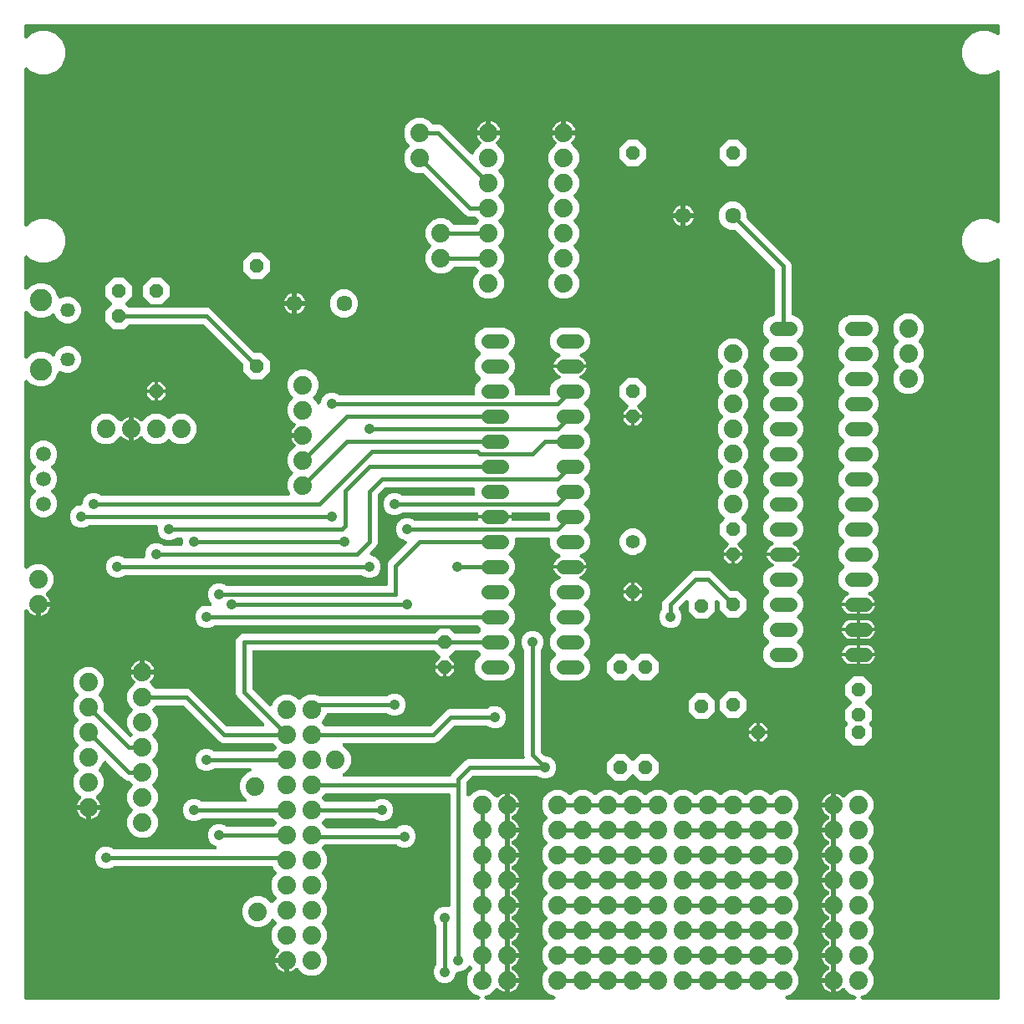
<source format=gbl>
G04 EAGLE Gerber RS-274X export*
G75*
%MOMM*%
%FSLAX34Y34*%
%LPD*%
%INBottom Copper*%
%IPPOS*%
%AMOC8*
5,1,8,0,0,1.08239X$1,22.5*%
G01*
%ADD10C,1.879600*%
%ADD11P,1.539592X8X292.500000*%
%ADD12C,1.422400*%
%ADD13P,1.539592X8X112.500000*%
%ADD14P,1.539592X8X22.500000*%
%ADD15P,1.539592X8X202.500000*%
%ADD16C,1.459600*%
%ADD17C,2.250000*%
%ADD18C,1.609600*%
%ADD19C,1.509600*%
%ADD20C,1.422400*%
%ADD21C,1.058000*%
%ADD22C,0.406400*%

G36*
X465805Y6097D02*
X465805Y6097D01*
X465810Y6097D01*
X466003Y6117D01*
X466201Y6137D01*
X466206Y6138D01*
X466210Y6138D01*
X466396Y6196D01*
X466586Y6255D01*
X466590Y6257D01*
X466595Y6258D01*
X466766Y6352D01*
X466940Y6447D01*
X466944Y6449D01*
X466948Y6452D01*
X467099Y6579D01*
X467250Y6704D01*
X467252Y6708D01*
X467256Y6711D01*
X467379Y6865D01*
X467502Y7018D01*
X467504Y7022D01*
X467507Y7025D01*
X467596Y7200D01*
X467687Y7375D01*
X467689Y7380D01*
X467691Y7384D01*
X467744Y7571D01*
X467799Y7762D01*
X467799Y7767D01*
X467800Y7771D01*
X467815Y7964D01*
X467832Y8164D01*
X467831Y8168D01*
X467832Y8172D01*
X467808Y8365D01*
X467785Y8563D01*
X467783Y8568D01*
X467783Y8572D01*
X467722Y8755D01*
X467660Y8946D01*
X467658Y8950D01*
X467656Y8954D01*
X467559Y9124D01*
X467462Y9297D01*
X467459Y9300D01*
X467457Y9304D01*
X467326Y9455D01*
X467199Y9601D01*
X467195Y9604D01*
X467192Y9608D01*
X467036Y9728D01*
X466881Y9848D01*
X466877Y9850D01*
X466873Y9853D01*
X466578Y10005D01*
X461123Y12264D01*
X456764Y16623D01*
X454405Y22318D01*
X454405Y28482D01*
X456764Y34177D01*
X459251Y36664D01*
X459262Y36677D01*
X459276Y36689D01*
X459390Y36833D01*
X459506Y36975D01*
X459514Y36991D01*
X459525Y37005D01*
X459609Y37169D01*
X459695Y37331D01*
X459700Y37348D01*
X459708Y37364D01*
X459757Y37540D01*
X459809Y37717D01*
X459811Y37735D01*
X459816Y37752D01*
X459829Y37934D01*
X459846Y38118D01*
X459844Y38135D01*
X459845Y38153D01*
X459822Y38335D01*
X459802Y38518D01*
X459797Y38535D01*
X459795Y38553D01*
X459736Y38726D01*
X459681Y38902D01*
X459672Y38918D01*
X459666Y38934D01*
X459575Y39094D01*
X459486Y39254D01*
X459474Y39268D01*
X459466Y39283D01*
X459251Y39536D01*
X458772Y40015D01*
X458762Y40024D01*
X458753Y40034D01*
X458605Y40152D01*
X458460Y40270D01*
X458449Y40277D01*
X458438Y40285D01*
X458271Y40371D01*
X458105Y40459D01*
X458092Y40463D01*
X458080Y40469D01*
X457899Y40520D01*
X457719Y40574D01*
X457706Y40575D01*
X457693Y40579D01*
X457506Y40593D01*
X457318Y40610D01*
X457304Y40609D01*
X457291Y40610D01*
X457105Y40587D01*
X456918Y40567D01*
X456905Y40563D01*
X456892Y40561D01*
X456712Y40502D01*
X456534Y40445D01*
X456522Y40439D01*
X456509Y40435D01*
X456345Y40341D01*
X456181Y40250D01*
X456171Y40242D01*
X456160Y40235D01*
X456018Y40112D01*
X455874Y39990D01*
X455866Y39979D01*
X455856Y39971D01*
X455742Y39822D01*
X455625Y39674D01*
X455619Y39662D01*
X455611Y39651D01*
X455459Y39356D01*
X455423Y39270D01*
X452220Y36067D01*
X448139Y34376D01*
X448035Y34333D01*
X445218Y34333D01*
X445200Y34331D01*
X445182Y34333D01*
X445000Y34312D01*
X444817Y34293D01*
X444800Y34288D01*
X444783Y34286D01*
X444608Y34229D01*
X444432Y34175D01*
X444417Y34167D01*
X444400Y34161D01*
X444240Y34071D01*
X444078Y33983D01*
X444065Y33972D01*
X444049Y33963D01*
X443910Y33843D01*
X443769Y33726D01*
X443758Y33712D01*
X443744Y33700D01*
X443632Y33555D01*
X443517Y33412D01*
X443509Y33396D01*
X443498Y33382D01*
X443416Y33217D01*
X443331Y33055D01*
X443326Y33038D01*
X443318Y33022D01*
X443271Y32843D01*
X443220Y32668D01*
X443218Y32650D01*
X443214Y32633D01*
X443187Y32302D01*
X443187Y32025D01*
X441453Y27840D01*
X438250Y24637D01*
X434065Y22903D01*
X429535Y22903D01*
X425350Y24637D01*
X422147Y27840D01*
X420413Y32025D01*
X420413Y36555D01*
X422147Y40740D01*
X423076Y41670D01*
X423093Y41690D01*
X423114Y41708D01*
X423221Y41846D01*
X423331Y41981D01*
X423344Y42005D01*
X423360Y42026D01*
X423438Y42183D01*
X423520Y42337D01*
X423528Y42362D01*
X423540Y42386D01*
X423585Y42556D01*
X423635Y42723D01*
X423637Y42749D01*
X423644Y42775D01*
X423671Y43106D01*
X423671Y80084D01*
X423669Y80111D01*
X423671Y80137D01*
X423649Y80311D01*
X423631Y80485D01*
X423624Y80510D01*
X423620Y80537D01*
X423565Y80702D01*
X423513Y80870D01*
X423500Y80893D01*
X423492Y80919D01*
X423405Y81070D01*
X423321Y81224D01*
X423304Y81244D01*
X423291Y81267D01*
X423076Y81520D01*
X422147Y82450D01*
X420413Y86635D01*
X420413Y91165D01*
X422147Y95350D01*
X425350Y98553D01*
X429535Y100287D01*
X434065Y100287D01*
X434833Y99969D01*
X434846Y99965D01*
X434857Y99959D01*
X435037Y99907D01*
X435218Y99852D01*
X435231Y99851D01*
X435244Y99847D01*
X435432Y99832D01*
X435619Y99814D01*
X435632Y99816D01*
X435646Y99814D01*
X435832Y99836D01*
X436019Y99856D01*
X436032Y99860D01*
X436045Y99861D01*
X436224Y99920D01*
X436404Y99976D01*
X436415Y99982D01*
X436428Y99986D01*
X436592Y100078D01*
X436757Y100169D01*
X436767Y100178D01*
X436779Y100184D01*
X436920Y100306D01*
X437065Y100428D01*
X437073Y100439D01*
X437084Y100447D01*
X437198Y100595D01*
X437316Y100743D01*
X437322Y100755D01*
X437330Y100765D01*
X437414Y100934D01*
X437500Y101101D01*
X437504Y101114D01*
X437510Y101126D01*
X437559Y101309D01*
X437610Y101488D01*
X437611Y101502D01*
X437614Y101515D01*
X437641Y101845D01*
X437641Y213360D01*
X437639Y213378D01*
X437641Y213396D01*
X437620Y213578D01*
X437601Y213761D01*
X437596Y213778D01*
X437594Y213795D01*
X437537Y213970D01*
X437483Y214146D01*
X437475Y214161D01*
X437469Y214178D01*
X437379Y214338D01*
X437291Y214500D01*
X437280Y214513D01*
X437271Y214529D01*
X437151Y214668D01*
X437034Y214809D01*
X437020Y214820D01*
X437008Y214834D01*
X436863Y214946D01*
X436720Y215061D01*
X436704Y215069D01*
X436690Y215080D01*
X436525Y215162D01*
X436363Y215247D01*
X436346Y215252D01*
X436330Y215260D01*
X436151Y215307D01*
X435976Y215358D01*
X435958Y215360D01*
X435941Y215364D01*
X435610Y215391D01*
X311806Y215391D01*
X311779Y215389D01*
X311752Y215391D01*
X311578Y215369D01*
X311405Y215351D01*
X311379Y215344D01*
X311353Y215340D01*
X311187Y215285D01*
X311020Y215233D01*
X310996Y215220D01*
X310971Y215212D01*
X310819Y215125D01*
X310666Y215041D01*
X310645Y215024D01*
X310622Y215011D01*
X310369Y214796D01*
X307829Y212256D01*
X307818Y212242D01*
X307804Y212231D01*
X307691Y212087D01*
X307574Y211945D01*
X307566Y211929D01*
X307555Y211915D01*
X307471Y211751D01*
X307385Y211589D01*
X307380Y211572D01*
X307372Y211556D01*
X307323Y211379D01*
X307271Y211203D01*
X307269Y211185D01*
X307264Y211168D01*
X307251Y210985D01*
X307234Y210802D01*
X307236Y210784D01*
X307235Y210767D01*
X307258Y210584D01*
X307278Y210402D01*
X307283Y210385D01*
X307285Y210367D01*
X307344Y210193D01*
X307399Y210018D01*
X307408Y210002D01*
X307414Y209986D01*
X307505Y209827D01*
X307594Y209666D01*
X307606Y209652D01*
X307615Y209637D01*
X307829Y209384D01*
X310369Y206844D01*
X310390Y206827D01*
X310407Y206806D01*
X310545Y206700D01*
X310681Y206589D01*
X310704Y206576D01*
X310725Y206560D01*
X310882Y206482D01*
X311036Y206400D01*
X311062Y206392D01*
X311086Y206380D01*
X311255Y206335D01*
X311422Y206285D01*
X311449Y206283D01*
X311475Y206276D01*
X311806Y206249D01*
X359484Y206249D01*
X359511Y206251D01*
X359537Y206249D01*
X359711Y206271D01*
X359885Y206289D01*
X359910Y206296D01*
X359937Y206300D01*
X360102Y206355D01*
X360270Y206407D01*
X360293Y206420D01*
X360319Y206428D01*
X360470Y206515D01*
X360624Y206599D01*
X360644Y206616D01*
X360667Y206629D01*
X360920Y206844D01*
X361850Y207773D01*
X365728Y209380D01*
X365729Y209380D01*
X366035Y209507D01*
X370565Y209507D01*
X374750Y207773D01*
X377953Y204570D01*
X379687Y200385D01*
X379687Y195855D01*
X377953Y191670D01*
X374750Y188467D01*
X370565Y186733D01*
X366035Y186733D01*
X361850Y188467D01*
X360920Y189396D01*
X360900Y189413D01*
X360882Y189434D01*
X360744Y189541D01*
X360609Y189651D01*
X360585Y189664D01*
X360564Y189680D01*
X360407Y189758D01*
X360253Y189840D01*
X360228Y189848D01*
X360204Y189860D01*
X360034Y189905D01*
X359867Y189955D01*
X359841Y189957D01*
X359815Y189964D01*
X359484Y189991D01*
X311806Y189991D01*
X311779Y189989D01*
X311752Y189991D01*
X311578Y189969D01*
X311405Y189951D01*
X311379Y189944D01*
X311353Y189940D01*
X311187Y189885D01*
X311020Y189833D01*
X310996Y189820D01*
X310971Y189812D01*
X310819Y189725D01*
X310666Y189641D01*
X310645Y189624D01*
X310622Y189611D01*
X310369Y189396D01*
X307829Y186856D01*
X307818Y186842D01*
X307804Y186831D01*
X307691Y186687D01*
X307574Y186545D01*
X307566Y186529D01*
X307555Y186515D01*
X307471Y186351D01*
X307385Y186189D01*
X307380Y186172D01*
X307372Y186156D01*
X307323Y185978D01*
X307271Y185803D01*
X307269Y185785D01*
X307264Y185768D01*
X307251Y185585D01*
X307234Y185402D01*
X307236Y185384D01*
X307235Y185367D01*
X307258Y185184D01*
X307278Y185002D01*
X307283Y184985D01*
X307285Y184967D01*
X307344Y184793D01*
X307399Y184618D01*
X307408Y184602D01*
X307414Y184586D01*
X307505Y184427D01*
X307594Y184266D01*
X307606Y184252D01*
X307615Y184237D01*
X307829Y183984D01*
X310316Y181497D01*
X310591Y180833D01*
X310602Y180813D01*
X310608Y180792D01*
X310697Y180636D01*
X310781Y180478D01*
X310795Y180461D01*
X310806Y180441D01*
X310923Y180306D01*
X311038Y180167D01*
X311055Y180153D01*
X311070Y180136D01*
X311211Y180027D01*
X311350Y179914D01*
X311370Y179903D01*
X311388Y179890D01*
X311548Y179810D01*
X311707Y179727D01*
X311728Y179720D01*
X311748Y179710D01*
X311922Y179664D01*
X312093Y179614D01*
X312115Y179612D01*
X312137Y179606D01*
X312468Y179579D01*
X382344Y179579D01*
X382371Y179581D01*
X382397Y179579D01*
X382571Y179601D01*
X382745Y179619D01*
X382770Y179626D01*
X382797Y179630D01*
X382963Y179686D01*
X383130Y179737D01*
X383153Y179750D01*
X383179Y179758D01*
X383330Y179845D01*
X383484Y179929D01*
X383504Y179946D01*
X383527Y179959D01*
X383780Y180174D01*
X384710Y181103D01*
X388895Y182837D01*
X393425Y182837D01*
X397610Y181103D01*
X400813Y177900D01*
X402547Y173715D01*
X402547Y169185D01*
X400813Y165000D01*
X397610Y161797D01*
X393425Y160063D01*
X388895Y160063D01*
X384710Y161797D01*
X383780Y162726D01*
X383760Y162743D01*
X383742Y162764D01*
X383604Y162871D01*
X383469Y162981D01*
X383445Y162994D01*
X383424Y163010D01*
X383267Y163088D01*
X383113Y163170D01*
X383088Y163178D01*
X383064Y163190D01*
X382895Y163235D01*
X382727Y163285D01*
X382701Y163287D01*
X382675Y163294D01*
X382344Y163321D01*
X310536Y163321D01*
X310509Y163319D01*
X310482Y163321D01*
X310308Y163299D01*
X310135Y163281D01*
X310109Y163274D01*
X310083Y163270D01*
X309917Y163215D01*
X309750Y163163D01*
X309726Y163150D01*
X309701Y163142D01*
X309549Y163055D01*
X309396Y162971D01*
X309375Y162954D01*
X309352Y162941D01*
X309099Y162726D01*
X307829Y161456D01*
X307818Y161442D01*
X307804Y161431D01*
X307690Y161287D01*
X307574Y161145D01*
X307566Y161129D01*
X307555Y161115D01*
X307471Y160951D01*
X307385Y160789D01*
X307380Y160772D01*
X307372Y160756D01*
X307323Y160579D01*
X307271Y160403D01*
X307269Y160385D01*
X307264Y160368D01*
X307251Y160185D01*
X307234Y160002D01*
X307236Y159984D01*
X307235Y159967D01*
X307258Y159784D01*
X307278Y159602D01*
X307283Y159585D01*
X307285Y159567D01*
X307344Y159393D01*
X307399Y159218D01*
X307408Y159202D01*
X307414Y159186D01*
X307505Y159027D01*
X307594Y158866D01*
X307606Y158852D01*
X307615Y158837D01*
X307829Y158584D01*
X310316Y156097D01*
X312675Y150402D01*
X312675Y144238D01*
X310316Y138543D01*
X307829Y136056D01*
X307818Y136042D01*
X307804Y136031D01*
X307691Y135887D01*
X307574Y135745D01*
X307566Y135729D01*
X307555Y135715D01*
X307471Y135551D01*
X307385Y135389D01*
X307380Y135372D01*
X307372Y135356D01*
X307323Y135179D01*
X307271Y135003D01*
X307269Y134985D01*
X307264Y134968D01*
X307251Y134785D01*
X307234Y134602D01*
X307236Y134584D01*
X307235Y134567D01*
X307258Y134384D01*
X307278Y134202D01*
X307283Y134185D01*
X307285Y134167D01*
X307344Y133993D01*
X307399Y133818D01*
X307408Y133802D01*
X307414Y133786D01*
X307505Y133627D01*
X307594Y133466D01*
X307606Y133452D01*
X307615Y133437D01*
X307829Y133184D01*
X310316Y130697D01*
X312675Y125002D01*
X312675Y118838D01*
X310316Y113143D01*
X307829Y110656D01*
X307818Y110642D01*
X307804Y110631D01*
X307691Y110487D01*
X307574Y110345D01*
X307566Y110329D01*
X307555Y110315D01*
X307471Y110151D01*
X307385Y109989D01*
X307380Y109972D01*
X307372Y109956D01*
X307323Y109779D01*
X307271Y109603D01*
X307269Y109585D01*
X307264Y109568D01*
X307251Y109385D01*
X307234Y109202D01*
X307236Y109184D01*
X307235Y109167D01*
X307258Y108984D01*
X307278Y108802D01*
X307283Y108785D01*
X307285Y108767D01*
X307344Y108593D01*
X307399Y108418D01*
X307408Y108402D01*
X307414Y108386D01*
X307505Y108227D01*
X307594Y108066D01*
X307606Y108052D01*
X307615Y108037D01*
X307829Y107784D01*
X310316Y105297D01*
X312675Y99602D01*
X312675Y93438D01*
X310316Y87743D01*
X307829Y85256D01*
X307818Y85242D01*
X307804Y85231D01*
X307691Y85087D01*
X307574Y84945D01*
X307566Y84929D01*
X307555Y84915D01*
X307471Y84751D01*
X307385Y84589D01*
X307380Y84572D01*
X307372Y84556D01*
X307323Y84379D01*
X307271Y84203D01*
X307269Y84185D01*
X307264Y84168D01*
X307251Y83985D01*
X307234Y83802D01*
X307236Y83784D01*
X307235Y83767D01*
X307258Y83584D01*
X307278Y83402D01*
X307283Y83385D01*
X307285Y83367D01*
X307344Y83193D01*
X307399Y83018D01*
X307408Y83002D01*
X307414Y82986D01*
X307505Y82827D01*
X307594Y82666D01*
X307606Y82652D01*
X307615Y82637D01*
X307829Y82384D01*
X310316Y79897D01*
X312675Y74202D01*
X312675Y68038D01*
X310316Y62343D01*
X307829Y59856D01*
X307818Y59842D01*
X307804Y59831D01*
X307691Y59687D01*
X307574Y59545D01*
X307566Y59529D01*
X307555Y59515D01*
X307471Y59351D01*
X307385Y59189D01*
X307380Y59172D01*
X307372Y59156D01*
X307323Y58979D01*
X307271Y58803D01*
X307269Y58785D01*
X307264Y58768D01*
X307251Y58585D01*
X307234Y58402D01*
X307236Y58384D01*
X307235Y58367D01*
X307258Y58184D01*
X307278Y58002D01*
X307283Y57985D01*
X307285Y57967D01*
X307344Y57793D01*
X307399Y57618D01*
X307408Y57602D01*
X307414Y57586D01*
X307505Y57427D01*
X307594Y57266D01*
X307606Y57252D01*
X307615Y57237D01*
X307829Y56984D01*
X310316Y54497D01*
X312675Y48802D01*
X312675Y42638D01*
X310316Y36943D01*
X305957Y32584D01*
X305380Y32345D01*
X305379Y32345D01*
X300476Y30314D01*
X300262Y30225D01*
X294098Y30225D01*
X288403Y32584D01*
X284044Y36943D01*
X283990Y37074D01*
X283984Y37086D01*
X283980Y37099D01*
X283889Y37263D01*
X283800Y37429D01*
X283791Y37439D01*
X283785Y37451D01*
X283663Y37594D01*
X283543Y37739D01*
X283533Y37748D01*
X283524Y37758D01*
X283377Y37874D01*
X283231Y37993D01*
X283219Y37999D01*
X283208Y38008D01*
X283041Y38093D01*
X282874Y38180D01*
X282861Y38184D01*
X282849Y38190D01*
X282667Y38241D01*
X282488Y38293D01*
X282475Y38294D01*
X282461Y38298D01*
X282272Y38312D01*
X282087Y38328D01*
X282073Y38326D01*
X282060Y38327D01*
X281872Y38304D01*
X281687Y38283D01*
X281674Y38279D01*
X281661Y38277D01*
X281483Y38217D01*
X281303Y38160D01*
X281292Y38153D01*
X281279Y38149D01*
X281116Y38055D01*
X280952Y37963D01*
X280942Y37954D01*
X280930Y37948D01*
X280677Y37733D01*
X279558Y36614D01*
X278037Y35509D01*
X276363Y34656D01*
X274576Y34075D01*
X274319Y34035D01*
X274319Y45212D01*
X274317Y45230D01*
X274319Y45247D01*
X274298Y45430D01*
X274279Y45612D01*
X274274Y45629D01*
X274272Y45647D01*
X274216Y45820D01*
X274161Y45997D01*
X274153Y46013D01*
X274147Y46030D01*
X274057Y46190D01*
X273969Y46351D01*
X273958Y46365D01*
X273949Y46381D01*
X273829Y46520D01*
X273712Y46661D01*
X273698Y46672D01*
X273686Y46685D01*
X273541Y46798D01*
X273398Y46913D01*
X273382Y46921D01*
X273368Y46932D01*
X273203Y47014D01*
X273127Y47054D01*
X273041Y47206D01*
X272953Y47368D01*
X272942Y47381D01*
X272933Y47397D01*
X272813Y47536D01*
X272695Y47677D01*
X272682Y47688D01*
X272670Y47702D01*
X272525Y47814D01*
X272382Y47929D01*
X272366Y47937D01*
X272352Y47948D01*
X272187Y48030D01*
X272024Y48115D01*
X272007Y48120D01*
X271991Y48128D01*
X271813Y48175D01*
X271638Y48226D01*
X271620Y48228D01*
X271603Y48232D01*
X271272Y48259D01*
X260095Y48259D01*
X260135Y48516D01*
X260716Y50303D01*
X261569Y51977D01*
X262674Y53498D01*
X263793Y54617D01*
X263802Y54627D01*
X263812Y54636D01*
X263929Y54783D01*
X264048Y54928D01*
X264054Y54940D01*
X264063Y54951D01*
X264149Y55119D01*
X264237Y55284D01*
X264241Y55297D01*
X264247Y55309D01*
X264298Y55490D01*
X264352Y55670D01*
X264353Y55683D01*
X264356Y55696D01*
X264371Y55883D01*
X264388Y56071D01*
X264386Y56085D01*
X264387Y56098D01*
X264365Y56283D01*
X264345Y56471D01*
X264340Y56484D01*
X264339Y56497D01*
X264280Y56675D01*
X264223Y56855D01*
X264216Y56867D01*
X264212Y56880D01*
X264119Y57043D01*
X264028Y57207D01*
X264020Y57218D01*
X264013Y57229D01*
X263889Y57372D01*
X263768Y57514D01*
X263757Y57523D01*
X263748Y57533D01*
X263599Y57648D01*
X263452Y57764D01*
X263440Y57770D01*
X263429Y57778D01*
X263134Y57930D01*
X263003Y57984D01*
X258644Y62343D01*
X256285Y68038D01*
X256285Y74202D01*
X258644Y79897D01*
X261131Y82384D01*
X261142Y82398D01*
X261156Y82409D01*
X261270Y82553D01*
X261386Y82695D01*
X261394Y82711D01*
X261405Y82725D01*
X261488Y82889D01*
X261575Y83051D01*
X261580Y83068D01*
X261588Y83084D01*
X261637Y83261D01*
X261689Y83437D01*
X261691Y83455D01*
X261696Y83472D01*
X261709Y83655D01*
X261726Y83838D01*
X261724Y83856D01*
X261725Y83873D01*
X261702Y84055D01*
X261682Y84238D01*
X261677Y84255D01*
X261675Y84273D01*
X261616Y84446D01*
X261561Y84622D01*
X261552Y84638D01*
X261546Y84654D01*
X261455Y84814D01*
X261366Y84974D01*
X261354Y84988D01*
X261346Y85003D01*
X261131Y85256D01*
X259088Y87299D01*
X259078Y87308D01*
X259069Y87318D01*
X258921Y87436D01*
X258777Y87554D01*
X258765Y87560D01*
X258754Y87569D01*
X258585Y87656D01*
X258421Y87743D01*
X258408Y87747D01*
X258396Y87753D01*
X258214Y87804D01*
X258035Y87858D01*
X258021Y87859D01*
X258009Y87862D01*
X257823Y87877D01*
X257634Y87894D01*
X257620Y87893D01*
X257607Y87894D01*
X257422Y87871D01*
X257234Y87851D01*
X257221Y87847D01*
X257208Y87845D01*
X257030Y87786D01*
X256850Y87729D01*
X256838Y87723D01*
X256825Y87718D01*
X256662Y87625D01*
X256497Y87534D01*
X256487Y87526D01*
X256476Y87519D01*
X256334Y87396D01*
X256190Y87274D01*
X256182Y87263D01*
X256172Y87254D01*
X256057Y87104D01*
X255941Y86958D01*
X255935Y86946D01*
X255927Y86935D01*
X255775Y86640D01*
X255706Y86473D01*
X251347Y82114D01*
X245652Y79755D01*
X239488Y79755D01*
X233793Y82114D01*
X229434Y86473D01*
X227075Y92168D01*
X227075Y98332D01*
X229434Y104027D01*
X233793Y108386D01*
X239488Y110745D01*
X245652Y110745D01*
X251347Y108386D01*
X255262Y104471D01*
X255272Y104462D01*
X255281Y104452D01*
X255429Y104334D01*
X255573Y104216D01*
X255585Y104210D01*
X255596Y104201D01*
X255764Y104115D01*
X255929Y104027D01*
X255942Y104023D01*
X255954Y104017D01*
X256135Y103966D01*
X256315Y103912D01*
X256329Y103911D01*
X256341Y103908D01*
X256527Y103893D01*
X256716Y103876D01*
X256730Y103877D01*
X256743Y103876D01*
X256928Y103899D01*
X257116Y103919D01*
X257129Y103923D01*
X257142Y103925D01*
X257320Y103984D01*
X257500Y104041D01*
X257512Y104047D01*
X257525Y104052D01*
X257688Y104145D01*
X257853Y104236D01*
X257863Y104244D01*
X257874Y104251D01*
X258016Y104374D01*
X258160Y104496D01*
X258168Y104507D01*
X258178Y104516D01*
X258292Y104664D01*
X258409Y104812D01*
X258415Y104824D01*
X258423Y104835D01*
X258575Y105130D01*
X258644Y105297D01*
X261131Y107784D01*
X261142Y107798D01*
X261156Y107809D01*
X261269Y107953D01*
X261386Y108095D01*
X261394Y108111D01*
X261405Y108125D01*
X261488Y108289D01*
X261575Y108451D01*
X261580Y108468D01*
X261588Y108484D01*
X261637Y108661D01*
X261689Y108837D01*
X261691Y108855D01*
X261696Y108872D01*
X261709Y109055D01*
X261726Y109238D01*
X261724Y109256D01*
X261725Y109273D01*
X261702Y109455D01*
X261682Y109638D01*
X261677Y109655D01*
X261675Y109673D01*
X261616Y109847D01*
X261561Y110022D01*
X261552Y110038D01*
X261546Y110054D01*
X261455Y110213D01*
X261366Y110374D01*
X261354Y110388D01*
X261345Y110403D01*
X261131Y110656D01*
X258644Y113143D01*
X256285Y118838D01*
X256285Y125002D01*
X258644Y130697D01*
X261131Y133184D01*
X261142Y133198D01*
X261156Y133209D01*
X261269Y133353D01*
X261386Y133495D01*
X261394Y133511D01*
X261405Y133525D01*
X261488Y133689D01*
X261575Y133851D01*
X261580Y133868D01*
X261588Y133884D01*
X261637Y134061D01*
X261689Y134237D01*
X261691Y134255D01*
X261696Y134272D01*
X261709Y134455D01*
X261726Y134638D01*
X261724Y134656D01*
X261725Y134673D01*
X261702Y134855D01*
X261682Y135038D01*
X261677Y135055D01*
X261675Y135073D01*
X261616Y135247D01*
X261561Y135422D01*
X261552Y135438D01*
X261546Y135454D01*
X261455Y135613D01*
X261366Y135774D01*
X261354Y135788D01*
X261345Y135803D01*
X261131Y136056D01*
X258644Y138543D01*
X257843Y140477D01*
X257832Y140497D01*
X257825Y140518D01*
X257737Y140675D01*
X257653Y140832D01*
X257639Y140849D01*
X257628Y140869D01*
X257510Y141005D01*
X257396Y141143D01*
X257379Y141157D01*
X257364Y141174D01*
X257223Y141283D01*
X257084Y141396D01*
X257064Y141407D01*
X257046Y141420D01*
X256886Y141500D01*
X256727Y141583D01*
X256706Y141590D01*
X256686Y141600D01*
X256513Y141646D01*
X256341Y141696D01*
X256319Y141698D01*
X256297Y141704D01*
X255966Y141731D01*
X97716Y141731D01*
X97689Y141729D01*
X97663Y141731D01*
X97489Y141709D01*
X97315Y141691D01*
X97290Y141684D01*
X97263Y141680D01*
X97098Y141625D01*
X96930Y141573D01*
X96907Y141560D01*
X96881Y141552D01*
X96730Y141465D01*
X96576Y141381D01*
X96556Y141364D01*
X96533Y141351D01*
X96280Y141136D01*
X95350Y140207D01*
X94854Y140001D01*
X91165Y138473D01*
X86635Y138473D01*
X82450Y140207D01*
X79247Y143410D01*
X77513Y147595D01*
X77513Y152125D01*
X79247Y156310D01*
X82450Y159513D01*
X85145Y160630D01*
X85146Y160630D01*
X86635Y161247D01*
X91165Y161247D01*
X95350Y159513D01*
X96280Y158584D01*
X96300Y158567D01*
X96318Y158546D01*
X96456Y158439D01*
X96591Y158329D01*
X96615Y158316D01*
X96636Y158300D01*
X96793Y158222D01*
X96947Y158140D01*
X96972Y158132D01*
X96996Y158120D01*
X97166Y158075D01*
X97333Y158025D01*
X97359Y158023D01*
X97385Y158016D01*
X97716Y157989D01*
X198798Y157989D01*
X198802Y157989D01*
X198807Y157989D01*
X199000Y158009D01*
X199198Y158029D01*
X199203Y158030D01*
X199207Y158030D01*
X199393Y158088D01*
X199583Y158147D01*
X199587Y158149D01*
X199591Y158150D01*
X199763Y158244D01*
X199937Y158339D01*
X199941Y158341D01*
X199945Y158344D01*
X200096Y158471D01*
X200247Y158596D01*
X200249Y158600D01*
X200253Y158603D01*
X200376Y158757D01*
X200499Y158910D01*
X200501Y158914D01*
X200504Y158917D01*
X200592Y159089D01*
X200684Y159267D01*
X200686Y159272D01*
X200688Y159276D01*
X200740Y159460D01*
X200796Y159654D01*
X200796Y159659D01*
X200797Y159663D01*
X200812Y159854D01*
X200829Y160056D01*
X200828Y160060D01*
X200828Y160064D01*
X200805Y160256D01*
X200782Y160455D01*
X200780Y160460D01*
X200780Y160464D01*
X200719Y160649D01*
X200657Y160838D01*
X200655Y160842D01*
X200653Y160846D01*
X200555Y161018D01*
X200459Y161189D01*
X200456Y161192D01*
X200454Y161196D01*
X200322Y161347D01*
X200196Y161493D01*
X200192Y161496D01*
X200189Y161500D01*
X200033Y161620D01*
X199878Y161740D01*
X199874Y161742D01*
X199870Y161745D01*
X199575Y161897D01*
X196750Y163067D01*
X193547Y166270D01*
X191813Y170455D01*
X191813Y174985D01*
X193547Y179170D01*
X196750Y182373D01*
X198199Y182973D01*
X198199Y182974D01*
X200935Y184107D01*
X205465Y184107D01*
X209650Y182373D01*
X210580Y181444D01*
X210600Y181427D01*
X210618Y181406D01*
X210756Y181299D01*
X210891Y181189D01*
X210915Y181176D01*
X210936Y181160D01*
X211093Y181082D01*
X211247Y181000D01*
X211272Y180992D01*
X211296Y180980D01*
X211466Y180935D01*
X211633Y180885D01*
X211659Y180883D01*
X211685Y180876D01*
X212016Y180849D01*
X257154Y180849D01*
X257181Y180851D01*
X257208Y180849D01*
X257382Y180871D01*
X257555Y180889D01*
X257581Y180896D01*
X257607Y180900D01*
X257773Y180955D01*
X257940Y181007D01*
X257964Y181020D01*
X257989Y181028D01*
X258141Y181115D01*
X258294Y181199D01*
X258315Y181216D01*
X258338Y181229D01*
X258591Y181444D01*
X261131Y183984D01*
X261142Y183998D01*
X261156Y184009D01*
X261269Y184153D01*
X261386Y184295D01*
X261394Y184311D01*
X261405Y184325D01*
X261488Y184489D01*
X261575Y184651D01*
X261580Y184668D01*
X261588Y184684D01*
X261637Y184861D01*
X261689Y185037D01*
X261691Y185055D01*
X261696Y185072D01*
X261709Y185255D01*
X261726Y185438D01*
X261724Y185456D01*
X261725Y185473D01*
X261702Y185655D01*
X261682Y185838D01*
X261677Y185855D01*
X261675Y185873D01*
X261616Y186047D01*
X261561Y186222D01*
X261552Y186238D01*
X261546Y186254D01*
X261455Y186413D01*
X261366Y186574D01*
X261354Y186588D01*
X261345Y186603D01*
X261131Y186856D01*
X258591Y189396D01*
X258570Y189413D01*
X258553Y189434D01*
X258415Y189540D01*
X258279Y189651D01*
X258256Y189664D01*
X258235Y189680D01*
X258078Y189758D01*
X257924Y189840D01*
X257898Y189848D01*
X257874Y189860D01*
X257705Y189905D01*
X257538Y189955D01*
X257511Y189957D01*
X257485Y189964D01*
X257154Y189991D01*
X186616Y189991D01*
X186589Y189989D01*
X186563Y189991D01*
X186389Y189969D01*
X186215Y189951D01*
X186190Y189944D01*
X186163Y189940D01*
X185998Y189885D01*
X185830Y189833D01*
X185807Y189820D01*
X185781Y189812D01*
X185630Y189725D01*
X185476Y189641D01*
X185456Y189624D01*
X185433Y189611D01*
X185180Y189396D01*
X184250Y188467D01*
X180065Y186733D01*
X175535Y186733D01*
X171350Y188467D01*
X168147Y191670D01*
X166413Y195855D01*
X166413Y200385D01*
X168147Y204570D01*
X171350Y207773D01*
X175228Y209380D01*
X175229Y209380D01*
X175535Y209507D01*
X180065Y209507D01*
X184250Y207773D01*
X185180Y206844D01*
X185200Y206827D01*
X185218Y206806D01*
X185356Y206699D01*
X185491Y206589D01*
X185515Y206576D01*
X185536Y206560D01*
X185693Y206482D01*
X185847Y206400D01*
X185872Y206392D01*
X185896Y206380D01*
X186066Y206335D01*
X186233Y206285D01*
X186259Y206283D01*
X186285Y206276D01*
X186616Y206249D01*
X229215Y206249D01*
X229223Y206250D01*
X229232Y206249D01*
X229424Y206270D01*
X229615Y206289D01*
X229624Y206291D01*
X229633Y206292D01*
X229815Y206350D01*
X230000Y206407D01*
X230008Y206411D01*
X230016Y206414D01*
X230185Y206507D01*
X230354Y206599D01*
X230361Y206604D01*
X230369Y206609D01*
X230516Y206733D01*
X230663Y206856D01*
X230669Y206863D01*
X230676Y206869D01*
X230794Y207019D01*
X230916Y207170D01*
X230920Y207178D01*
X230925Y207185D01*
X231013Y207358D01*
X231101Y207527D01*
X231104Y207536D01*
X231108Y207544D01*
X231159Y207730D01*
X231213Y207914D01*
X231213Y207923D01*
X231216Y207932D01*
X231230Y208125D01*
X231245Y208316D01*
X231244Y208324D01*
X231245Y208333D01*
X231221Y208525D01*
X231199Y208715D01*
X231196Y208724D01*
X231195Y208733D01*
X231133Y208916D01*
X231074Y209098D01*
X231069Y209106D01*
X231066Y209114D01*
X230970Y209281D01*
X230876Y209449D01*
X230870Y209456D01*
X230866Y209463D01*
X230651Y209716D01*
X226894Y213473D01*
X224535Y219168D01*
X224535Y225332D01*
X226894Y231027D01*
X231253Y235386D01*
X234868Y236883D01*
X234872Y236885D01*
X234877Y236887D01*
X235049Y236980D01*
X235223Y237074D01*
X235227Y237076D01*
X235231Y237079D01*
X235379Y237203D01*
X235534Y237330D01*
X235537Y237333D01*
X235540Y237336D01*
X235663Y237489D01*
X235787Y237643D01*
X235789Y237647D01*
X235792Y237650D01*
X235883Y237825D01*
X235974Y237999D01*
X235976Y238003D01*
X235978Y238007D01*
X236032Y238197D01*
X236088Y238386D01*
X236088Y238390D01*
X236089Y238394D01*
X236105Y238592D01*
X236122Y238787D01*
X236122Y238791D01*
X236122Y238796D01*
X236099Y238993D01*
X236077Y239187D01*
X236076Y239191D01*
X236075Y239195D01*
X236015Y239380D01*
X235954Y239570D01*
X235952Y239574D01*
X235950Y239578D01*
X235853Y239751D01*
X235758Y239922D01*
X235755Y239925D01*
X235752Y239929D01*
X235624Y240077D01*
X235496Y240227D01*
X235492Y240230D01*
X235489Y240234D01*
X235337Y240352D01*
X235179Y240476D01*
X235175Y240478D01*
X235171Y240480D01*
X234996Y240567D01*
X234819Y240656D01*
X234815Y240658D01*
X234811Y240660D01*
X234618Y240711D01*
X234431Y240763D01*
X234426Y240763D01*
X234422Y240764D01*
X234091Y240791D01*
X199316Y240791D01*
X199289Y240789D01*
X199263Y240791D01*
X199089Y240769D01*
X198915Y240751D01*
X198890Y240744D01*
X198863Y240740D01*
X198698Y240685D01*
X198530Y240633D01*
X198507Y240620D01*
X198481Y240612D01*
X198330Y240525D01*
X198176Y240441D01*
X198156Y240424D01*
X198133Y240411D01*
X197880Y240196D01*
X196950Y239267D01*
X192765Y237533D01*
X188235Y237533D01*
X184050Y239267D01*
X180847Y242470D01*
X179113Y246655D01*
X179113Y251185D01*
X180847Y255370D01*
X184050Y258573D01*
X188235Y260307D01*
X192765Y260307D01*
X196950Y258573D01*
X197880Y257644D01*
X197900Y257627D01*
X197918Y257606D01*
X198056Y257499D01*
X198191Y257389D01*
X198215Y257376D01*
X198236Y257360D01*
X198393Y257282D01*
X198547Y257200D01*
X198572Y257192D01*
X198596Y257180D01*
X198766Y257135D01*
X198933Y257085D01*
X198959Y257083D01*
X198985Y257076D01*
X199316Y257049D01*
X257154Y257049D01*
X257181Y257051D01*
X257208Y257049D01*
X257382Y257071D01*
X257555Y257089D01*
X257581Y257096D01*
X257607Y257100D01*
X257773Y257155D01*
X257940Y257207D01*
X257964Y257220D01*
X257989Y257228D01*
X258141Y257315D01*
X258294Y257399D01*
X258315Y257416D01*
X258338Y257429D01*
X258591Y257644D01*
X261131Y260184D01*
X261142Y260198D01*
X261156Y260209D01*
X261269Y260353D01*
X261386Y260495D01*
X261394Y260511D01*
X261405Y260525D01*
X261489Y260689D01*
X261575Y260851D01*
X261580Y260868D01*
X261588Y260884D01*
X261637Y261061D01*
X261689Y261237D01*
X261691Y261255D01*
X261696Y261272D01*
X261709Y261455D01*
X261726Y261638D01*
X261724Y261656D01*
X261725Y261673D01*
X261702Y261855D01*
X261682Y262038D01*
X261677Y262055D01*
X261675Y262073D01*
X261616Y262246D01*
X261561Y262422D01*
X261552Y262438D01*
X261546Y262454D01*
X261455Y262614D01*
X261366Y262774D01*
X261354Y262788D01*
X261346Y262803D01*
X261131Y263056D01*
X258591Y265596D01*
X258570Y265613D01*
X258553Y265634D01*
X258415Y265741D01*
X258279Y265851D01*
X258256Y265864D01*
X258235Y265880D01*
X258078Y265958D01*
X257924Y266040D01*
X257898Y266048D01*
X257874Y266060D01*
X257705Y266105D01*
X257538Y266155D01*
X257511Y266157D01*
X257485Y266164D01*
X257155Y266191D01*
X206663Y266191D01*
X203675Y267429D01*
X167408Y303696D01*
X167387Y303713D01*
X167370Y303734D01*
X167232Y303841D01*
X167096Y303951D01*
X167073Y303964D01*
X167052Y303980D01*
X166895Y304058D01*
X166741Y304140D01*
X166715Y304148D01*
X166691Y304160D01*
X166522Y304205D01*
X166355Y304255D01*
X166328Y304257D01*
X166302Y304264D01*
X165972Y304291D01*
X140355Y304291D01*
X140329Y304289D01*
X140302Y304291D01*
X140128Y304269D01*
X139955Y304251D01*
X139929Y304244D01*
X139903Y304240D01*
X139737Y304185D01*
X139570Y304133D01*
X139546Y304120D01*
X139521Y304112D01*
X139369Y304025D01*
X139216Y303941D01*
X139195Y303924D01*
X139172Y303911D01*
X138919Y303696D01*
X136379Y301156D01*
X136368Y301143D01*
X136354Y301131D01*
X136240Y300987D01*
X136124Y300845D01*
X136116Y300829D01*
X136105Y300815D01*
X136021Y300651D01*
X135935Y300489D01*
X135930Y300472D01*
X135922Y300456D01*
X135873Y300278D01*
X135821Y300103D01*
X135819Y300085D01*
X135814Y300068D01*
X135801Y299885D01*
X135784Y299702D01*
X135786Y299684D01*
X135785Y299667D01*
X135808Y299485D01*
X135828Y299302D01*
X135833Y299285D01*
X135835Y299267D01*
X135894Y299093D01*
X135949Y298918D01*
X135958Y298902D01*
X135964Y298886D01*
X136055Y298726D01*
X136144Y298566D01*
X136156Y298552D01*
X136164Y298537D01*
X136379Y298284D01*
X138866Y295797D01*
X141225Y290102D01*
X141225Y283938D01*
X138866Y278243D01*
X136379Y275756D01*
X136368Y275743D01*
X136354Y275731D01*
X136240Y275587D01*
X136124Y275445D01*
X136116Y275429D01*
X136105Y275415D01*
X136021Y275251D01*
X135935Y275089D01*
X135930Y275072D01*
X135922Y275056D01*
X135873Y274879D01*
X135821Y274703D01*
X135819Y274685D01*
X135814Y274668D01*
X135801Y274485D01*
X135784Y274302D01*
X135786Y274284D01*
X135785Y274267D01*
X135808Y274085D01*
X135828Y273902D01*
X135833Y273885D01*
X135835Y273867D01*
X135894Y273694D01*
X135949Y273518D01*
X135958Y273502D01*
X135964Y273486D01*
X136055Y273326D01*
X136144Y273166D01*
X136156Y273152D01*
X136164Y273137D01*
X136379Y272884D01*
X138866Y270397D01*
X141225Y264702D01*
X141225Y258538D01*
X138866Y252843D01*
X136379Y250356D01*
X136368Y250343D01*
X136354Y250331D01*
X136240Y250187D01*
X136124Y250045D01*
X136116Y250029D01*
X136105Y250015D01*
X136021Y249851D01*
X135935Y249689D01*
X135930Y249672D01*
X135922Y249656D01*
X135873Y249479D01*
X135821Y249303D01*
X135819Y249285D01*
X135814Y249268D01*
X135801Y249085D01*
X135784Y248902D01*
X135786Y248884D01*
X135785Y248867D01*
X135808Y248685D01*
X135828Y248502D01*
X135833Y248485D01*
X135835Y248467D01*
X135894Y248294D01*
X135949Y248118D01*
X135958Y248102D01*
X135964Y248086D01*
X136055Y247926D01*
X136144Y247766D01*
X136156Y247752D01*
X136164Y247737D01*
X136379Y247484D01*
X138866Y244997D01*
X141225Y239302D01*
X141225Y233138D01*
X138866Y227443D01*
X136379Y224956D01*
X136368Y224943D01*
X136354Y224931D01*
X136240Y224787D01*
X136124Y224645D01*
X136116Y224629D01*
X136105Y224615D01*
X136021Y224451D01*
X135935Y224289D01*
X135930Y224272D01*
X135922Y224256D01*
X135873Y224079D01*
X135821Y223903D01*
X135819Y223885D01*
X135814Y223868D01*
X135801Y223685D01*
X135784Y223502D01*
X135786Y223484D01*
X135785Y223467D01*
X135808Y223285D01*
X135828Y223102D01*
X135833Y223085D01*
X135835Y223067D01*
X135894Y222894D01*
X135949Y222718D01*
X135958Y222702D01*
X135964Y222686D01*
X136055Y222526D01*
X136144Y222366D01*
X136156Y222352D01*
X136164Y222337D01*
X136379Y222084D01*
X138866Y219597D01*
X141225Y213902D01*
X141225Y207738D01*
X138866Y202043D01*
X136379Y199556D01*
X136368Y199543D01*
X136354Y199531D01*
X136240Y199387D01*
X136124Y199245D01*
X136116Y199229D01*
X136105Y199215D01*
X136021Y199051D01*
X135935Y198889D01*
X135930Y198872D01*
X135922Y198856D01*
X135873Y198678D01*
X135821Y198503D01*
X135819Y198485D01*
X135814Y198468D01*
X135801Y198285D01*
X135784Y198102D01*
X135786Y198084D01*
X135785Y198067D01*
X135808Y197884D01*
X135828Y197702D01*
X135833Y197685D01*
X135835Y197667D01*
X135894Y197494D01*
X135949Y197318D01*
X135958Y197302D01*
X135964Y197286D01*
X136055Y197126D01*
X136144Y196966D01*
X136156Y196952D01*
X136164Y196937D01*
X136379Y196684D01*
X138866Y194197D01*
X141225Y188502D01*
X141225Y182338D01*
X138866Y176643D01*
X134507Y172284D01*
X130127Y170470D01*
X128812Y169925D01*
X122648Y169925D01*
X116953Y172284D01*
X112594Y176643D01*
X110235Y182338D01*
X110235Y188502D01*
X112594Y194197D01*
X115081Y196684D01*
X115092Y196698D01*
X115106Y196709D01*
X115219Y196853D01*
X115336Y196995D01*
X115344Y197011D01*
X115355Y197025D01*
X115439Y197189D01*
X115525Y197351D01*
X115530Y197368D01*
X115538Y197384D01*
X115587Y197561D01*
X115639Y197737D01*
X115641Y197755D01*
X115646Y197772D01*
X115659Y197955D01*
X115676Y198138D01*
X115674Y198156D01*
X115675Y198173D01*
X115652Y198355D01*
X115632Y198538D01*
X115627Y198555D01*
X115625Y198573D01*
X115566Y198747D01*
X115511Y198922D01*
X115502Y198938D01*
X115496Y198954D01*
X115405Y199113D01*
X115316Y199274D01*
X115304Y199288D01*
X115295Y199303D01*
X115081Y199556D01*
X112594Y202043D01*
X110235Y207738D01*
X110235Y213902D01*
X112594Y219597D01*
X115081Y222084D01*
X115092Y222098D01*
X115106Y222109D01*
X115219Y222253D01*
X115336Y222395D01*
X115344Y222411D01*
X115355Y222425D01*
X115439Y222589D01*
X115525Y222751D01*
X115530Y222768D01*
X115538Y222784D01*
X115587Y222961D01*
X115639Y223137D01*
X115641Y223155D01*
X115646Y223172D01*
X115659Y223355D01*
X115676Y223538D01*
X115674Y223556D01*
X115675Y223573D01*
X115652Y223754D01*
X115632Y223938D01*
X115627Y223955D01*
X115625Y223973D01*
X115566Y224147D01*
X115511Y224322D01*
X115502Y224338D01*
X115496Y224354D01*
X115405Y224513D01*
X115316Y224674D01*
X115304Y224688D01*
X115295Y224703D01*
X115081Y224956D01*
X112541Y227496D01*
X112520Y227513D01*
X112503Y227534D01*
X112365Y227640D01*
X112229Y227751D01*
X112206Y227764D01*
X112185Y227780D01*
X112028Y227858D01*
X111874Y227940D01*
X111848Y227948D01*
X111824Y227960D01*
X111655Y228005D01*
X111488Y228055D01*
X111461Y228057D01*
X111435Y228064D01*
X111104Y228091D01*
X110143Y228091D01*
X107155Y229329D01*
X104583Y231901D01*
X89201Y247283D01*
X89191Y247292D01*
X89182Y247302D01*
X89035Y247419D01*
X88890Y247538D01*
X88878Y247544D01*
X88867Y247553D01*
X88701Y247638D01*
X88534Y247727D01*
X88521Y247731D01*
X88509Y247737D01*
X88329Y247788D01*
X88148Y247842D01*
X88135Y247843D01*
X88122Y247846D01*
X87936Y247861D01*
X87747Y247878D01*
X87734Y247876D01*
X87720Y247877D01*
X87536Y247855D01*
X87347Y247835D01*
X87334Y247830D01*
X87321Y247829D01*
X87144Y247770D01*
X86963Y247713D01*
X86951Y247706D01*
X86939Y247702D01*
X86776Y247609D01*
X86611Y247518D01*
X86601Y247510D01*
X86589Y247503D01*
X86447Y247379D01*
X86304Y247258D01*
X86295Y247247D01*
X86285Y247238D01*
X86171Y247090D01*
X86054Y246942D01*
X86048Y246930D01*
X86040Y246919D01*
X85888Y246624D01*
X84256Y242683D01*
X81769Y240196D01*
X81758Y240183D01*
X81744Y240171D01*
X81630Y240027D01*
X81514Y239885D01*
X81506Y239869D01*
X81495Y239855D01*
X81411Y239690D01*
X81325Y239529D01*
X81320Y239512D01*
X81312Y239496D01*
X81263Y239319D01*
X81211Y239143D01*
X81209Y239125D01*
X81204Y239108D01*
X81191Y238925D01*
X81174Y238742D01*
X81176Y238724D01*
X81175Y238707D01*
X81198Y238525D01*
X81218Y238342D01*
X81223Y238325D01*
X81225Y238307D01*
X81284Y238134D01*
X81339Y237958D01*
X81348Y237942D01*
X81354Y237926D01*
X81445Y237766D01*
X81534Y237606D01*
X81546Y237592D01*
X81554Y237577D01*
X81769Y237324D01*
X84256Y234837D01*
X86615Y229142D01*
X86615Y222978D01*
X84256Y217283D01*
X79897Y212924D01*
X79766Y212870D01*
X79754Y212864D01*
X79741Y212860D01*
X79577Y212769D01*
X79411Y212680D01*
X79401Y212671D01*
X79389Y212665D01*
X79246Y212543D01*
X79101Y212423D01*
X79092Y212413D01*
X79082Y212404D01*
X78965Y212256D01*
X78847Y212111D01*
X78841Y212099D01*
X78832Y212088D01*
X78747Y211921D01*
X78660Y211754D01*
X78656Y211741D01*
X78650Y211729D01*
X78599Y211545D01*
X78547Y211368D01*
X78546Y211355D01*
X78542Y211341D01*
X78528Y211152D01*
X78512Y210967D01*
X78514Y210953D01*
X78513Y210940D01*
X78536Y210752D01*
X78557Y210567D01*
X78561Y210554D01*
X78563Y210541D01*
X78623Y210363D01*
X78680Y210183D01*
X78687Y210172D01*
X78691Y210159D01*
X78785Y209996D01*
X78877Y209832D01*
X78886Y209822D01*
X78892Y209810D01*
X79107Y209557D01*
X80226Y208438D01*
X81331Y206917D01*
X82184Y205243D01*
X82765Y203456D01*
X82805Y203199D01*
X71628Y203199D01*
X71610Y203197D01*
X71593Y203199D01*
X71410Y203178D01*
X71228Y203159D01*
X71211Y203154D01*
X71193Y203152D01*
X71115Y203127D01*
X70978Y203166D01*
X70960Y203168D01*
X70943Y203172D01*
X70612Y203199D01*
X59435Y203199D01*
X59475Y203456D01*
X60056Y205243D01*
X60909Y206917D01*
X62014Y208438D01*
X63133Y209557D01*
X63142Y209567D01*
X63152Y209576D01*
X63269Y209723D01*
X63388Y209868D01*
X63394Y209880D01*
X63403Y209891D01*
X63489Y210059D01*
X63577Y210224D01*
X63581Y210237D01*
X63587Y210249D01*
X63638Y210430D01*
X63692Y210610D01*
X63693Y210623D01*
X63696Y210636D01*
X63711Y210823D01*
X63728Y211011D01*
X63726Y211025D01*
X63727Y211038D01*
X63705Y211223D01*
X63685Y211411D01*
X63680Y211424D01*
X63679Y211437D01*
X63620Y211615D01*
X63563Y211795D01*
X63556Y211807D01*
X63552Y211820D01*
X63459Y211983D01*
X63368Y212147D01*
X63360Y212158D01*
X63353Y212169D01*
X63229Y212312D01*
X63108Y212454D01*
X63097Y212463D01*
X63088Y212473D01*
X62939Y212588D01*
X62792Y212704D01*
X62780Y212710D01*
X62769Y212718D01*
X62474Y212870D01*
X62343Y212924D01*
X57984Y217283D01*
X55625Y222978D01*
X55625Y229142D01*
X57984Y234837D01*
X60471Y237324D01*
X60482Y237338D01*
X60496Y237349D01*
X60609Y237493D01*
X60726Y237635D01*
X60734Y237651D01*
X60745Y237665D01*
X60829Y237829D01*
X60915Y237991D01*
X60920Y238008D01*
X60928Y238024D01*
X60977Y238201D01*
X61029Y238377D01*
X61031Y238395D01*
X61036Y238412D01*
X61049Y238595D01*
X61066Y238778D01*
X61064Y238796D01*
X61065Y238813D01*
X61042Y238995D01*
X61022Y239178D01*
X61017Y239195D01*
X61015Y239213D01*
X60956Y239387D01*
X60901Y239562D01*
X60892Y239578D01*
X60886Y239594D01*
X60795Y239753D01*
X60706Y239914D01*
X60694Y239928D01*
X60685Y239943D01*
X60471Y240196D01*
X57984Y242683D01*
X55625Y248378D01*
X55625Y254542D01*
X57984Y260237D01*
X60471Y262724D01*
X60482Y262738D01*
X60496Y262749D01*
X60609Y262893D01*
X60726Y263035D01*
X60734Y263051D01*
X60745Y263065D01*
X60829Y263229D01*
X60915Y263391D01*
X60920Y263408D01*
X60928Y263424D01*
X60977Y263600D01*
X61029Y263777D01*
X61031Y263795D01*
X61036Y263812D01*
X61049Y263995D01*
X61066Y264178D01*
X61064Y264196D01*
X61065Y264213D01*
X61042Y264395D01*
X61022Y264578D01*
X61017Y264595D01*
X61015Y264613D01*
X60956Y264787D01*
X60901Y264962D01*
X60892Y264978D01*
X60886Y264994D01*
X60795Y265153D01*
X60706Y265314D01*
X60694Y265328D01*
X60685Y265343D01*
X60471Y265596D01*
X57984Y268083D01*
X55625Y273778D01*
X55625Y279942D01*
X57984Y285637D01*
X60471Y288124D01*
X60482Y288138D01*
X60496Y288149D01*
X60609Y288293D01*
X60726Y288435D01*
X60734Y288451D01*
X60745Y288465D01*
X60829Y288629D01*
X60915Y288791D01*
X60920Y288808D01*
X60928Y288824D01*
X60977Y289001D01*
X61029Y289177D01*
X61031Y289195D01*
X61036Y289212D01*
X61049Y289395D01*
X61066Y289578D01*
X61064Y289596D01*
X61065Y289613D01*
X61042Y289795D01*
X61022Y289978D01*
X61017Y289995D01*
X61015Y290013D01*
X60956Y290187D01*
X60901Y290362D01*
X60892Y290378D01*
X60886Y290394D01*
X60795Y290553D01*
X60706Y290714D01*
X60694Y290728D01*
X60685Y290743D01*
X60471Y290996D01*
X57984Y293483D01*
X55625Y299178D01*
X55625Y305342D01*
X57984Y311037D01*
X60471Y313524D01*
X60482Y313538D01*
X60496Y313549D01*
X60609Y313693D01*
X60726Y313835D01*
X60734Y313851D01*
X60745Y313865D01*
X60828Y314029D01*
X60915Y314191D01*
X60920Y314208D01*
X60928Y314224D01*
X60977Y314401D01*
X61029Y314577D01*
X61031Y314595D01*
X61036Y314612D01*
X61049Y314795D01*
X61066Y314978D01*
X61064Y314996D01*
X61065Y315013D01*
X61042Y315195D01*
X61022Y315378D01*
X61017Y315395D01*
X61015Y315413D01*
X60956Y315587D01*
X60901Y315762D01*
X60892Y315778D01*
X60886Y315794D01*
X60795Y315953D01*
X60706Y316114D01*
X60694Y316128D01*
X60685Y316143D01*
X60471Y316396D01*
X57984Y318883D01*
X55625Y324578D01*
X55625Y330742D01*
X57984Y336437D01*
X62343Y340796D01*
X68038Y343155D01*
X74202Y343155D01*
X79897Y340796D01*
X84256Y336437D01*
X86615Y330742D01*
X86615Y324578D01*
X84256Y318883D01*
X81769Y316396D01*
X81758Y316383D01*
X81744Y316371D01*
X81630Y316227D01*
X81514Y316085D01*
X81506Y316069D01*
X81495Y316055D01*
X81411Y315891D01*
X81325Y315729D01*
X81320Y315712D01*
X81312Y315696D01*
X81263Y315519D01*
X81211Y315343D01*
X81209Y315325D01*
X81204Y315308D01*
X81191Y315125D01*
X81174Y314942D01*
X81176Y314924D01*
X81175Y314907D01*
X81198Y314725D01*
X81218Y314542D01*
X81223Y314525D01*
X81225Y314507D01*
X81284Y314334D01*
X81339Y314158D01*
X81348Y314142D01*
X81354Y314126D01*
X81445Y313966D01*
X81534Y313806D01*
X81546Y313792D01*
X81554Y313777D01*
X81769Y313524D01*
X84256Y311037D01*
X86615Y305342D01*
X86615Y299102D01*
X86617Y299076D01*
X86615Y299049D01*
X86637Y298875D01*
X86655Y298702D01*
X86662Y298676D01*
X86666Y298650D01*
X86721Y298484D01*
X86773Y298317D01*
X86786Y298293D01*
X86794Y298268D01*
X86881Y298116D01*
X86965Y297963D01*
X86982Y297942D01*
X86995Y297919D01*
X87210Y297666D01*
X112100Y272776D01*
X112114Y272764D01*
X112126Y272750D01*
X112128Y272748D01*
X112129Y272748D01*
X112131Y272747D01*
X112270Y272637D01*
X112412Y272521D01*
X112428Y272512D01*
X112442Y272501D01*
X112606Y272418D01*
X112767Y272332D01*
X112785Y272327D01*
X112801Y272319D01*
X112977Y272270D01*
X113153Y272217D01*
X113171Y272216D01*
X113189Y272211D01*
X113370Y272197D01*
X113554Y272181D01*
X113572Y272183D01*
X113590Y272181D01*
X113771Y272204D01*
X113954Y272224D01*
X113972Y272230D01*
X113990Y272232D01*
X114163Y272290D01*
X114338Y272346D01*
X114354Y272354D01*
X114371Y272360D01*
X114530Y272451D01*
X114691Y272540D01*
X114704Y272552D01*
X114720Y272561D01*
X114973Y272776D01*
X115081Y272884D01*
X115092Y272898D01*
X115106Y272909D01*
X115219Y273052D01*
X115336Y273195D01*
X115344Y273211D01*
X115355Y273225D01*
X115438Y273388D01*
X115525Y273551D01*
X115530Y273568D01*
X115538Y273584D01*
X115587Y273761D01*
X115639Y273937D01*
X115641Y273955D01*
X115646Y273972D01*
X115659Y274156D01*
X115676Y274338D01*
X115674Y274356D01*
X115675Y274373D01*
X115652Y274556D01*
X115632Y274738D01*
X115627Y274755D01*
X115625Y274773D01*
X115566Y274947D01*
X115511Y275122D01*
X115502Y275138D01*
X115496Y275154D01*
X115405Y275313D01*
X115316Y275474D01*
X115304Y275488D01*
X115295Y275503D01*
X115081Y275756D01*
X112594Y278243D01*
X110235Y283938D01*
X110235Y290102D01*
X112594Y295797D01*
X115081Y298284D01*
X115092Y298298D01*
X115106Y298309D01*
X115219Y298453D01*
X115336Y298595D01*
X115344Y298611D01*
X115355Y298625D01*
X115439Y298789D01*
X115525Y298951D01*
X115530Y298968D01*
X115538Y298984D01*
X115587Y299161D01*
X115639Y299337D01*
X115641Y299355D01*
X115646Y299372D01*
X115659Y299555D01*
X115676Y299738D01*
X115674Y299756D01*
X115675Y299773D01*
X115652Y299955D01*
X115632Y300138D01*
X115627Y300155D01*
X115625Y300173D01*
X115566Y300347D01*
X115511Y300522D01*
X115502Y300538D01*
X115496Y300554D01*
X115405Y300713D01*
X115316Y300874D01*
X115304Y300888D01*
X115295Y300903D01*
X115081Y301156D01*
X112594Y303643D01*
X110235Y309338D01*
X110235Y315502D01*
X112594Y321197D01*
X116953Y325556D01*
X117084Y325610D01*
X117096Y325616D01*
X117109Y325620D01*
X117272Y325711D01*
X117439Y325800D01*
X117449Y325809D01*
X117461Y325815D01*
X117604Y325937D01*
X117749Y326057D01*
X117758Y326067D01*
X117768Y326076D01*
X117884Y326223D01*
X118003Y326369D01*
X118009Y326381D01*
X118018Y326392D01*
X118102Y326558D01*
X118190Y326726D01*
X118194Y326739D01*
X118200Y326751D01*
X118250Y326932D01*
X118303Y327112D01*
X118304Y327126D01*
X118308Y327139D01*
X118322Y327327D01*
X118338Y327513D01*
X118336Y327527D01*
X118337Y327540D01*
X118314Y327728D01*
X118293Y327913D01*
X118289Y327926D01*
X118287Y327940D01*
X118227Y328119D01*
X118170Y328297D01*
X118163Y328308D01*
X118159Y328321D01*
X118065Y328483D01*
X117973Y328648D01*
X117964Y328659D01*
X117958Y328670D01*
X117743Y328923D01*
X116624Y330042D01*
X115519Y331563D01*
X114666Y333237D01*
X114085Y335024D01*
X114045Y335281D01*
X125222Y335281D01*
X125240Y335282D01*
X125257Y335281D01*
X125440Y335302D01*
X125622Y335321D01*
X125639Y335326D01*
X125657Y335328D01*
X125735Y335353D01*
X125872Y335314D01*
X125890Y335312D01*
X125907Y335308D01*
X126238Y335281D01*
X137415Y335281D01*
X137375Y335024D01*
X136794Y333237D01*
X135941Y331563D01*
X134836Y330042D01*
X133717Y328923D01*
X133708Y328913D01*
X133698Y328904D01*
X133581Y328757D01*
X133462Y328612D01*
X133456Y328600D01*
X133447Y328589D01*
X133361Y328421D01*
X133273Y328256D01*
X133269Y328243D01*
X133263Y328231D01*
X133212Y328050D01*
X133158Y327870D01*
X133157Y327856D01*
X133154Y327844D01*
X133139Y327658D01*
X133122Y327469D01*
X133124Y327455D01*
X133122Y327442D01*
X133145Y327257D01*
X133165Y327069D01*
X133170Y327056D01*
X133171Y327043D01*
X133230Y326864D01*
X133287Y326685D01*
X133293Y326673D01*
X133298Y326660D01*
X133390Y326498D01*
X133482Y326333D01*
X133491Y326322D01*
X133497Y326311D01*
X133620Y326169D01*
X133742Y326026D01*
X133753Y326017D01*
X133762Y326007D01*
X133910Y325893D01*
X134058Y325776D01*
X134070Y325770D01*
X134081Y325762D01*
X134376Y325610D01*
X134507Y325556D01*
X138919Y321144D01*
X138940Y321127D01*
X138957Y321106D01*
X139095Y320999D01*
X139231Y320889D01*
X139254Y320876D01*
X139275Y320860D01*
X139432Y320782D01*
X139586Y320700D01*
X139612Y320692D01*
X139636Y320680D01*
X139805Y320635D01*
X139972Y320585D01*
X139999Y320583D01*
X140025Y320576D01*
X140355Y320549D01*
X171797Y320549D01*
X174785Y319311D01*
X211052Y283044D01*
X211073Y283027D01*
X211090Y283006D01*
X211228Y282899D01*
X211364Y282789D01*
X211387Y282776D01*
X211408Y282760D01*
X211565Y282682D01*
X211719Y282600D01*
X211745Y282592D01*
X211769Y282580D01*
X211938Y282535D01*
X212105Y282485D01*
X212132Y282483D01*
X212158Y282476D01*
X212488Y282449D01*
X247252Y282449D01*
X247260Y282450D01*
X247269Y282449D01*
X247463Y282470D01*
X247652Y282489D01*
X247661Y282491D01*
X247670Y282492D01*
X247854Y282551D01*
X248037Y282607D01*
X248045Y282611D01*
X248054Y282614D01*
X248222Y282707D01*
X248391Y282799D01*
X248398Y282804D01*
X248406Y282809D01*
X248553Y282933D01*
X248700Y283056D01*
X248706Y283063D01*
X248713Y283069D01*
X248833Y283221D01*
X248953Y283370D01*
X248957Y283378D01*
X248962Y283385D01*
X249049Y283556D01*
X249138Y283727D01*
X249141Y283736D01*
X249145Y283744D01*
X249197Y283930D01*
X249250Y284114D01*
X249250Y284123D01*
X249253Y284132D01*
X249267Y284325D01*
X249283Y284516D01*
X249282Y284524D01*
X249282Y284533D01*
X249258Y284726D01*
X249236Y284915D01*
X249233Y284924D01*
X249232Y284933D01*
X249171Y285115D01*
X249111Y285298D01*
X249106Y285306D01*
X249104Y285314D01*
X249007Y285481D01*
X248913Y285649D01*
X248907Y285656D01*
X248903Y285663D01*
X248688Y285916D01*
X221709Y312895D01*
X220471Y315883D01*
X220471Y369917D01*
X221709Y372905D01*
X223995Y375191D01*
X226983Y376429D01*
X420407Y376429D01*
X420434Y376431D01*
X420461Y376429D01*
X420635Y376451D01*
X420808Y376469D01*
X420834Y376476D01*
X420860Y376480D01*
X421026Y376535D01*
X421193Y376587D01*
X421217Y376600D01*
X421242Y376608D01*
X421393Y376695D01*
X421547Y376779D01*
X421567Y376796D01*
X421591Y376809D01*
X421844Y377024D01*
X426329Y381509D01*
X437271Y381509D01*
X441756Y377024D01*
X441777Y377007D01*
X441794Y376986D01*
X441932Y376879D01*
X442068Y376769D01*
X442091Y376756D01*
X442113Y376740D01*
X442269Y376662D01*
X442423Y376580D01*
X442449Y376572D01*
X442473Y376560D01*
X442642Y376515D01*
X442809Y376465D01*
X442836Y376463D01*
X442862Y376456D01*
X443193Y376429D01*
X464095Y376429D01*
X464122Y376431D01*
X464149Y376429D01*
X464323Y376451D01*
X464496Y376469D01*
X464522Y376476D01*
X464548Y376480D01*
X464714Y376535D01*
X464881Y376587D01*
X464905Y376600D01*
X464930Y376608D01*
X465081Y376695D01*
X465235Y376779D01*
X465255Y376796D01*
X465279Y376809D01*
X465532Y377024D01*
X468072Y379564D01*
X468083Y379578D01*
X468097Y379589D01*
X468210Y379733D01*
X468327Y379875D01*
X468335Y379891D01*
X468346Y379905D01*
X468430Y380069D01*
X468515Y380231D01*
X468520Y380248D01*
X468529Y380264D01*
X468578Y380441D01*
X468630Y380617D01*
X468632Y380635D01*
X468637Y380652D01*
X468650Y380835D01*
X468667Y381018D01*
X468665Y381036D01*
X468666Y381053D01*
X468643Y381235D01*
X468623Y381418D01*
X468618Y381435D01*
X468616Y381453D01*
X468557Y381627D01*
X468502Y381802D01*
X468493Y381818D01*
X468487Y381834D01*
X468396Y381993D01*
X468307Y382154D01*
X468295Y382168D01*
X468286Y382183D01*
X468072Y382436D01*
X465532Y384976D01*
X465511Y384993D01*
X465494Y385014D01*
X465356Y385120D01*
X465220Y385231D01*
X465196Y385244D01*
X465175Y385260D01*
X465019Y385338D01*
X464864Y385420D01*
X464839Y385428D01*
X464815Y385440D01*
X464646Y385485D01*
X464479Y385535D01*
X464452Y385537D01*
X464426Y385544D01*
X464095Y385571D01*
X199316Y385571D01*
X199289Y385569D01*
X199263Y385571D01*
X199089Y385549D01*
X198915Y385531D01*
X198890Y385524D01*
X198863Y385520D01*
X198698Y385465D01*
X198530Y385413D01*
X198507Y385400D01*
X198481Y385392D01*
X198330Y385305D01*
X198176Y385221D01*
X198156Y385204D01*
X198133Y385191D01*
X197880Y384976D01*
X196950Y384047D01*
X196237Y383751D01*
X196236Y383751D01*
X192765Y382313D01*
X188235Y382313D01*
X184050Y384047D01*
X180847Y387250D01*
X179113Y391435D01*
X179113Y395965D01*
X180847Y400150D01*
X184050Y403353D01*
X186528Y404380D01*
X188235Y405087D01*
X192765Y405087D01*
X193240Y404890D01*
X193245Y404889D01*
X193249Y404886D01*
X193437Y404830D01*
X193626Y404773D01*
X193630Y404773D01*
X193634Y404772D01*
X193832Y404754D01*
X194027Y404735D01*
X194031Y404736D01*
X194035Y404735D01*
X194231Y404756D01*
X194427Y404777D01*
X194431Y404778D01*
X194436Y404779D01*
X194620Y404837D01*
X194811Y404897D01*
X194815Y404899D01*
X194820Y404900D01*
X194990Y404995D01*
X195165Y405090D01*
X195168Y405093D01*
X195172Y405095D01*
X195321Y405222D01*
X195473Y405349D01*
X195475Y405353D01*
X195479Y405356D01*
X195601Y405510D01*
X195724Y405664D01*
X195726Y405668D01*
X195728Y405671D01*
X195817Y405846D01*
X195908Y406022D01*
X195909Y406026D01*
X195911Y406030D01*
X195964Y406221D01*
X196017Y406409D01*
X196018Y406414D01*
X196019Y406418D01*
X196034Y406619D01*
X196048Y406811D01*
X196048Y406815D01*
X196048Y406820D01*
X196024Y407015D01*
X196000Y407211D01*
X195998Y407215D01*
X195998Y407219D01*
X195937Y407401D01*
X195873Y407593D01*
X195871Y407597D01*
X195870Y407601D01*
X195773Y407769D01*
X195674Y407943D01*
X195671Y407946D01*
X195669Y407950D01*
X195454Y408203D01*
X193547Y410110D01*
X191813Y414295D01*
X191813Y418825D01*
X193547Y423010D01*
X196750Y426213D01*
X197982Y426723D01*
X197982Y426724D01*
X200935Y427947D01*
X205465Y427947D01*
X209650Y426213D01*
X210580Y425284D01*
X210600Y425267D01*
X210618Y425246D01*
X210756Y425139D01*
X210891Y425029D01*
X210915Y425016D01*
X210936Y425000D01*
X211093Y424922D01*
X211247Y424840D01*
X211272Y424832D01*
X211296Y424820D01*
X211466Y424775D01*
X211633Y424725D01*
X211659Y424723D01*
X211685Y424716D01*
X212016Y424689D01*
X372110Y424689D01*
X372128Y424691D01*
X372146Y424689D01*
X372328Y424710D01*
X372511Y424729D01*
X372528Y424734D01*
X372545Y424736D01*
X372720Y424793D01*
X372896Y424847D01*
X372911Y424855D01*
X372928Y424861D01*
X373088Y424951D01*
X373250Y425039D01*
X373263Y425050D01*
X373279Y425059D01*
X373418Y425179D01*
X373559Y425296D01*
X373570Y425310D01*
X373584Y425322D01*
X373696Y425467D01*
X373811Y425610D01*
X373819Y425626D01*
X373830Y425640D01*
X373912Y425805D01*
X373997Y425967D01*
X374002Y425984D01*
X374010Y426000D01*
X374057Y426179D01*
X374108Y426354D01*
X374110Y426372D01*
X374114Y426389D01*
X374141Y426720D01*
X374141Y447387D01*
X375379Y450375D01*
X377951Y452947D01*
X392750Y467746D01*
X392756Y467753D01*
X392762Y467758D01*
X392883Y467908D01*
X393005Y468057D01*
X393009Y468065D01*
X393015Y468072D01*
X393103Y468242D01*
X393194Y468413D01*
X393196Y468422D01*
X393200Y468429D01*
X393253Y468614D01*
X393308Y468799D01*
X393309Y468808D01*
X393312Y468816D01*
X393327Y469008D01*
X393345Y469200D01*
X393344Y469209D01*
X393345Y469218D01*
X393322Y469407D01*
X393301Y469600D01*
X393299Y469609D01*
X393298Y469617D01*
X393238Y469799D01*
X393180Y469984D01*
X393176Y469992D01*
X393173Y470000D01*
X393078Y470169D01*
X392985Y470336D01*
X392979Y470343D01*
X392975Y470351D01*
X392849Y470497D01*
X392725Y470643D01*
X392718Y470649D01*
X392712Y470656D01*
X392560Y470773D01*
X392409Y470893D01*
X392401Y470897D01*
X392394Y470902D01*
X392222Y470988D01*
X392050Y471075D01*
X392041Y471078D01*
X392033Y471082D01*
X391847Y471132D01*
X391662Y471183D01*
X391653Y471184D01*
X391644Y471186D01*
X391465Y471201D01*
X387250Y472947D01*
X384047Y476150D01*
X382313Y480335D01*
X382313Y484865D01*
X384047Y489050D01*
X387250Y492253D01*
X391435Y493987D01*
X395965Y493987D01*
X400150Y492253D01*
X401080Y491324D01*
X401100Y491307D01*
X401118Y491286D01*
X401256Y491179D01*
X401391Y491069D01*
X401415Y491056D01*
X401436Y491040D01*
X401593Y490962D01*
X401747Y490880D01*
X401772Y490872D01*
X401796Y490860D01*
X401966Y490815D01*
X402133Y490765D01*
X402159Y490763D01*
X402185Y490756D01*
X402516Y490729D01*
X464061Y490729D01*
X464237Y490746D01*
X464413Y490760D01*
X464437Y490766D01*
X464461Y490769D01*
X464630Y490821D01*
X464801Y490868D01*
X464823Y490880D01*
X464846Y490887D01*
X465002Y490971D01*
X465160Y491052D01*
X465179Y491067D01*
X465200Y491079D01*
X465336Y491192D01*
X465475Y491302D01*
X465491Y491321D01*
X465509Y491336D01*
X465620Y491474D01*
X465735Y491610D01*
X465747Y491631D01*
X465762Y491650D01*
X465843Y491807D01*
X465929Y491962D01*
X465936Y491986D01*
X465947Y492007D01*
X465996Y492178D01*
X466049Y492347D01*
X466052Y492371D01*
X466059Y492394D01*
X466073Y492571D01*
X466092Y492747D01*
X466090Y492774D01*
X466092Y492796D01*
X466082Y492877D01*
X466067Y493078D01*
X466037Y493269D01*
X482600Y493269D01*
X499163Y493269D01*
X499133Y493078D01*
X499123Y492901D01*
X499108Y492724D01*
X499111Y492700D01*
X499110Y492676D01*
X499135Y492500D01*
X499155Y492325D01*
X499163Y492301D01*
X499166Y492277D01*
X499225Y492110D01*
X499280Y491942D01*
X499292Y491921D01*
X499300Y491897D01*
X499391Y491745D01*
X499478Y491591D01*
X499494Y491573D01*
X499507Y491552D01*
X499626Y491420D01*
X499741Y491286D01*
X499760Y491272D01*
X499777Y491253D01*
X499920Y491148D01*
X500059Y491040D01*
X500081Y491029D01*
X500101Y491014D01*
X500261Y490939D01*
X500420Y490860D01*
X500443Y490854D01*
X500466Y490844D01*
X500637Y490802D01*
X500809Y490756D01*
X500836Y490754D01*
X500857Y490748D01*
X500938Y490745D01*
X501139Y490729D01*
X536448Y490729D01*
X536466Y490731D01*
X536484Y490729D01*
X536666Y490750D01*
X536849Y490769D01*
X536866Y490774D01*
X536883Y490776D01*
X537058Y490833D01*
X537234Y490887D01*
X537249Y490895D01*
X537266Y490901D01*
X537426Y490991D01*
X537588Y491079D01*
X537601Y491090D01*
X537617Y491099D01*
X537756Y491219D01*
X537897Y491336D01*
X537908Y491350D01*
X537922Y491362D01*
X538034Y491507D01*
X538149Y491650D01*
X538157Y491666D01*
X538168Y491680D01*
X538250Y491845D01*
X538335Y492007D01*
X538340Y492024D01*
X538348Y492040D01*
X538395Y492219D01*
X538446Y492394D01*
X538448Y492412D01*
X538452Y492429D01*
X538479Y492760D01*
X538479Y497840D01*
X538477Y497858D01*
X538479Y497876D01*
X538458Y498058D01*
X538439Y498241D01*
X538434Y498258D01*
X538432Y498275D01*
X538375Y498450D01*
X538321Y498626D01*
X538313Y498641D01*
X538307Y498658D01*
X538217Y498818D01*
X538129Y498980D01*
X538118Y498993D01*
X538109Y499009D01*
X537989Y499148D01*
X537872Y499289D01*
X537858Y499300D01*
X537846Y499314D01*
X537701Y499426D01*
X537558Y499541D01*
X537542Y499549D01*
X537528Y499560D01*
X537363Y499642D01*
X537201Y499727D01*
X537184Y499732D01*
X537168Y499740D01*
X536989Y499787D01*
X536814Y499838D01*
X536796Y499840D01*
X536779Y499844D01*
X536448Y499871D01*
X501139Y499871D01*
X500963Y499854D01*
X500787Y499840D01*
X500763Y499834D01*
X500739Y499831D01*
X500570Y499779D01*
X500399Y499732D01*
X500377Y499720D01*
X500354Y499713D01*
X500198Y499629D01*
X500040Y499548D01*
X500021Y499533D01*
X500000Y499521D01*
X499864Y499408D01*
X499725Y499298D01*
X499709Y499279D01*
X499691Y499264D01*
X499580Y499126D01*
X499465Y498990D01*
X499453Y498969D01*
X499438Y498950D01*
X499356Y498792D01*
X499271Y498638D01*
X499264Y498614D01*
X499253Y498593D01*
X499204Y498422D01*
X499151Y498253D01*
X499148Y498229D01*
X499141Y498206D01*
X499127Y498029D01*
X499108Y497853D01*
X499110Y497826D01*
X499108Y497804D01*
X499118Y497723D01*
X499133Y497522D01*
X499163Y497331D01*
X482600Y497331D01*
X466037Y497331D01*
X466067Y497522D01*
X466077Y497699D01*
X466092Y497876D01*
X466089Y497900D01*
X466090Y497924D01*
X466065Y498100D01*
X466045Y498275D01*
X466037Y498299D01*
X466034Y498323D01*
X465975Y498490D01*
X465920Y498658D01*
X465908Y498679D01*
X465900Y498703D01*
X465809Y498855D01*
X465722Y499009D01*
X465706Y499027D01*
X465693Y499048D01*
X465574Y499180D01*
X465459Y499314D01*
X465440Y499328D01*
X465423Y499347D01*
X465280Y499452D01*
X465141Y499560D01*
X465119Y499571D01*
X465099Y499586D01*
X464939Y499661D01*
X464780Y499740D01*
X464757Y499746D01*
X464734Y499756D01*
X464563Y499798D01*
X464391Y499844D01*
X464364Y499846D01*
X464343Y499852D01*
X464262Y499855D01*
X464061Y499871D01*
X389816Y499871D01*
X389789Y499869D01*
X389763Y499871D01*
X389589Y499849D01*
X389415Y499831D01*
X389390Y499824D01*
X389363Y499820D01*
X389198Y499765D01*
X389030Y499713D01*
X389007Y499700D01*
X388981Y499692D01*
X388830Y499605D01*
X388676Y499521D01*
X388656Y499504D01*
X388633Y499491D01*
X388380Y499276D01*
X387450Y498347D01*
X383265Y496613D01*
X378735Y496613D01*
X374550Y498347D01*
X371347Y501550D01*
X369613Y505735D01*
X369613Y510265D01*
X371347Y514450D01*
X374550Y517653D01*
X378735Y519387D01*
X383265Y519387D01*
X387450Y517653D01*
X388380Y516724D01*
X388400Y516707D01*
X388418Y516686D01*
X388556Y516579D01*
X388691Y516469D01*
X388715Y516456D01*
X388736Y516440D01*
X388893Y516362D01*
X389047Y516280D01*
X389072Y516272D01*
X389096Y516260D01*
X389266Y516215D01*
X389433Y516165D01*
X389459Y516163D01*
X389485Y516156D01*
X389816Y516129D01*
X460248Y516129D01*
X460266Y516131D01*
X460284Y516129D01*
X460466Y516150D01*
X460649Y516169D01*
X460666Y516174D01*
X460683Y516176D01*
X460858Y516233D01*
X461034Y516287D01*
X461049Y516295D01*
X461066Y516301D01*
X461226Y516391D01*
X461388Y516479D01*
X461401Y516490D01*
X461417Y516499D01*
X461556Y516619D01*
X461697Y516736D01*
X461708Y516750D01*
X461722Y516762D01*
X461834Y516907D01*
X461949Y517050D01*
X461957Y517066D01*
X461968Y517080D01*
X462050Y517245D01*
X462135Y517407D01*
X462140Y517424D01*
X462148Y517440D01*
X462195Y517619D01*
X462246Y517794D01*
X462248Y517812D01*
X462252Y517829D01*
X462279Y518160D01*
X462279Y523240D01*
X462277Y523258D01*
X462279Y523276D01*
X462258Y523458D01*
X462239Y523641D01*
X462234Y523658D01*
X462232Y523675D01*
X462175Y523850D01*
X462121Y524026D01*
X462113Y524041D01*
X462107Y524058D01*
X462017Y524218D01*
X461929Y524380D01*
X461918Y524393D01*
X461909Y524409D01*
X461789Y524548D01*
X461672Y524689D01*
X461658Y524700D01*
X461646Y524714D01*
X461501Y524826D01*
X461358Y524941D01*
X461342Y524949D01*
X461328Y524960D01*
X461163Y525042D01*
X461001Y525127D01*
X460984Y525132D01*
X460968Y525140D01*
X460789Y525187D01*
X460614Y525238D01*
X460596Y525240D01*
X460579Y525244D01*
X460248Y525271D01*
X372508Y525271D01*
X372482Y525269D01*
X372455Y525271D01*
X372281Y525249D01*
X372108Y525231D01*
X372082Y525224D01*
X372056Y525220D01*
X371890Y525165D01*
X371723Y525113D01*
X371699Y525100D01*
X371674Y525092D01*
X371522Y525005D01*
X371369Y524921D01*
X371348Y524904D01*
X371325Y524891D01*
X371072Y524676D01*
X364324Y517928D01*
X364307Y517907D01*
X364286Y517890D01*
X364179Y517752D01*
X364069Y517616D01*
X364056Y517593D01*
X364040Y517572D01*
X363962Y517415D01*
X363880Y517261D01*
X363872Y517235D01*
X363860Y517211D01*
X363815Y517042D01*
X363765Y516875D01*
X363763Y516848D01*
X363756Y516822D01*
X363729Y516492D01*
X363729Y468283D01*
X362491Y465295D01*
X356550Y459354D01*
X356544Y459347D01*
X356538Y459342D01*
X356416Y459191D01*
X356295Y459043D01*
X356291Y459035D01*
X356285Y459028D01*
X356196Y458857D01*
X356106Y458687D01*
X356104Y458678D01*
X356100Y458671D01*
X356047Y458486D01*
X355992Y458301D01*
X355991Y458292D01*
X355988Y458284D01*
X355973Y458092D01*
X355955Y457900D01*
X355956Y457891D01*
X355955Y457882D01*
X355978Y457693D01*
X355999Y457500D01*
X356001Y457491D01*
X356002Y457483D01*
X356062Y457301D01*
X356120Y457116D01*
X356124Y457108D01*
X356127Y457100D01*
X356222Y456931D01*
X356315Y456764D01*
X356321Y456757D01*
X356325Y456749D01*
X356451Y456603D01*
X356575Y456457D01*
X356582Y456451D01*
X356588Y456444D01*
X356740Y456327D01*
X356891Y456207D01*
X356899Y456203D01*
X356906Y456198D01*
X357078Y456112D01*
X357250Y456025D01*
X357259Y456022D01*
X357267Y456018D01*
X357453Y455968D01*
X357638Y455917D01*
X357647Y455916D01*
X357656Y455914D01*
X357835Y455899D01*
X362050Y454153D01*
X365253Y450950D01*
X366987Y446765D01*
X366987Y442235D01*
X365253Y438050D01*
X362050Y434847D01*
X357865Y433113D01*
X353335Y433113D01*
X349150Y434847D01*
X348220Y435776D01*
X348200Y435793D01*
X348182Y435814D01*
X348044Y435921D01*
X347909Y436031D01*
X347885Y436044D01*
X347864Y436060D01*
X347707Y436138D01*
X347553Y436220D01*
X347528Y436228D01*
X347504Y436240D01*
X347334Y436285D01*
X347167Y436335D01*
X347141Y436337D01*
X347115Y436344D01*
X346784Y436371D01*
X109146Y436371D01*
X109119Y436369D01*
X109093Y436371D01*
X108919Y436349D01*
X108745Y436331D01*
X108720Y436324D01*
X108693Y436320D01*
X108528Y436265D01*
X108360Y436213D01*
X108337Y436200D01*
X108311Y436192D01*
X108160Y436105D01*
X108006Y436021D01*
X107986Y436004D01*
X107963Y435991D01*
X107710Y435776D01*
X106780Y434847D01*
X102595Y433113D01*
X98065Y433113D01*
X93880Y434847D01*
X90677Y438050D01*
X88943Y442235D01*
X88943Y446765D01*
X90677Y450950D01*
X93880Y454153D01*
X98065Y455887D01*
X102595Y455887D01*
X106780Y454153D01*
X107710Y453224D01*
X107730Y453207D01*
X107748Y453186D01*
X107886Y453079D01*
X108021Y452969D01*
X108045Y452956D01*
X108066Y452940D01*
X108223Y452862D01*
X108377Y452780D01*
X108402Y452772D01*
X108426Y452760D01*
X108596Y452715D01*
X108763Y452665D01*
X108789Y452663D01*
X108815Y452656D01*
X109146Y452629D01*
X126282Y452629D01*
X126300Y452631D01*
X126318Y452629D01*
X126500Y452650D01*
X126683Y452669D01*
X126700Y452674D01*
X126717Y452676D01*
X126892Y452733D01*
X127068Y452787D01*
X127083Y452795D01*
X127100Y452801D01*
X127260Y452891D01*
X127422Y452979D01*
X127435Y452990D01*
X127451Y452999D01*
X127590Y453119D01*
X127731Y453236D01*
X127742Y453250D01*
X127756Y453262D01*
X127868Y453407D01*
X127983Y453550D01*
X127991Y453566D01*
X128002Y453580D01*
X128084Y453745D01*
X128169Y453907D01*
X128174Y453924D01*
X128182Y453940D01*
X128229Y454119D01*
X128280Y454294D01*
X128282Y454312D01*
X128286Y454329D01*
X128313Y454660D01*
X128313Y459465D01*
X130047Y463650D01*
X133250Y466853D01*
X137435Y468587D01*
X141965Y468587D01*
X146150Y466853D01*
X147080Y465924D01*
X147100Y465907D01*
X147118Y465886D01*
X147256Y465779D01*
X147391Y465669D01*
X147415Y465656D01*
X147436Y465640D01*
X147593Y465562D01*
X147747Y465480D01*
X147772Y465472D01*
X147796Y465460D01*
X147965Y465415D01*
X148133Y465365D01*
X148159Y465363D01*
X148185Y465356D01*
X148516Y465329D01*
X164382Y465329D01*
X164400Y465331D01*
X164418Y465329D01*
X164600Y465350D01*
X164783Y465369D01*
X164800Y465374D01*
X164817Y465376D01*
X164992Y465433D01*
X165168Y465487D01*
X165183Y465495D01*
X165200Y465501D01*
X165360Y465591D01*
X165522Y465679D01*
X165535Y465690D01*
X165551Y465699D01*
X165690Y465819D01*
X165831Y465936D01*
X165842Y465950D01*
X165856Y465962D01*
X165968Y466107D01*
X166083Y466250D01*
X166091Y466266D01*
X166102Y466280D01*
X166184Y466445D01*
X166269Y466607D01*
X166274Y466624D01*
X166282Y466640D01*
X166329Y466819D01*
X166380Y466994D01*
X166382Y467012D01*
X166386Y467029D01*
X166413Y467360D01*
X166413Y472440D01*
X166411Y472458D01*
X166413Y472476D01*
X166392Y472658D01*
X166373Y472841D01*
X166368Y472858D01*
X166366Y472875D01*
X166309Y473050D01*
X166255Y473226D01*
X166247Y473241D01*
X166241Y473258D01*
X166151Y473418D01*
X166063Y473580D01*
X166052Y473593D01*
X166043Y473609D01*
X165923Y473748D01*
X165806Y473889D01*
X165792Y473900D01*
X165780Y473914D01*
X165635Y474026D01*
X165492Y474141D01*
X165476Y474149D01*
X165462Y474160D01*
X165297Y474242D01*
X165135Y474327D01*
X165118Y474332D01*
X165102Y474340D01*
X164923Y474387D01*
X164748Y474438D01*
X164730Y474440D01*
X164713Y474444D01*
X164382Y474471D01*
X161216Y474471D01*
X161189Y474469D01*
X161163Y474471D01*
X160989Y474449D01*
X160815Y474431D01*
X160790Y474424D01*
X160763Y474420D01*
X160598Y474365D01*
X160430Y474313D01*
X160407Y474300D01*
X160381Y474292D01*
X160230Y474205D01*
X160076Y474121D01*
X160056Y474104D01*
X160033Y474091D01*
X159780Y473876D01*
X158850Y472947D01*
X154665Y471213D01*
X150135Y471213D01*
X145950Y472947D01*
X142747Y476150D01*
X141013Y480335D01*
X141013Y485140D01*
X141011Y485158D01*
X141013Y485176D01*
X140992Y485358D01*
X140973Y485541D01*
X140968Y485558D01*
X140966Y485575D01*
X140909Y485750D01*
X140855Y485926D01*
X140847Y485941D01*
X140841Y485958D01*
X140751Y486118D01*
X140663Y486280D01*
X140652Y486293D01*
X140643Y486309D01*
X140523Y486448D01*
X140406Y486589D01*
X140392Y486600D01*
X140380Y486614D01*
X140235Y486726D01*
X140092Y486841D01*
X140076Y486849D01*
X140062Y486860D01*
X139897Y486942D01*
X139735Y487027D01*
X139718Y487032D01*
X139702Y487040D01*
X139523Y487087D01*
X139348Y487138D01*
X139330Y487140D01*
X139313Y487144D01*
X138982Y487171D01*
X72316Y487171D01*
X72289Y487169D01*
X72263Y487171D01*
X72089Y487149D01*
X71915Y487131D01*
X71890Y487124D01*
X71863Y487120D01*
X71698Y487065D01*
X71530Y487013D01*
X71507Y487000D01*
X71481Y486992D01*
X71330Y486905D01*
X71176Y486821D01*
X71156Y486804D01*
X71133Y486791D01*
X70880Y486576D01*
X69950Y485647D01*
X69146Y485314D01*
X65765Y483913D01*
X61235Y483913D01*
X57050Y485647D01*
X53847Y488850D01*
X52113Y493035D01*
X52113Y497565D01*
X53847Y501750D01*
X57050Y504953D01*
X59438Y505942D01*
X61235Y506687D01*
X62782Y506687D01*
X62800Y506689D01*
X62818Y506687D01*
X63000Y506708D01*
X63183Y506727D01*
X63200Y506732D01*
X63217Y506734D01*
X63392Y506791D01*
X63568Y506845D01*
X63583Y506853D01*
X63600Y506859D01*
X63760Y506949D01*
X63922Y507037D01*
X63935Y507048D01*
X63951Y507057D01*
X64090Y507177D01*
X64231Y507294D01*
X64242Y507308D01*
X64256Y507320D01*
X64368Y507465D01*
X64483Y507608D01*
X64491Y507624D01*
X64502Y507638D01*
X64584Y507803D01*
X64669Y507965D01*
X64674Y507982D01*
X64682Y507998D01*
X64729Y508177D01*
X64780Y508352D01*
X64782Y508370D01*
X64786Y508387D01*
X64813Y508718D01*
X64813Y510265D01*
X66547Y514450D01*
X69750Y517653D01*
X73935Y519387D01*
X78465Y519387D01*
X82650Y517653D01*
X83580Y516724D01*
X83600Y516707D01*
X83618Y516686D01*
X83756Y516579D01*
X83891Y516469D01*
X83915Y516456D01*
X83936Y516440D01*
X84093Y516362D01*
X84247Y516280D01*
X84272Y516272D01*
X84296Y516260D01*
X84466Y516215D01*
X84633Y516165D01*
X84659Y516163D01*
X84685Y516156D01*
X85016Y516129D01*
X273002Y516129D01*
X273016Y516130D01*
X273029Y516129D01*
X273215Y516150D01*
X273403Y516169D01*
X273416Y516173D01*
X273429Y516174D01*
X273608Y516232D01*
X273788Y516287D01*
X273800Y516293D01*
X273812Y516297D01*
X273977Y516389D01*
X274142Y516479D01*
X274152Y516487D01*
X274164Y516494D01*
X274307Y516616D01*
X274451Y516736D01*
X274460Y516747D01*
X274470Y516755D01*
X274585Y516903D01*
X274704Y517050D01*
X274710Y517062D01*
X274718Y517072D01*
X274803Y517241D01*
X274889Y517407D01*
X274893Y517420D01*
X274899Y517432D01*
X274948Y517613D01*
X275000Y517794D01*
X275002Y517808D01*
X275005Y517821D01*
X275018Y518009D01*
X275033Y518196D01*
X275032Y518209D01*
X275033Y518222D01*
X275008Y518410D01*
X274986Y518595D01*
X274982Y518608D01*
X274981Y518621D01*
X274879Y518937D01*
X272795Y523968D01*
X272795Y530132D01*
X275154Y535827D01*
X277641Y538314D01*
X277652Y538328D01*
X277666Y538339D01*
X277779Y538483D01*
X277896Y538625D01*
X277904Y538641D01*
X277915Y538655D01*
X277999Y538819D01*
X278085Y538981D01*
X278090Y538998D01*
X278098Y539014D01*
X278147Y539191D01*
X278199Y539367D01*
X278201Y539385D01*
X278206Y539402D01*
X278219Y539585D01*
X278236Y539768D01*
X278234Y539786D01*
X278235Y539803D01*
X278212Y539985D01*
X278192Y540168D01*
X278187Y540185D01*
X278185Y540203D01*
X278126Y540377D01*
X278071Y540552D01*
X278062Y540568D01*
X278056Y540584D01*
X277965Y540743D01*
X277876Y540904D01*
X277864Y540918D01*
X277855Y540933D01*
X277641Y541186D01*
X275154Y543673D01*
X272795Y549368D01*
X272795Y555532D01*
X275154Y561227D01*
X279513Y565586D01*
X279644Y565640D01*
X279656Y565646D01*
X279669Y565650D01*
X279833Y565741D01*
X279999Y565830D01*
X280009Y565839D01*
X280021Y565845D01*
X280164Y565967D01*
X280309Y566087D01*
X280318Y566097D01*
X280328Y566106D01*
X280444Y566253D01*
X280563Y566399D01*
X280569Y566411D01*
X280578Y566422D01*
X280663Y566589D01*
X280750Y566756D01*
X280754Y566769D01*
X280760Y566781D01*
X280811Y566963D01*
X280863Y567142D01*
X280864Y567155D01*
X280868Y567169D01*
X280882Y567358D01*
X280898Y567543D01*
X280896Y567557D01*
X280897Y567570D01*
X280874Y567758D01*
X280853Y567943D01*
X280849Y567956D01*
X280847Y567969D01*
X280787Y568147D01*
X280730Y568327D01*
X280723Y568338D01*
X280719Y568351D01*
X280625Y568514D01*
X280533Y568678D01*
X280524Y568688D01*
X280518Y568700D01*
X280303Y568953D01*
X279184Y570072D01*
X278079Y571593D01*
X277226Y573267D01*
X276645Y575054D01*
X276605Y575311D01*
X287782Y575311D01*
X287800Y575312D01*
X287817Y575311D01*
X288000Y575332D01*
X288182Y575351D01*
X288199Y575356D01*
X288217Y575358D01*
X288392Y575415D01*
X288567Y575469D01*
X288583Y575477D01*
X288600Y575483D01*
X288760Y575573D01*
X288921Y575660D01*
X288935Y575672D01*
X288951Y575681D01*
X289090Y575801D01*
X289231Y575918D01*
X289242Y575932D01*
X289255Y575944D01*
X289368Y576089D01*
X289483Y576232D01*
X289491Y576248D01*
X289502Y576262D01*
X289584Y576427D01*
X289668Y576589D01*
X289673Y576606D01*
X289681Y576622D01*
X289729Y576801D01*
X289780Y576976D01*
X289781Y576994D01*
X289786Y577011D01*
X289813Y577342D01*
X289813Y578358D01*
X289811Y578376D01*
X289813Y578394D01*
X289791Y578576D01*
X289773Y578759D01*
X289768Y578776D01*
X289766Y578793D01*
X289709Y578968D01*
X289655Y579144D01*
X289647Y579159D01*
X289641Y579176D01*
X289551Y579336D01*
X289463Y579498D01*
X289452Y579511D01*
X289443Y579527D01*
X289323Y579666D01*
X289205Y579807D01*
X289192Y579818D01*
X289180Y579832D01*
X289035Y579944D01*
X288892Y580059D01*
X288876Y580067D01*
X288862Y580078D01*
X288697Y580160D01*
X288534Y580245D01*
X288517Y580250D01*
X288501Y580258D01*
X288323Y580305D01*
X288148Y580356D01*
X288130Y580358D01*
X288113Y580362D01*
X287782Y580389D01*
X276605Y580389D01*
X276645Y580646D01*
X277226Y582433D01*
X278079Y584107D01*
X279184Y585628D01*
X280303Y586747D01*
X280312Y586757D01*
X280322Y586766D01*
X280439Y586913D01*
X280558Y587058D01*
X280564Y587070D01*
X280573Y587081D01*
X280659Y587249D01*
X280747Y587414D01*
X280751Y587427D01*
X280757Y587439D01*
X280808Y587620D01*
X280862Y587800D01*
X280863Y587813D01*
X280866Y587826D01*
X280881Y588013D01*
X280898Y588201D01*
X280896Y588215D01*
X280897Y588228D01*
X280875Y588413D01*
X280855Y588601D01*
X280850Y588614D01*
X280849Y588627D01*
X280790Y588805D01*
X280733Y588985D01*
X280726Y588997D01*
X280722Y589010D01*
X280629Y589173D01*
X280538Y589337D01*
X280530Y589348D01*
X280523Y589359D01*
X280400Y589501D01*
X280278Y589644D01*
X280267Y589653D01*
X280258Y589663D01*
X280109Y589778D01*
X279962Y589894D01*
X279950Y589900D01*
X279939Y589908D01*
X279644Y590060D01*
X279513Y590114D01*
X275154Y594473D01*
X272795Y600168D01*
X272795Y606332D01*
X275154Y612027D01*
X277641Y614514D01*
X277652Y614528D01*
X277666Y614539D01*
X277779Y614683D01*
X277896Y614825D01*
X277904Y614841D01*
X277915Y614855D01*
X277999Y615019D01*
X278085Y615181D01*
X278090Y615198D01*
X278098Y615214D01*
X278147Y615391D01*
X278199Y615567D01*
X278201Y615585D01*
X278206Y615602D01*
X278219Y615785D01*
X278236Y615968D01*
X278234Y615986D01*
X278235Y616003D01*
X278212Y616185D01*
X278192Y616368D01*
X278187Y616385D01*
X278185Y616403D01*
X278126Y616577D01*
X278071Y616752D01*
X278062Y616768D01*
X278056Y616784D01*
X277965Y616943D01*
X277876Y617104D01*
X277864Y617118D01*
X277855Y617133D01*
X277641Y617386D01*
X275154Y619873D01*
X272795Y625568D01*
X272795Y631732D01*
X275154Y637427D01*
X279513Y641786D01*
X285208Y644145D01*
X291372Y644145D01*
X297067Y641786D01*
X301426Y637427D01*
X303785Y631732D01*
X303785Y625568D01*
X301426Y619873D01*
X298939Y617386D01*
X298928Y617373D01*
X298914Y617361D01*
X298800Y617217D01*
X298684Y617075D01*
X298676Y617059D01*
X298665Y617045D01*
X298581Y616881D01*
X298495Y616719D01*
X298490Y616702D01*
X298482Y616686D01*
X298433Y616509D01*
X298381Y616333D01*
X298379Y616315D01*
X298374Y616298D01*
X298361Y616115D01*
X298344Y615932D01*
X298346Y615914D01*
X298345Y615897D01*
X298368Y615715D01*
X298388Y615532D01*
X298393Y615515D01*
X298395Y615497D01*
X298454Y615324D01*
X298509Y615148D01*
X298518Y615132D01*
X298524Y615116D01*
X298615Y614956D01*
X298704Y614796D01*
X298716Y614782D01*
X298724Y614767D01*
X298939Y614514D01*
X301426Y612027D01*
X302205Y610145D01*
X302207Y610141D01*
X302209Y610137D01*
X302302Y609964D01*
X302396Y609790D01*
X302398Y609787D01*
X302401Y609783D01*
X302525Y609634D01*
X302652Y609480D01*
X302655Y609477D01*
X302658Y609473D01*
X302811Y609351D01*
X302965Y609226D01*
X302969Y609224D01*
X302972Y609221D01*
X303145Y609131D01*
X303321Y609039D01*
X303325Y609038D01*
X303329Y609036D01*
X303517Y608982D01*
X303708Y608926D01*
X303712Y608925D01*
X303716Y608924D01*
X303914Y608908D01*
X304109Y608891D01*
X304113Y608892D01*
X304118Y608891D01*
X304312Y608914D01*
X304509Y608936D01*
X304513Y608938D01*
X304517Y608938D01*
X304703Y608999D01*
X304892Y609060D01*
X304896Y609062D01*
X304900Y609063D01*
X305072Y609160D01*
X305244Y609256D01*
X305247Y609259D01*
X305251Y609261D01*
X305399Y609389D01*
X305549Y609518D01*
X305552Y609521D01*
X305556Y609524D01*
X305676Y609679D01*
X305798Y609835D01*
X305800Y609839D01*
X305802Y609842D01*
X305891Y610020D01*
X305978Y610194D01*
X305980Y610199D01*
X305982Y610203D01*
X306033Y610395D01*
X306085Y610583D01*
X306085Y610587D01*
X306086Y610592D01*
X306113Y610922D01*
X306113Y611865D01*
X307847Y616050D01*
X311050Y619253D01*
X315235Y620987D01*
X319765Y620987D01*
X323950Y619253D01*
X324880Y618324D01*
X324900Y618307D01*
X324918Y618286D01*
X325056Y618179D01*
X325191Y618069D01*
X325215Y618056D01*
X325236Y618040D01*
X325393Y617962D01*
X325547Y617880D01*
X325572Y617872D01*
X325596Y617860D01*
X325766Y617815D01*
X325933Y617765D01*
X325959Y617763D01*
X325985Y617756D01*
X326316Y617729D01*
X460248Y617729D01*
X460266Y617731D01*
X460284Y617729D01*
X460466Y617750D01*
X460649Y617769D01*
X460666Y617774D01*
X460683Y617776D01*
X460858Y617833D01*
X461034Y617887D01*
X461049Y617895D01*
X461066Y617901D01*
X461226Y617991D01*
X461388Y618079D01*
X461401Y618090D01*
X461417Y618099D01*
X461556Y618219D01*
X461697Y618336D01*
X461708Y618350D01*
X461722Y618362D01*
X461834Y618507D01*
X461949Y618650D01*
X461957Y618666D01*
X461968Y618680D01*
X462050Y618845D01*
X462135Y619007D01*
X462140Y619024D01*
X462148Y619040D01*
X462195Y619219D01*
X462246Y619394D01*
X462248Y619412D01*
X462252Y619429D01*
X462279Y619760D01*
X462279Y624927D01*
X464290Y629782D01*
X468072Y633564D01*
X468083Y633578D01*
X468097Y633589D01*
X468210Y633733D01*
X468327Y633875D01*
X468335Y633891D01*
X468346Y633905D01*
X468430Y634069D01*
X468515Y634231D01*
X468520Y634248D01*
X468529Y634264D01*
X468578Y634441D01*
X468630Y634617D01*
X468632Y634635D01*
X468637Y634652D01*
X468650Y634835D01*
X468667Y635018D01*
X468665Y635036D01*
X468666Y635053D01*
X468643Y635235D01*
X468623Y635418D01*
X468618Y635435D01*
X468616Y635453D01*
X468557Y635626D01*
X468502Y635802D01*
X468493Y635818D01*
X468487Y635834D01*
X468395Y635994D01*
X468307Y636154D01*
X468295Y636168D01*
X468286Y636183D01*
X468072Y636436D01*
X464290Y640218D01*
X462279Y645073D01*
X462279Y650327D01*
X464290Y655182D01*
X468072Y658964D01*
X468083Y658978D01*
X468097Y658989D01*
X468210Y659133D01*
X468327Y659275D01*
X468335Y659291D01*
X468346Y659305D01*
X468430Y659469D01*
X468515Y659631D01*
X468520Y659648D01*
X468529Y659664D01*
X468578Y659841D01*
X468630Y660017D01*
X468632Y660035D01*
X468637Y660052D01*
X468650Y660235D01*
X468667Y660418D01*
X468665Y660436D01*
X468666Y660453D01*
X468643Y660635D01*
X468623Y660818D01*
X468618Y660835D01*
X468616Y660853D01*
X468557Y661027D01*
X468502Y661202D01*
X468493Y661218D01*
X468487Y661234D01*
X468395Y661394D01*
X468307Y661554D01*
X468295Y661568D01*
X468286Y661583D01*
X468072Y661836D01*
X464290Y665618D01*
X462279Y670473D01*
X462279Y675727D01*
X464290Y680582D01*
X468006Y684298D01*
X472861Y686309D01*
X492339Y686309D01*
X497194Y684298D01*
X500910Y680582D01*
X502921Y675727D01*
X502921Y670473D01*
X500910Y665618D01*
X497128Y661836D01*
X497117Y661823D01*
X497103Y661811D01*
X496989Y661667D01*
X496873Y661525D01*
X496865Y661509D01*
X496854Y661495D01*
X496770Y661331D01*
X496685Y661169D01*
X496680Y661152D01*
X496671Y661136D01*
X496622Y660959D01*
X496570Y660783D01*
X496568Y660765D01*
X496563Y660748D01*
X496550Y660565D01*
X496533Y660382D01*
X496535Y660364D01*
X496534Y660347D01*
X496557Y660165D01*
X496577Y659982D01*
X496582Y659965D01*
X496584Y659947D01*
X496643Y659774D01*
X496698Y659598D01*
X496707Y659582D01*
X496713Y659566D01*
X496805Y659406D01*
X496893Y659246D01*
X496905Y659232D01*
X496914Y659217D01*
X497128Y658964D01*
X500910Y655182D01*
X502921Y650327D01*
X502921Y645073D01*
X500910Y640218D01*
X497128Y636436D01*
X497117Y636423D01*
X497103Y636411D01*
X496989Y636267D01*
X496873Y636125D01*
X496865Y636109D01*
X496854Y636095D01*
X496770Y635931D01*
X496685Y635769D01*
X496680Y635752D01*
X496671Y635736D01*
X496622Y635559D01*
X496570Y635383D01*
X496568Y635365D01*
X496563Y635348D01*
X496550Y635165D01*
X496533Y634982D01*
X496535Y634964D01*
X496534Y634947D01*
X496557Y634765D01*
X496577Y634582D01*
X496582Y634565D01*
X496584Y634547D01*
X496643Y634374D01*
X496698Y634198D01*
X496707Y634182D01*
X496713Y634166D01*
X496805Y634006D01*
X496893Y633846D01*
X496905Y633832D01*
X496914Y633817D01*
X497128Y633564D01*
X500910Y629782D01*
X502921Y624927D01*
X502921Y619760D01*
X502923Y619742D01*
X502921Y619724D01*
X502942Y619542D01*
X502961Y619359D01*
X502966Y619342D01*
X502968Y619325D01*
X503025Y619150D01*
X503079Y618974D01*
X503087Y618959D01*
X503093Y618942D01*
X503183Y618782D01*
X503271Y618620D01*
X503282Y618607D01*
X503291Y618591D01*
X503411Y618452D01*
X503528Y618311D01*
X503542Y618300D01*
X503554Y618286D01*
X503699Y618174D01*
X503842Y618059D01*
X503858Y618051D01*
X503872Y618040D01*
X504037Y617958D01*
X504199Y617873D01*
X504216Y617868D01*
X504232Y617860D01*
X504411Y617813D01*
X504586Y617762D01*
X504604Y617760D01*
X504621Y617756D01*
X504952Y617729D01*
X536448Y617729D01*
X536466Y617731D01*
X536484Y617729D01*
X536666Y617750D01*
X536849Y617769D01*
X536866Y617774D01*
X536883Y617776D01*
X537058Y617833D01*
X537234Y617887D01*
X537249Y617895D01*
X537266Y617901D01*
X537426Y617991D01*
X537588Y618079D01*
X537601Y618090D01*
X537617Y618099D01*
X537756Y618219D01*
X537897Y618336D01*
X537908Y618350D01*
X537922Y618362D01*
X538034Y618507D01*
X538149Y618650D01*
X538157Y618666D01*
X538168Y618680D01*
X538250Y618845D01*
X538335Y619007D01*
X538340Y619024D01*
X538348Y619040D01*
X538395Y619219D01*
X538446Y619394D01*
X538448Y619412D01*
X538452Y619429D01*
X538479Y619760D01*
X538479Y624927D01*
X540490Y629782D01*
X544206Y633498D01*
X547909Y635032D01*
X548024Y635094D01*
X548144Y635147D01*
X548201Y635188D01*
X548264Y635222D01*
X548365Y635305D01*
X548471Y635381D01*
X548519Y635433D01*
X548574Y635478D01*
X548657Y635580D01*
X548746Y635675D01*
X548783Y635736D01*
X548828Y635791D01*
X548889Y635907D01*
X548957Y636018D01*
X548982Y636085D01*
X549015Y636147D01*
X549052Y636273D01*
X549097Y636396D01*
X549108Y636466D01*
X549128Y636534D01*
X549139Y636664D01*
X549160Y636793D01*
X549157Y636864D01*
X549163Y636935D01*
X549148Y637065D01*
X549143Y637196D01*
X549126Y637265D01*
X549118Y637335D01*
X549078Y637459D01*
X549046Y637587D01*
X549016Y637651D01*
X548994Y637718D01*
X548931Y637833D01*
X548875Y637951D01*
X548833Y638008D01*
X548798Y638070D01*
X548713Y638169D01*
X548635Y638274D01*
X548582Y638322D01*
X548536Y638376D01*
X548433Y638456D01*
X548336Y638544D01*
X548266Y638587D01*
X548219Y638624D01*
X548151Y638658D01*
X548054Y638718D01*
X546629Y639444D01*
X545400Y640337D01*
X544325Y641412D01*
X543432Y642641D01*
X542742Y643995D01*
X542273Y645440D01*
X542237Y645669D01*
X558800Y645669D01*
X575363Y645669D01*
X575327Y645440D01*
X574858Y643995D01*
X574168Y642641D01*
X573275Y641412D01*
X572200Y640337D01*
X570971Y639444D01*
X569546Y638718D01*
X569436Y638647D01*
X569321Y638585D01*
X569267Y638539D01*
X569207Y638501D01*
X569113Y638410D01*
X569013Y638326D01*
X568969Y638270D01*
X568918Y638221D01*
X568844Y638113D01*
X568762Y638011D01*
X568730Y637948D01*
X568690Y637889D01*
X568638Y637769D01*
X568578Y637653D01*
X568559Y637584D01*
X568531Y637519D01*
X568504Y637391D01*
X568469Y637265D01*
X568463Y637195D01*
X568449Y637125D01*
X568448Y636994D01*
X568438Y636864D01*
X568446Y636793D01*
X568446Y636722D01*
X568470Y636594D01*
X568486Y636464D01*
X568509Y636397D01*
X568522Y636327D01*
X568572Y636206D01*
X568613Y636082D01*
X568648Y636020D01*
X568675Y635955D01*
X568747Y635846D01*
X568812Y635732D01*
X568859Y635679D01*
X568898Y635620D01*
X568991Y635527D01*
X569077Y635429D01*
X569133Y635385D01*
X569183Y635335D01*
X569292Y635263D01*
X569396Y635183D01*
X569469Y635146D01*
X569519Y635113D01*
X569589Y635084D01*
X569691Y635032D01*
X573394Y633498D01*
X577110Y629782D01*
X579121Y624927D01*
X579121Y619673D01*
X577110Y614818D01*
X573328Y611036D01*
X573317Y611022D01*
X573303Y611011D01*
X573190Y610867D01*
X573073Y610725D01*
X573065Y610709D01*
X573054Y610695D01*
X572970Y610531D01*
X572885Y610369D01*
X572880Y610352D01*
X572871Y610336D01*
X572822Y610159D01*
X572770Y609983D01*
X572768Y609965D01*
X572763Y609948D01*
X572750Y609765D01*
X572733Y609582D01*
X572735Y609564D01*
X572734Y609547D01*
X572757Y609365D01*
X572777Y609182D01*
X572782Y609165D01*
X572784Y609147D01*
X572843Y608973D01*
X572898Y608798D01*
X572907Y608782D01*
X572913Y608766D01*
X573005Y608606D01*
X573093Y608446D01*
X573105Y608432D01*
X573114Y608417D01*
X573328Y608164D01*
X577110Y604382D01*
X579121Y599527D01*
X579121Y594273D01*
X577110Y589418D01*
X573328Y585636D01*
X573317Y585622D01*
X573303Y585611D01*
X573190Y585467D01*
X573073Y585325D01*
X573065Y585309D01*
X573054Y585295D01*
X572970Y585131D01*
X572885Y584969D01*
X572880Y584952D01*
X572871Y584936D01*
X572822Y584759D01*
X572770Y584583D01*
X572768Y584565D01*
X572763Y584548D01*
X572750Y584365D01*
X572733Y584182D01*
X572735Y584164D01*
X572734Y584147D01*
X572757Y583965D01*
X572777Y583782D01*
X572782Y583765D01*
X572784Y583747D01*
X572843Y583573D01*
X572898Y583398D01*
X572907Y583382D01*
X572913Y583366D01*
X573005Y583206D01*
X573093Y583046D01*
X573105Y583032D01*
X573114Y583017D01*
X573328Y582764D01*
X577110Y578982D01*
X579121Y574127D01*
X579121Y568873D01*
X577110Y564018D01*
X573328Y560236D01*
X573317Y560222D01*
X573303Y560211D01*
X573190Y560067D01*
X573073Y559925D01*
X573065Y559909D01*
X573054Y559895D01*
X572970Y559731D01*
X572885Y559569D01*
X572880Y559552D01*
X572871Y559536D01*
X572822Y559359D01*
X572770Y559183D01*
X572768Y559165D01*
X572763Y559148D01*
X572750Y558965D01*
X572733Y558782D01*
X572735Y558764D01*
X572734Y558747D01*
X572757Y558565D01*
X572777Y558382D01*
X572782Y558365D01*
X572784Y558347D01*
X572843Y558173D01*
X572898Y557998D01*
X572907Y557982D01*
X572913Y557966D01*
X573005Y557806D01*
X573093Y557646D01*
X573105Y557632D01*
X573114Y557617D01*
X573328Y557364D01*
X577110Y553582D01*
X579121Y548727D01*
X579121Y543473D01*
X577110Y538618D01*
X573328Y534836D01*
X573317Y534822D01*
X573303Y534811D01*
X573190Y534667D01*
X573073Y534525D01*
X573065Y534509D01*
X573054Y534495D01*
X572970Y534331D01*
X572885Y534169D01*
X572880Y534152D01*
X572871Y534136D01*
X572822Y533959D01*
X572770Y533783D01*
X572768Y533765D01*
X572763Y533748D01*
X572750Y533565D01*
X572733Y533382D01*
X572735Y533364D01*
X572734Y533347D01*
X572757Y533165D01*
X572777Y532982D01*
X572782Y532965D01*
X572784Y532947D01*
X572843Y532773D01*
X572898Y532598D01*
X572907Y532582D01*
X572913Y532566D01*
X573005Y532406D01*
X573093Y532246D01*
X573105Y532232D01*
X573114Y532217D01*
X573328Y531964D01*
X577110Y528182D01*
X579121Y523327D01*
X579121Y518073D01*
X577110Y513218D01*
X573328Y509436D01*
X573317Y509423D01*
X573303Y509411D01*
X573189Y509267D01*
X573073Y509125D01*
X573065Y509109D01*
X573054Y509095D01*
X572970Y508931D01*
X572885Y508769D01*
X572880Y508752D01*
X572871Y508736D01*
X572822Y508559D01*
X572770Y508383D01*
X572768Y508365D01*
X572763Y508348D01*
X572750Y508165D01*
X572733Y507982D01*
X572735Y507964D01*
X572734Y507947D01*
X572757Y507765D01*
X572777Y507582D01*
X572782Y507565D01*
X572784Y507547D01*
X572843Y507374D01*
X572898Y507198D01*
X572907Y507182D01*
X572913Y507166D01*
X573005Y507006D01*
X573093Y506846D01*
X573105Y506832D01*
X573114Y506817D01*
X573328Y506564D01*
X577110Y502782D01*
X579121Y497927D01*
X579121Y492673D01*
X577110Y487818D01*
X573328Y484036D01*
X573317Y484022D01*
X573303Y484011D01*
X573190Y483867D01*
X573073Y483725D01*
X573065Y483709D01*
X573054Y483695D01*
X572970Y483531D01*
X572885Y483369D01*
X572880Y483352D01*
X572871Y483336D01*
X572822Y483159D01*
X572770Y482983D01*
X572768Y482965D01*
X572763Y482948D01*
X572750Y482765D01*
X572733Y482582D01*
X572735Y482564D01*
X572734Y482547D01*
X572757Y482365D01*
X572777Y482182D01*
X572782Y482165D01*
X572784Y482147D01*
X572843Y481973D01*
X572898Y481798D01*
X572907Y481782D01*
X572913Y481766D01*
X573005Y481606D01*
X573093Y481446D01*
X573105Y481432D01*
X573114Y481417D01*
X573328Y481164D01*
X577110Y477382D01*
X579121Y472527D01*
X579121Y467273D01*
X577110Y462418D01*
X573394Y458702D01*
X569691Y457168D01*
X569576Y457107D01*
X569457Y457053D01*
X569399Y457012D01*
X569336Y456978D01*
X569236Y456895D01*
X569129Y456819D01*
X569081Y456767D01*
X569026Y456722D01*
X568943Y456620D01*
X568854Y456525D01*
X568817Y456464D01*
X568772Y456409D01*
X568711Y456293D01*
X568643Y456182D01*
X568618Y456115D01*
X568585Y456053D01*
X568548Y455927D01*
X568503Y455804D01*
X568492Y455734D01*
X568472Y455666D01*
X568461Y455536D01*
X568440Y455407D01*
X568443Y455336D01*
X568437Y455265D01*
X568452Y455135D01*
X568458Y455004D01*
X568474Y454935D01*
X568482Y454865D01*
X568522Y454740D01*
X568554Y454613D01*
X568584Y454549D01*
X568606Y454482D01*
X568669Y454367D01*
X568725Y454249D01*
X568767Y454192D01*
X568802Y454130D01*
X568887Y454031D01*
X568965Y453926D01*
X569018Y453878D01*
X569064Y453824D01*
X569167Y453744D01*
X569264Y453656D01*
X569334Y453613D01*
X569381Y453576D01*
X569449Y453542D01*
X569546Y453482D01*
X570971Y452756D01*
X572200Y451863D01*
X573275Y450788D01*
X574168Y449559D01*
X574858Y448205D01*
X575327Y446760D01*
X575363Y446531D01*
X558800Y446531D01*
X542237Y446531D01*
X542273Y446760D01*
X542742Y448205D01*
X543432Y449559D01*
X544325Y450788D01*
X545400Y451863D01*
X546629Y452756D01*
X548054Y453482D01*
X548164Y453552D01*
X548279Y453615D01*
X548333Y453661D01*
X548393Y453699D01*
X548487Y453790D01*
X548587Y453874D01*
X548631Y453930D01*
X548682Y453979D01*
X548756Y454087D01*
X548838Y454189D01*
X548870Y454252D01*
X548910Y454311D01*
X548962Y454431D01*
X549022Y454547D01*
X549041Y454616D01*
X549069Y454681D01*
X549096Y454809D01*
X549131Y454935D01*
X549137Y455005D01*
X549151Y455075D01*
X549152Y455206D01*
X549162Y455336D01*
X549154Y455407D01*
X549154Y455478D01*
X549130Y455606D01*
X549114Y455736D01*
X549091Y455803D01*
X549078Y455873D01*
X549028Y455994D01*
X548987Y456118D01*
X548952Y456180D01*
X548925Y456245D01*
X548853Y456354D01*
X548788Y456468D01*
X548741Y456521D01*
X548702Y456580D01*
X548609Y456673D01*
X548523Y456771D01*
X548467Y456815D01*
X548417Y456865D01*
X548308Y456937D01*
X548204Y457017D01*
X548131Y457054D01*
X548081Y457087D01*
X548011Y457116D01*
X547909Y457168D01*
X544206Y458702D01*
X540490Y462418D01*
X538479Y467273D01*
X538479Y472440D01*
X538477Y472458D01*
X538479Y472476D01*
X538458Y472658D01*
X538439Y472841D01*
X538434Y472858D01*
X538432Y472875D01*
X538375Y473050D01*
X538321Y473226D01*
X538313Y473241D01*
X538307Y473258D01*
X538217Y473418D01*
X538129Y473580D01*
X538118Y473593D01*
X538109Y473609D01*
X537989Y473748D01*
X537872Y473889D01*
X537858Y473900D01*
X537846Y473914D01*
X537701Y474026D01*
X537558Y474141D01*
X537542Y474149D01*
X537528Y474160D01*
X537363Y474242D01*
X537201Y474327D01*
X537184Y474332D01*
X537168Y474340D01*
X536989Y474387D01*
X536814Y474438D01*
X536796Y474440D01*
X536779Y474444D01*
X536448Y474471D01*
X504952Y474471D01*
X504934Y474469D01*
X504916Y474471D01*
X504734Y474450D01*
X504551Y474431D01*
X504534Y474426D01*
X504517Y474424D01*
X504342Y474367D01*
X504166Y474313D01*
X504151Y474305D01*
X504134Y474299D01*
X503974Y474209D01*
X503812Y474121D01*
X503799Y474110D01*
X503783Y474101D01*
X503644Y473981D01*
X503503Y473864D01*
X503492Y473850D01*
X503478Y473838D01*
X503366Y473693D01*
X503251Y473550D01*
X503243Y473534D01*
X503232Y473520D01*
X503150Y473355D01*
X503065Y473193D01*
X503060Y473176D01*
X503052Y473160D01*
X503005Y472981D01*
X502954Y472806D01*
X502952Y472788D01*
X502948Y472771D01*
X502921Y472440D01*
X502921Y467273D01*
X500910Y462418D01*
X497128Y458636D01*
X497117Y458623D01*
X497103Y458611D01*
X496989Y458467D01*
X496873Y458325D01*
X496865Y458309D01*
X496854Y458295D01*
X496770Y458131D01*
X496685Y457969D01*
X496680Y457952D01*
X496671Y457936D01*
X496622Y457759D01*
X496570Y457583D01*
X496568Y457565D01*
X496563Y457548D01*
X496550Y457365D01*
X496533Y457182D01*
X496535Y457164D01*
X496534Y457147D01*
X496557Y456965D01*
X496577Y456782D01*
X496582Y456765D01*
X496584Y456747D01*
X496643Y456574D01*
X496698Y456398D01*
X496707Y456382D01*
X496713Y456366D01*
X496805Y456206D01*
X496893Y456046D01*
X496905Y456032D01*
X496914Y456017D01*
X497128Y455764D01*
X500910Y451982D01*
X502921Y447127D01*
X502921Y441873D01*
X500910Y437018D01*
X497128Y433236D01*
X497117Y433223D01*
X497103Y433211D01*
X496989Y433067D01*
X496873Y432925D01*
X496865Y432909D01*
X496854Y432895D01*
X496770Y432731D01*
X496685Y432569D01*
X496680Y432552D01*
X496671Y432536D01*
X496622Y432359D01*
X496570Y432183D01*
X496568Y432165D01*
X496563Y432148D01*
X496550Y431965D01*
X496533Y431782D01*
X496535Y431764D01*
X496534Y431747D01*
X496557Y431565D01*
X496577Y431382D01*
X496582Y431365D01*
X496584Y431347D01*
X496643Y431174D01*
X496698Y430998D01*
X496707Y430982D01*
X496713Y430966D01*
X496805Y430806D01*
X496893Y430646D01*
X496905Y430632D01*
X496914Y430617D01*
X497128Y430364D01*
X500910Y426582D01*
X502921Y421727D01*
X502921Y416473D01*
X500910Y411618D01*
X497128Y407836D01*
X497117Y407823D01*
X497103Y407811D01*
X496989Y407667D01*
X496873Y407525D01*
X496865Y407509D01*
X496854Y407495D01*
X496770Y407331D01*
X496685Y407169D01*
X496680Y407152D01*
X496671Y407136D01*
X496622Y406959D01*
X496570Y406783D01*
X496568Y406765D01*
X496563Y406748D01*
X496550Y406565D01*
X496533Y406382D01*
X496535Y406364D01*
X496534Y406347D01*
X496557Y406165D01*
X496577Y405982D01*
X496582Y405965D01*
X496584Y405947D01*
X496643Y405774D01*
X496698Y405598D01*
X496707Y405582D01*
X496713Y405566D01*
X496805Y405406D01*
X496893Y405246D01*
X496905Y405232D01*
X496914Y405217D01*
X497128Y404964D01*
X500910Y401182D01*
X502921Y396327D01*
X502921Y391073D01*
X500910Y386218D01*
X497128Y382436D01*
X497117Y382423D01*
X497103Y382411D01*
X496989Y382267D01*
X496873Y382125D01*
X496865Y382109D01*
X496854Y382095D01*
X496770Y381931D01*
X496685Y381769D01*
X496680Y381752D01*
X496671Y381736D01*
X496622Y381559D01*
X496570Y381383D01*
X496568Y381365D01*
X496563Y381348D01*
X496550Y381165D01*
X496533Y380982D01*
X496535Y380964D01*
X496534Y380947D01*
X496557Y380765D01*
X496577Y380582D01*
X496582Y380565D01*
X496584Y380547D01*
X496643Y380374D01*
X496698Y380198D01*
X496707Y380182D01*
X496713Y380166D01*
X496805Y380006D01*
X496893Y379846D01*
X496905Y379832D01*
X496914Y379817D01*
X497128Y379564D01*
X500910Y375782D01*
X502921Y370927D01*
X502921Y365673D01*
X500910Y360818D01*
X497128Y357036D01*
X497117Y357023D01*
X497103Y357011D01*
X496989Y356867D01*
X496873Y356725D01*
X496865Y356709D01*
X496854Y356695D01*
X496770Y356531D01*
X496685Y356369D01*
X496680Y356352D01*
X496671Y356336D01*
X496622Y356159D01*
X496570Y355983D01*
X496568Y355965D01*
X496563Y355948D01*
X496550Y355765D01*
X496533Y355582D01*
X496535Y355564D01*
X496534Y355547D01*
X496557Y355365D01*
X496577Y355182D01*
X496582Y355165D01*
X496584Y355147D01*
X496643Y354974D01*
X496698Y354798D01*
X496707Y354782D01*
X496713Y354766D01*
X496805Y354606D01*
X496893Y354446D01*
X496905Y354432D01*
X496914Y354417D01*
X497128Y354164D01*
X500910Y350382D01*
X502921Y345527D01*
X502921Y340273D01*
X500910Y335418D01*
X497194Y331702D01*
X492339Y329691D01*
X472861Y329691D01*
X468006Y331702D01*
X464290Y335418D01*
X462279Y340273D01*
X462279Y345527D01*
X464290Y350382D01*
X468072Y354164D01*
X468083Y354178D01*
X468097Y354189D01*
X468210Y354333D01*
X468327Y354475D01*
X468335Y354491D01*
X468346Y354505D01*
X468430Y354669D01*
X468515Y354831D01*
X468520Y354848D01*
X468529Y354864D01*
X468578Y355041D01*
X468630Y355217D01*
X468632Y355235D01*
X468637Y355252D01*
X468650Y355435D01*
X468667Y355618D01*
X468665Y355636D01*
X468666Y355653D01*
X468643Y355835D01*
X468623Y356018D01*
X468618Y356035D01*
X468616Y356053D01*
X468557Y356227D01*
X468502Y356402D01*
X468493Y356418D01*
X468487Y356434D01*
X468396Y356593D01*
X468307Y356754D01*
X468295Y356768D01*
X468286Y356783D01*
X468072Y357036D01*
X465532Y359576D01*
X465511Y359593D01*
X465494Y359614D01*
X465356Y359720D01*
X465220Y359831D01*
X465196Y359844D01*
X465175Y359860D01*
X465019Y359938D01*
X464864Y360020D01*
X464839Y360028D01*
X464815Y360040D01*
X464646Y360085D01*
X464479Y360135D01*
X464452Y360137D01*
X464426Y360144D01*
X464095Y360171D01*
X443193Y360171D01*
X443166Y360169D01*
X443139Y360171D01*
X442965Y360149D01*
X442792Y360131D01*
X442766Y360124D01*
X442740Y360120D01*
X442574Y360065D01*
X442407Y360013D01*
X442383Y360000D01*
X442358Y359992D01*
X442206Y359905D01*
X442053Y359821D01*
X442033Y359804D01*
X442009Y359791D01*
X441756Y359576D01*
X436702Y354522D01*
X436690Y354508D01*
X436677Y354497D01*
X436563Y354352D01*
X436447Y354210D01*
X436438Y354195D01*
X436427Y354181D01*
X436344Y354016D01*
X436258Y353855D01*
X436253Y353838D01*
X436245Y353822D01*
X436195Y353644D01*
X436143Y353469D01*
X436142Y353451D01*
X436137Y353434D01*
X436124Y353251D01*
X436107Y353068D01*
X436109Y353050D01*
X436108Y353032D01*
X436131Y352850D01*
X436150Y352668D01*
X436156Y352650D01*
X436158Y352633D01*
X436216Y352459D01*
X436272Y352284D01*
X436281Y352268D01*
X436286Y352251D01*
X436378Y352092D01*
X436467Y351931D01*
X436478Y351918D01*
X436487Y351902D01*
X436702Y351649D01*
X441453Y346898D01*
X441453Y344931D01*
X431800Y344931D01*
X422147Y344931D01*
X422147Y346898D01*
X426898Y351649D01*
X426910Y351663D01*
X426923Y351675D01*
X427037Y351818D01*
X427153Y351961D01*
X427162Y351976D01*
X427173Y351991D01*
X427256Y352155D01*
X427342Y352316D01*
X427347Y352333D01*
X427355Y352349D01*
X427405Y352527D01*
X427457Y352702D01*
X427458Y352720D01*
X427463Y352737D01*
X427476Y352921D01*
X427493Y353103D01*
X427491Y353121D01*
X427492Y353139D01*
X427469Y353321D01*
X427450Y353504D01*
X427444Y353521D01*
X427442Y353538D01*
X427384Y353712D01*
X427328Y353887D01*
X427319Y353903D01*
X427314Y353920D01*
X427222Y354079D01*
X427133Y354240D01*
X427122Y354253D01*
X427113Y354269D01*
X426898Y354522D01*
X421844Y359576D01*
X421823Y359593D01*
X421806Y359614D01*
X421668Y359720D01*
X421532Y359831D01*
X421508Y359844D01*
X421487Y359860D01*
X421331Y359938D01*
X421176Y360020D01*
X421151Y360028D01*
X421127Y360040D01*
X420957Y360085D01*
X420791Y360135D01*
X420764Y360137D01*
X420738Y360144D01*
X420407Y360171D01*
X238760Y360171D01*
X238742Y360169D01*
X238724Y360171D01*
X238542Y360150D01*
X238359Y360131D01*
X238342Y360126D01*
X238325Y360124D01*
X238150Y360067D01*
X237974Y360013D01*
X237959Y360005D01*
X237942Y359999D01*
X237782Y359909D01*
X237620Y359821D01*
X237607Y359810D01*
X237591Y359801D01*
X237452Y359681D01*
X237311Y359564D01*
X237300Y359550D01*
X237286Y359538D01*
X237174Y359393D01*
X237059Y359250D01*
X237051Y359234D01*
X237040Y359220D01*
X236958Y359055D01*
X236873Y358893D01*
X236868Y358876D01*
X236860Y358860D01*
X236813Y358681D01*
X236762Y358506D01*
X236760Y358488D01*
X236756Y358471D01*
X236729Y358140D01*
X236729Y321708D01*
X236731Y321682D01*
X236729Y321655D01*
X236751Y321481D01*
X236769Y321308D01*
X236776Y321282D01*
X236780Y321256D01*
X236835Y321090D01*
X236887Y320923D01*
X236900Y320899D01*
X236908Y320874D01*
X236995Y320722D01*
X237079Y320569D01*
X237096Y320548D01*
X237109Y320525D01*
X237324Y320272D01*
X253699Y303897D01*
X253709Y303888D01*
X253718Y303878D01*
X253865Y303761D01*
X254010Y303642D01*
X254022Y303636D01*
X254033Y303627D01*
X254199Y303542D01*
X254366Y303453D01*
X254379Y303449D01*
X254391Y303443D01*
X254571Y303392D01*
X254752Y303338D01*
X254765Y303337D01*
X254778Y303334D01*
X254964Y303319D01*
X255153Y303302D01*
X255166Y303304D01*
X255180Y303303D01*
X255364Y303325D01*
X255553Y303345D01*
X255566Y303350D01*
X255579Y303351D01*
X255756Y303410D01*
X255937Y303467D01*
X255949Y303474D01*
X255961Y303478D01*
X256124Y303571D01*
X256289Y303662D01*
X256299Y303670D01*
X256311Y303677D01*
X256453Y303801D01*
X256596Y303922D01*
X256605Y303933D01*
X256615Y303942D01*
X256729Y304090D01*
X256846Y304238D01*
X256852Y304250D01*
X256860Y304261D01*
X257012Y304556D01*
X258644Y308497D01*
X263003Y312856D01*
X268191Y315005D01*
X268698Y315215D01*
X274862Y315215D01*
X280557Y312856D01*
X283044Y310369D01*
X283058Y310358D01*
X283069Y310344D01*
X283213Y310231D01*
X283355Y310114D01*
X283371Y310106D01*
X283385Y310095D01*
X283549Y310011D01*
X283711Y309925D01*
X283728Y309920D01*
X283744Y309912D01*
X283921Y309863D01*
X284097Y309811D01*
X284115Y309809D01*
X284132Y309804D01*
X284315Y309791D01*
X284498Y309774D01*
X284516Y309776D01*
X284533Y309775D01*
X284715Y309798D01*
X284898Y309818D01*
X284915Y309823D01*
X284933Y309825D01*
X285107Y309884D01*
X285282Y309939D01*
X285298Y309948D01*
X285314Y309954D01*
X285473Y310045D01*
X285634Y310134D01*
X285648Y310146D01*
X285663Y310155D01*
X285916Y310369D01*
X288403Y312856D01*
X293591Y315005D01*
X294098Y315215D01*
X300262Y315215D01*
X305408Y313083D01*
X305438Y313074D01*
X305466Y313060D01*
X305630Y313016D01*
X305793Y312967D01*
X305824Y312964D01*
X305854Y312956D01*
X306185Y312929D01*
X372184Y312929D01*
X372211Y312931D01*
X372237Y312929D01*
X372411Y312951D01*
X372585Y312969D01*
X372610Y312976D01*
X372637Y312980D01*
X372802Y313035D01*
X372970Y313087D01*
X372993Y313100D01*
X373019Y313108D01*
X373170Y313195D01*
X373324Y313279D01*
X373344Y313296D01*
X373367Y313309D01*
X373620Y313524D01*
X374550Y314453D01*
X375881Y315005D01*
X375882Y315005D01*
X378735Y316187D01*
X383265Y316187D01*
X387450Y314453D01*
X390653Y311250D01*
X392387Y307065D01*
X392387Y302535D01*
X390653Y298350D01*
X387450Y295147D01*
X383265Y293413D01*
X378735Y293413D01*
X374550Y295147D01*
X373620Y296076D01*
X373600Y296093D01*
X373582Y296114D01*
X373444Y296221D01*
X373309Y296331D01*
X373285Y296344D01*
X373264Y296360D01*
X373107Y296438D01*
X372953Y296520D01*
X372928Y296528D01*
X372904Y296540D01*
X372734Y296585D01*
X372567Y296635D01*
X372541Y296637D01*
X372515Y296644D01*
X372184Y296671D01*
X314046Y296671D01*
X314024Y296669D01*
X314001Y296671D01*
X313824Y296649D01*
X313645Y296631D01*
X313624Y296625D01*
X313602Y296622D01*
X313432Y296566D01*
X313260Y296513D01*
X313241Y296503D01*
X313219Y296496D01*
X313063Y296407D01*
X312906Y296321D01*
X312889Y296307D01*
X312870Y296296D01*
X312734Y296178D01*
X312597Y296064D01*
X312583Y296046D01*
X312566Y296032D01*
X312457Y295890D01*
X312345Y295750D01*
X312334Y295730D01*
X312321Y295712D01*
X312169Y295417D01*
X310316Y290943D01*
X307829Y288456D01*
X307818Y288442D01*
X307804Y288431D01*
X307691Y288287D01*
X307574Y288145D01*
X307566Y288129D01*
X307555Y288115D01*
X307471Y287951D01*
X307385Y287789D01*
X307380Y287772D01*
X307372Y287756D01*
X307323Y287579D01*
X307271Y287403D01*
X307269Y287385D01*
X307264Y287368D01*
X307251Y287185D01*
X307234Y287002D01*
X307236Y286984D01*
X307235Y286967D01*
X307258Y286785D01*
X307278Y286602D01*
X307283Y286585D01*
X307285Y286567D01*
X307344Y286393D01*
X307399Y286218D01*
X307408Y286202D01*
X307414Y286186D01*
X307505Y286027D01*
X307594Y285866D01*
X307606Y285852D01*
X307615Y285837D01*
X307829Y285584D01*
X310369Y283044D01*
X310390Y283027D01*
X310407Y283006D01*
X310545Y282900D01*
X310681Y282789D01*
X310704Y282776D01*
X310725Y282760D01*
X310882Y282682D01*
X311036Y282600D01*
X311062Y282592D01*
X311086Y282580D01*
X311255Y282535D01*
X311422Y282485D01*
X311449Y282483D01*
X311475Y282476D01*
X311806Y282449D01*
X416162Y282449D01*
X416188Y282451D01*
X416215Y282449D01*
X416389Y282471D01*
X416562Y282489D01*
X416588Y282496D01*
X416614Y282500D01*
X416780Y282555D01*
X416947Y282607D01*
X416971Y282620D01*
X416996Y282628D01*
X417148Y282715D01*
X417301Y282799D01*
X417322Y282816D01*
X417345Y282829D01*
X417598Y283044D01*
X433545Y298991D01*
X436533Y300229D01*
X473784Y300229D01*
X473811Y300231D01*
X473837Y300229D01*
X474011Y300251D01*
X474185Y300269D01*
X474210Y300276D01*
X474237Y300280D01*
X474402Y300335D01*
X474570Y300387D01*
X474593Y300400D01*
X474619Y300408D01*
X474770Y300495D01*
X474924Y300579D01*
X474944Y300596D01*
X474967Y300609D01*
X475220Y300824D01*
X476150Y301753D01*
X478719Y302817D01*
X480335Y303487D01*
X484865Y303487D01*
X489050Y301753D01*
X492253Y298550D01*
X493987Y294365D01*
X493987Y289835D01*
X492253Y285650D01*
X489050Y282447D01*
X488427Y282189D01*
X484865Y280713D01*
X480335Y280713D01*
X476150Y282447D01*
X475220Y283376D01*
X475200Y283393D01*
X475182Y283414D01*
X475044Y283521D01*
X474909Y283631D01*
X474885Y283644D01*
X474864Y283660D01*
X474707Y283738D01*
X474553Y283820D01*
X474528Y283828D01*
X474504Y283840D01*
X474334Y283885D01*
X474167Y283935D01*
X474141Y283937D01*
X474115Y283944D01*
X473784Y283971D01*
X442358Y283971D01*
X442332Y283969D01*
X442305Y283971D01*
X442131Y283949D01*
X441958Y283931D01*
X441932Y283924D01*
X441906Y283920D01*
X441740Y283865D01*
X441573Y283813D01*
X441549Y283800D01*
X441524Y283792D01*
X441372Y283705D01*
X441219Y283621D01*
X441198Y283604D01*
X441175Y283591D01*
X440922Y283376D01*
X424975Y267429D01*
X421987Y266191D01*
X330315Y266191D01*
X330310Y266191D01*
X330306Y266191D01*
X330111Y266171D01*
X329914Y266151D01*
X329910Y266150D01*
X329906Y266150D01*
X329717Y266091D01*
X329529Y266033D01*
X329525Y266031D01*
X329521Y266030D01*
X329349Y265936D01*
X329175Y265841D01*
X329172Y265839D01*
X329168Y265836D01*
X329017Y265710D01*
X328866Y265584D01*
X328863Y265580D01*
X328860Y265577D01*
X328736Y265422D01*
X328614Y265270D01*
X328612Y265266D01*
X328609Y265262D01*
X328518Y265085D01*
X328428Y264913D01*
X328427Y264908D01*
X328425Y264904D01*
X328371Y264712D01*
X328317Y264526D01*
X328316Y264521D01*
X328315Y264517D01*
X328300Y264321D01*
X328284Y264124D01*
X328285Y264120D01*
X328284Y264116D01*
X328308Y263921D01*
X328331Y263725D01*
X328332Y263720D01*
X328333Y263716D01*
X328395Y263529D01*
X328456Y263342D01*
X328458Y263338D01*
X328459Y263334D01*
X328557Y263162D01*
X328654Y262991D01*
X328657Y262988D01*
X328659Y262984D01*
X328790Y262834D01*
X328917Y262687D01*
X328920Y262684D01*
X328923Y262680D01*
X329081Y262559D01*
X329235Y262440D01*
X329239Y262438D01*
X329242Y262435D01*
X329538Y262283D01*
X330087Y262056D01*
X334446Y257697D01*
X336805Y252002D01*
X336805Y245838D01*
X334446Y240143D01*
X330087Y235784D01*
X329538Y235557D01*
X329534Y235555D01*
X329529Y235553D01*
X329356Y235460D01*
X329183Y235366D01*
X329179Y235364D01*
X329175Y235361D01*
X329025Y235236D01*
X328872Y235110D01*
X328870Y235107D01*
X328866Y235104D01*
X328743Y234950D01*
X328619Y234797D01*
X328617Y234793D01*
X328614Y234790D01*
X328524Y234617D01*
X328432Y234441D01*
X328430Y234436D01*
X328428Y234433D01*
X328375Y234246D01*
X328318Y234054D01*
X328318Y234050D01*
X328317Y234046D01*
X328301Y233848D01*
X328284Y233653D01*
X328284Y233649D01*
X328284Y233644D01*
X328307Y233449D01*
X328329Y233253D01*
X328330Y233249D01*
X328331Y233245D01*
X328392Y233057D01*
X328452Y232870D01*
X328454Y232866D01*
X328456Y232862D01*
X328553Y232689D01*
X328649Y232518D01*
X328651Y232515D01*
X328654Y232511D01*
X328782Y232363D01*
X328910Y232213D01*
X328914Y232210D01*
X328917Y232206D01*
X329070Y232087D01*
X329227Y231964D01*
X329231Y231962D01*
X329235Y231960D01*
X329410Y231873D01*
X329587Y231784D01*
X329591Y231782D01*
X329595Y231780D01*
X329786Y231729D01*
X329975Y231677D01*
X329980Y231677D01*
X329984Y231676D01*
X330315Y231649D01*
X436351Y231649D01*
X436373Y231651D01*
X436395Y231649D01*
X436573Y231671D01*
X436752Y231689D01*
X436773Y231695D01*
X436795Y231698D01*
X436965Y231754D01*
X437137Y231807D01*
X437156Y231817D01*
X437177Y231824D01*
X437333Y231913D01*
X437491Y231999D01*
X437508Y232013D01*
X437527Y232024D01*
X437663Y232142D01*
X437800Y232256D01*
X437814Y232274D01*
X437831Y232288D01*
X437940Y232430D01*
X438052Y232570D01*
X438063Y232590D01*
X438076Y232608D01*
X438228Y232903D01*
X438879Y234475D01*
X452595Y248191D01*
X455583Y249429D01*
X510755Y249429D01*
X510768Y249430D01*
X510782Y249429D01*
X510968Y249450D01*
X511156Y249469D01*
X511168Y249473D01*
X511182Y249474D01*
X511360Y249531D01*
X511541Y249587D01*
X511552Y249593D01*
X511565Y249597D01*
X511729Y249689D01*
X511895Y249779D01*
X511905Y249787D01*
X511917Y249794D01*
X512060Y249916D01*
X512204Y250036D01*
X512212Y250047D01*
X512222Y250055D01*
X512339Y250204D01*
X512456Y250350D01*
X512462Y250362D01*
X512471Y250372D01*
X512555Y250541D01*
X512642Y250707D01*
X512645Y250720D01*
X512651Y250732D01*
X512701Y250914D01*
X512753Y251094D01*
X512754Y251108D01*
X512758Y251121D01*
X512771Y251309D01*
X512786Y251496D01*
X512784Y251509D01*
X512785Y251522D01*
X512761Y251710D01*
X512739Y251895D01*
X512735Y251908D01*
X512733Y251921D01*
X512632Y252237D01*
X512571Y252383D01*
X512571Y359484D01*
X512569Y359511D01*
X512571Y359537D01*
X512549Y359711D01*
X512531Y359885D01*
X512524Y359910D01*
X512520Y359937D01*
X512465Y360102D01*
X512413Y360270D01*
X512400Y360293D01*
X512392Y360319D01*
X512305Y360470D01*
X512221Y360624D01*
X512204Y360644D01*
X512191Y360667D01*
X511976Y360920D01*
X511047Y361850D01*
X509313Y366035D01*
X509313Y370565D01*
X511047Y374750D01*
X514250Y377953D01*
X514299Y377973D01*
X514299Y377974D01*
X518435Y379687D01*
X522965Y379687D01*
X527150Y377953D01*
X530353Y374750D01*
X532087Y370565D01*
X532087Y366035D01*
X530353Y361850D01*
X529424Y360920D01*
X529407Y360900D01*
X529386Y360882D01*
X529279Y360744D01*
X529169Y360609D01*
X529156Y360585D01*
X529140Y360564D01*
X529062Y360407D01*
X528980Y360253D01*
X528972Y360228D01*
X528960Y360204D01*
X528915Y360034D01*
X528865Y359867D01*
X528863Y359841D01*
X528856Y359815D01*
X528829Y359484D01*
X528829Y258208D01*
X528831Y258182D01*
X528829Y258155D01*
X528851Y257981D01*
X528869Y257808D01*
X528876Y257782D01*
X528880Y257756D01*
X528935Y257590D01*
X528987Y257423D01*
X529000Y257399D01*
X529008Y257374D01*
X529095Y257222D01*
X529179Y257069D01*
X529196Y257048D01*
X529209Y257025D01*
X529424Y256772D01*
X532914Y253282D01*
X532935Y253265D01*
X532952Y253244D01*
X533090Y253137D01*
X533226Y253027D01*
X533249Y253014D01*
X533270Y252998D01*
X533427Y252920D01*
X533581Y252838D01*
X533607Y252830D01*
X533631Y252818D01*
X533800Y252773D01*
X533967Y252723D01*
X533994Y252721D01*
X534020Y252714D01*
X534350Y252687D01*
X535665Y252687D01*
X539850Y250953D01*
X543053Y247750D01*
X544787Y243565D01*
X544787Y239035D01*
X543053Y234850D01*
X539850Y231647D01*
X535665Y229913D01*
X531135Y229913D01*
X526950Y231647D01*
X526020Y232576D01*
X526000Y232593D01*
X525982Y232614D01*
X525844Y232721D01*
X525709Y232831D01*
X525685Y232844D01*
X525664Y232860D01*
X525507Y232938D01*
X525353Y233020D01*
X525328Y233028D01*
X525304Y233040D01*
X525134Y233085D01*
X524967Y233135D01*
X524941Y233137D01*
X524915Y233144D01*
X524584Y233171D01*
X461408Y233171D01*
X461382Y233169D01*
X461355Y233171D01*
X461181Y233149D01*
X461008Y233131D01*
X460982Y233124D01*
X460956Y233120D01*
X460790Y233065D01*
X460623Y233013D01*
X460599Y233000D01*
X460574Y232992D01*
X460422Y232905D01*
X460269Y232821D01*
X460248Y232804D01*
X460225Y232791D01*
X459972Y232576D01*
X454494Y227098D01*
X454477Y227077D01*
X454456Y227060D01*
X454349Y226922D01*
X454239Y226786D01*
X454226Y226763D01*
X454210Y226742D01*
X454132Y226585D01*
X454050Y226431D01*
X454042Y226405D01*
X454030Y226381D01*
X453985Y226212D01*
X453935Y226045D01*
X453933Y226018D01*
X453926Y225992D01*
X453899Y225662D01*
X453899Y214015D01*
X453900Y214007D01*
X453899Y213998D01*
X453920Y213806D01*
X453939Y213615D01*
X453941Y213606D01*
X453942Y213597D01*
X454000Y213415D01*
X454057Y213230D01*
X454061Y213222D01*
X454064Y213214D01*
X454157Y213045D01*
X454249Y212876D01*
X454254Y212869D01*
X454259Y212861D01*
X454383Y212714D01*
X454506Y212567D01*
X454513Y212561D01*
X454519Y212554D01*
X454670Y212435D01*
X454820Y212314D01*
X454828Y212310D01*
X454835Y212305D01*
X455008Y212217D01*
X455177Y212129D01*
X455186Y212126D01*
X455194Y212122D01*
X455380Y212070D01*
X455564Y212017D01*
X455573Y212017D01*
X455582Y212014D01*
X455775Y212000D01*
X455966Y211985D01*
X455974Y211986D01*
X455983Y211985D01*
X456176Y212009D01*
X456365Y212031D01*
X456374Y212034D01*
X456383Y212035D01*
X456566Y212097D01*
X456748Y212156D01*
X456756Y212161D01*
X456764Y212164D01*
X456931Y212260D01*
X457099Y212354D01*
X457106Y212360D01*
X457113Y212364D01*
X457366Y212579D01*
X461123Y216336D01*
X466818Y218695D01*
X472982Y218695D01*
X478677Y216336D01*
X483036Y211977D01*
X483090Y211846D01*
X483096Y211834D01*
X483100Y211821D01*
X483191Y211657D01*
X483280Y211491D01*
X483289Y211481D01*
X483295Y211469D01*
X483417Y211326D01*
X483537Y211181D01*
X483547Y211172D01*
X483556Y211162D01*
X483703Y211046D01*
X483849Y210927D01*
X483861Y210921D01*
X483872Y210912D01*
X484039Y210827D01*
X484206Y210740D01*
X484219Y210736D01*
X484231Y210730D01*
X484413Y210679D01*
X484592Y210627D01*
X484605Y210626D01*
X484619Y210622D01*
X484808Y210608D01*
X484993Y210592D01*
X485007Y210594D01*
X485020Y210593D01*
X485208Y210616D01*
X485393Y210637D01*
X485406Y210641D01*
X485419Y210643D01*
X485597Y210703D01*
X485777Y210760D01*
X485788Y210767D01*
X485801Y210771D01*
X485963Y210865D01*
X486128Y210957D01*
X486138Y210966D01*
X486150Y210972D01*
X486403Y211187D01*
X487522Y212306D01*
X489043Y213411D01*
X490717Y214264D01*
X492504Y214845D01*
X492761Y214885D01*
X492761Y203708D01*
X492762Y203690D01*
X492761Y203673D01*
X492782Y203490D01*
X492801Y203308D01*
X492806Y203291D01*
X492808Y203273D01*
X492833Y203195D01*
X492794Y203058D01*
X492792Y203040D01*
X492788Y203023D01*
X492761Y202692D01*
X492761Y178308D01*
X492762Y178290D01*
X492761Y178273D01*
X492782Y178090D01*
X492801Y177908D01*
X492806Y177891D01*
X492808Y177873D01*
X492833Y177795D01*
X492794Y177658D01*
X492792Y177640D01*
X492788Y177623D01*
X492761Y177292D01*
X492761Y152908D01*
X492762Y152890D01*
X492761Y152873D01*
X492782Y152690D01*
X492801Y152508D01*
X492806Y152491D01*
X492808Y152473D01*
X492833Y152395D01*
X492794Y152258D01*
X492792Y152240D01*
X492788Y152223D01*
X492761Y151892D01*
X492761Y127508D01*
X492762Y127490D01*
X492761Y127473D01*
X492782Y127290D01*
X492801Y127108D01*
X492806Y127091D01*
X492808Y127073D01*
X492833Y126995D01*
X492794Y126858D01*
X492792Y126840D01*
X492788Y126823D01*
X492761Y126492D01*
X492761Y102108D01*
X492762Y102090D01*
X492761Y102073D01*
X492782Y101890D01*
X492801Y101708D01*
X492806Y101691D01*
X492808Y101673D01*
X492833Y101595D01*
X492794Y101458D01*
X492792Y101440D01*
X492788Y101423D01*
X492761Y101092D01*
X492761Y76708D01*
X492762Y76690D01*
X492761Y76673D01*
X492782Y76490D01*
X492801Y76308D01*
X492806Y76291D01*
X492808Y76273D01*
X492833Y76195D01*
X492794Y76058D01*
X492792Y76040D01*
X492788Y76023D01*
X492761Y75692D01*
X492761Y51308D01*
X492762Y51290D01*
X492761Y51273D01*
X492782Y51090D01*
X492801Y50908D01*
X492806Y50891D01*
X492808Y50873D01*
X492833Y50795D01*
X492794Y50658D01*
X492792Y50640D01*
X492788Y50623D01*
X492761Y50292D01*
X492761Y25908D01*
X492762Y25890D01*
X492761Y25873D01*
X492782Y25690D01*
X492801Y25508D01*
X492806Y25491D01*
X492808Y25473D01*
X492833Y25395D01*
X492794Y25258D01*
X492792Y25240D01*
X492788Y25223D01*
X492761Y24892D01*
X492761Y13715D01*
X492504Y13755D01*
X490717Y14336D01*
X489043Y15189D01*
X487522Y16294D01*
X486403Y17413D01*
X486393Y17422D01*
X486384Y17432D01*
X486237Y17549D01*
X486092Y17668D01*
X486080Y17674D01*
X486069Y17683D01*
X485901Y17769D01*
X485736Y17857D01*
X485723Y17861D01*
X485711Y17867D01*
X485530Y17918D01*
X485350Y17972D01*
X485337Y17973D01*
X485324Y17976D01*
X485137Y17991D01*
X484949Y18008D01*
X484935Y18006D01*
X484922Y18007D01*
X484737Y17985D01*
X484549Y17965D01*
X484536Y17960D01*
X484523Y17959D01*
X484345Y17900D01*
X484165Y17843D01*
X484153Y17836D01*
X484140Y17832D01*
X483977Y17739D01*
X483813Y17648D01*
X483802Y17640D01*
X483791Y17633D01*
X483648Y17509D01*
X483506Y17388D01*
X483497Y17377D01*
X483487Y17368D01*
X483372Y17219D01*
X483256Y17072D01*
X483250Y17060D01*
X483242Y17049D01*
X483090Y16754D01*
X483036Y16623D01*
X478677Y12264D01*
X478118Y12032D01*
X473222Y10005D01*
X473218Y10003D01*
X473214Y10001D01*
X473041Y9908D01*
X472867Y9814D01*
X472863Y9812D01*
X472860Y9809D01*
X472711Y9685D01*
X472557Y9558D01*
X472554Y9555D01*
X472550Y9552D01*
X472427Y9399D01*
X472303Y9245D01*
X472301Y9241D01*
X472298Y9238D01*
X472207Y9063D01*
X472116Y8889D01*
X472115Y8885D01*
X472113Y8881D01*
X472056Y8686D01*
X472003Y8502D01*
X472002Y8498D01*
X472001Y8494D01*
X471985Y8296D01*
X471968Y8101D01*
X471969Y8097D01*
X471968Y8092D01*
X471991Y7895D01*
X472013Y7701D01*
X472015Y7697D01*
X472015Y7693D01*
X472077Y7504D01*
X472136Y7318D01*
X472139Y7314D01*
X472140Y7310D01*
X472237Y7137D01*
X472333Y6966D01*
X472336Y6963D01*
X472338Y6959D01*
X472466Y6810D01*
X472595Y6661D01*
X472598Y6658D01*
X472601Y6654D01*
X472754Y6536D01*
X472912Y6412D01*
X472916Y6410D01*
X472919Y6408D01*
X473094Y6321D01*
X473271Y6232D01*
X473276Y6230D01*
X473280Y6228D01*
X473473Y6177D01*
X473660Y6125D01*
X473664Y6125D01*
X473668Y6124D01*
X473999Y6097D01*
X542001Y6097D01*
X542005Y6097D01*
X542010Y6097D01*
X542203Y6117D01*
X542401Y6137D01*
X542406Y6138D01*
X542410Y6138D01*
X542596Y6196D01*
X542786Y6255D01*
X542790Y6257D01*
X542795Y6258D01*
X542966Y6352D01*
X543140Y6447D01*
X543144Y6449D01*
X543148Y6452D01*
X543299Y6579D01*
X543450Y6704D01*
X543452Y6708D01*
X543456Y6711D01*
X543579Y6865D01*
X543702Y7018D01*
X543704Y7022D01*
X543707Y7025D01*
X543796Y7200D01*
X543887Y7375D01*
X543889Y7380D01*
X543891Y7384D01*
X543944Y7571D01*
X543999Y7762D01*
X543999Y7767D01*
X544000Y7771D01*
X544015Y7964D01*
X544032Y8164D01*
X544031Y8168D01*
X544032Y8172D01*
X544008Y8365D01*
X543985Y8563D01*
X543983Y8568D01*
X543983Y8572D01*
X543922Y8755D01*
X543860Y8946D01*
X543858Y8950D01*
X543856Y8954D01*
X543759Y9124D01*
X543662Y9297D01*
X543659Y9300D01*
X543657Y9304D01*
X543526Y9455D01*
X543399Y9601D01*
X543395Y9604D01*
X543392Y9608D01*
X543236Y9728D01*
X543081Y9848D01*
X543077Y9850D01*
X543073Y9853D01*
X542778Y10005D01*
X537323Y12264D01*
X532964Y16623D01*
X530605Y22318D01*
X530605Y28482D01*
X532964Y34177D01*
X535451Y36664D01*
X535462Y36677D01*
X535476Y36689D01*
X535590Y36833D01*
X535706Y36975D01*
X535714Y36991D01*
X535725Y37005D01*
X535809Y37169D01*
X535895Y37331D01*
X535900Y37348D01*
X535908Y37364D01*
X535957Y37541D01*
X536009Y37717D01*
X536011Y37735D01*
X536016Y37752D01*
X536029Y37935D01*
X536046Y38118D01*
X536044Y38136D01*
X536045Y38153D01*
X536022Y38335D01*
X536002Y38518D01*
X535997Y38535D01*
X535995Y38553D01*
X535936Y38726D01*
X535881Y38902D01*
X535872Y38918D01*
X535866Y38934D01*
X535775Y39094D01*
X535686Y39254D01*
X535674Y39268D01*
X535666Y39283D01*
X535451Y39536D01*
X532964Y42023D01*
X530605Y47718D01*
X530605Y53882D01*
X532964Y59577D01*
X535451Y62064D01*
X535462Y62077D01*
X535476Y62089D01*
X535590Y62233D01*
X535706Y62375D01*
X535714Y62391D01*
X535725Y62405D01*
X535809Y62569D01*
X535895Y62731D01*
X535900Y62748D01*
X535908Y62764D01*
X535957Y62941D01*
X536009Y63117D01*
X536011Y63135D01*
X536016Y63152D01*
X536029Y63335D01*
X536046Y63518D01*
X536044Y63536D01*
X536045Y63553D01*
X536022Y63735D01*
X536002Y63918D01*
X535997Y63935D01*
X535995Y63953D01*
X535936Y64126D01*
X535881Y64302D01*
X535872Y64318D01*
X535866Y64334D01*
X535775Y64494D01*
X535686Y64654D01*
X535674Y64668D01*
X535666Y64683D01*
X535451Y64936D01*
X532964Y67423D01*
X530605Y73118D01*
X530605Y79282D01*
X532964Y84977D01*
X535451Y87464D01*
X535462Y87477D01*
X535476Y87489D01*
X535590Y87633D01*
X535706Y87775D01*
X535714Y87791D01*
X535725Y87805D01*
X535809Y87969D01*
X535895Y88131D01*
X535900Y88148D01*
X535908Y88164D01*
X535957Y88341D01*
X536009Y88517D01*
X536011Y88535D01*
X536016Y88552D01*
X536029Y88735D01*
X536046Y88918D01*
X536044Y88936D01*
X536045Y88953D01*
X536022Y89135D01*
X536002Y89318D01*
X535997Y89335D01*
X535995Y89353D01*
X535936Y89526D01*
X535881Y89702D01*
X535872Y89718D01*
X535866Y89734D01*
X535775Y89894D01*
X535686Y90054D01*
X535674Y90068D01*
X535666Y90083D01*
X535451Y90336D01*
X532964Y92823D01*
X530605Y98518D01*
X530605Y104682D01*
X532964Y110377D01*
X535451Y112864D01*
X535462Y112877D01*
X535476Y112889D01*
X535590Y113033D01*
X535706Y113175D01*
X535714Y113191D01*
X535725Y113205D01*
X535809Y113369D01*
X535895Y113531D01*
X535900Y113548D01*
X535908Y113564D01*
X535957Y113741D01*
X536009Y113917D01*
X536011Y113935D01*
X536016Y113952D01*
X536029Y114135D01*
X536046Y114318D01*
X536044Y114336D01*
X536045Y114353D01*
X536022Y114535D01*
X536002Y114718D01*
X535997Y114735D01*
X535995Y114753D01*
X535936Y114926D01*
X535881Y115102D01*
X535872Y115118D01*
X535866Y115134D01*
X535775Y115294D01*
X535686Y115454D01*
X535674Y115468D01*
X535666Y115483D01*
X535451Y115736D01*
X532964Y118223D01*
X530605Y123918D01*
X530605Y130082D01*
X532964Y135777D01*
X535451Y138264D01*
X535462Y138277D01*
X535476Y138289D01*
X535590Y138433D01*
X535706Y138575D01*
X535714Y138591D01*
X535725Y138605D01*
X535809Y138769D01*
X535895Y138931D01*
X535900Y138948D01*
X535908Y138964D01*
X535957Y139141D01*
X536009Y139317D01*
X536011Y139335D01*
X536016Y139352D01*
X536029Y139535D01*
X536046Y139718D01*
X536044Y139736D01*
X536045Y139753D01*
X536022Y139935D01*
X536002Y140118D01*
X535997Y140135D01*
X535995Y140153D01*
X535936Y140326D01*
X535881Y140502D01*
X535872Y140518D01*
X535866Y140534D01*
X535775Y140694D01*
X535686Y140854D01*
X535674Y140868D01*
X535666Y140883D01*
X535451Y141136D01*
X532964Y143623D01*
X530605Y149318D01*
X530605Y155482D01*
X532964Y161177D01*
X535451Y163664D01*
X535462Y163677D01*
X535476Y163689D01*
X535590Y163833D01*
X535706Y163975D01*
X535714Y163991D01*
X535725Y164005D01*
X535808Y164169D01*
X535895Y164331D01*
X535900Y164348D01*
X535908Y164364D01*
X535957Y164541D01*
X536009Y164717D01*
X536011Y164735D01*
X536016Y164752D01*
X536029Y164935D01*
X536046Y165118D01*
X536044Y165136D01*
X536045Y165153D01*
X536022Y165335D01*
X536002Y165518D01*
X535997Y165535D01*
X535995Y165553D01*
X535936Y165726D01*
X535881Y165902D01*
X535872Y165918D01*
X535866Y165934D01*
X535775Y166094D01*
X535686Y166254D01*
X535674Y166268D01*
X535666Y166283D01*
X535451Y166536D01*
X532964Y169023D01*
X530605Y174718D01*
X530605Y180882D01*
X532964Y186577D01*
X535451Y189064D01*
X535462Y189077D01*
X535476Y189089D01*
X535590Y189233D01*
X535706Y189375D01*
X535714Y189391D01*
X535725Y189405D01*
X535809Y189569D01*
X535895Y189731D01*
X535900Y189748D01*
X535908Y189764D01*
X535957Y189941D01*
X536009Y190117D01*
X536011Y190135D01*
X536016Y190152D01*
X536029Y190335D01*
X536046Y190518D01*
X536044Y190536D01*
X536045Y190553D01*
X536022Y190735D01*
X536002Y190918D01*
X535997Y190935D01*
X535995Y190953D01*
X535936Y191126D01*
X535881Y191302D01*
X535872Y191318D01*
X535866Y191334D01*
X535775Y191494D01*
X535686Y191654D01*
X535674Y191668D01*
X535666Y191683D01*
X535451Y191936D01*
X532964Y194423D01*
X530605Y200118D01*
X530605Y206282D01*
X532964Y211977D01*
X537323Y216336D01*
X543018Y218695D01*
X549182Y218695D01*
X554877Y216336D01*
X557364Y213849D01*
X557371Y213844D01*
X557372Y213842D01*
X557378Y213837D01*
X557389Y213824D01*
X557533Y213710D01*
X557675Y213594D01*
X557691Y213586D01*
X557705Y213575D01*
X557869Y213491D01*
X558031Y213405D01*
X558048Y213400D01*
X558064Y213392D01*
X558241Y213343D01*
X558417Y213291D01*
X558435Y213289D01*
X558452Y213284D01*
X558635Y213271D01*
X558818Y213254D01*
X558836Y213256D01*
X558853Y213255D01*
X559035Y213278D01*
X559218Y213298D01*
X559235Y213303D01*
X559253Y213305D01*
X559426Y213364D01*
X559602Y213419D01*
X559618Y213428D01*
X559634Y213434D01*
X559794Y213525D01*
X559954Y213614D01*
X559968Y213626D01*
X559983Y213634D01*
X560236Y213849D01*
X562723Y216336D01*
X568418Y218695D01*
X574582Y218695D01*
X580277Y216336D01*
X582764Y213849D01*
X582770Y213844D01*
X582772Y213842D01*
X582778Y213837D01*
X582789Y213824D01*
X582933Y213711D01*
X583075Y213594D01*
X583091Y213586D01*
X583105Y213575D01*
X583269Y213491D01*
X583431Y213405D01*
X583448Y213400D01*
X583464Y213392D01*
X583641Y213343D01*
X583817Y213291D01*
X583835Y213289D01*
X583852Y213284D01*
X584035Y213271D01*
X584218Y213254D01*
X584236Y213256D01*
X584253Y213255D01*
X584435Y213278D01*
X584618Y213298D01*
X584635Y213303D01*
X584653Y213305D01*
X584827Y213364D01*
X585002Y213419D01*
X585018Y213428D01*
X585034Y213434D01*
X585193Y213525D01*
X585354Y213614D01*
X585368Y213626D01*
X585383Y213635D01*
X585636Y213849D01*
X588123Y216336D01*
X593818Y218695D01*
X599982Y218695D01*
X605677Y216336D01*
X608164Y213849D01*
X608171Y213844D01*
X608172Y213842D01*
X608178Y213837D01*
X608189Y213824D01*
X608333Y213710D01*
X608475Y213594D01*
X608491Y213586D01*
X608505Y213575D01*
X608669Y213491D01*
X608831Y213405D01*
X608848Y213400D01*
X608864Y213392D01*
X609041Y213343D01*
X609217Y213291D01*
X609235Y213289D01*
X609252Y213284D01*
X609435Y213271D01*
X609618Y213254D01*
X609636Y213256D01*
X609653Y213255D01*
X609835Y213278D01*
X610018Y213298D01*
X610035Y213303D01*
X610053Y213305D01*
X610226Y213364D01*
X610402Y213419D01*
X610418Y213428D01*
X610434Y213434D01*
X610594Y213525D01*
X610754Y213614D01*
X610768Y213626D01*
X610783Y213634D01*
X611036Y213849D01*
X613523Y216336D01*
X619218Y218695D01*
X625382Y218695D01*
X631077Y216336D01*
X633564Y213849D01*
X633571Y213844D01*
X633572Y213842D01*
X633578Y213837D01*
X633589Y213824D01*
X633733Y213710D01*
X633875Y213594D01*
X633891Y213586D01*
X633905Y213575D01*
X634069Y213491D01*
X634231Y213405D01*
X634248Y213400D01*
X634264Y213392D01*
X634441Y213343D01*
X634617Y213291D01*
X634635Y213289D01*
X634652Y213284D01*
X634835Y213271D01*
X635018Y213254D01*
X635036Y213256D01*
X635053Y213255D01*
X635235Y213278D01*
X635418Y213298D01*
X635435Y213303D01*
X635453Y213305D01*
X635626Y213364D01*
X635802Y213419D01*
X635818Y213428D01*
X635834Y213434D01*
X635994Y213525D01*
X636154Y213614D01*
X636168Y213626D01*
X636183Y213634D01*
X636436Y213849D01*
X638923Y216336D01*
X644618Y218695D01*
X650782Y218695D01*
X656477Y216336D01*
X658964Y213849D01*
X658971Y213844D01*
X658972Y213842D01*
X658978Y213837D01*
X658989Y213824D01*
X659133Y213710D01*
X659275Y213594D01*
X659291Y213586D01*
X659305Y213575D01*
X659469Y213491D01*
X659631Y213405D01*
X659648Y213400D01*
X659664Y213392D01*
X659841Y213343D01*
X660017Y213291D01*
X660035Y213289D01*
X660052Y213284D01*
X660235Y213271D01*
X660418Y213254D01*
X660436Y213256D01*
X660453Y213255D01*
X660635Y213278D01*
X660818Y213298D01*
X660835Y213303D01*
X660853Y213305D01*
X661026Y213364D01*
X661202Y213419D01*
X661218Y213428D01*
X661234Y213434D01*
X661394Y213525D01*
X661554Y213614D01*
X661568Y213626D01*
X661583Y213634D01*
X661836Y213849D01*
X664323Y216336D01*
X670018Y218695D01*
X676182Y218695D01*
X681877Y216336D01*
X684364Y213849D01*
X684370Y213844D01*
X684372Y213842D01*
X684378Y213837D01*
X684389Y213824D01*
X684533Y213711D01*
X684675Y213594D01*
X684691Y213586D01*
X684705Y213575D01*
X684869Y213491D01*
X685031Y213405D01*
X685048Y213400D01*
X685064Y213392D01*
X685241Y213343D01*
X685417Y213291D01*
X685435Y213289D01*
X685452Y213284D01*
X685635Y213271D01*
X685818Y213254D01*
X685836Y213256D01*
X685853Y213255D01*
X686035Y213278D01*
X686218Y213298D01*
X686235Y213303D01*
X686253Y213305D01*
X686427Y213364D01*
X686602Y213419D01*
X686618Y213428D01*
X686634Y213434D01*
X686793Y213525D01*
X686954Y213614D01*
X686968Y213626D01*
X686983Y213635D01*
X687236Y213849D01*
X689723Y216336D01*
X695418Y218695D01*
X701582Y218695D01*
X707277Y216336D01*
X709764Y213849D01*
X709771Y213844D01*
X709772Y213842D01*
X709778Y213837D01*
X709789Y213824D01*
X709933Y213710D01*
X710075Y213594D01*
X710091Y213586D01*
X710105Y213575D01*
X710269Y213491D01*
X710431Y213405D01*
X710448Y213400D01*
X710464Y213392D01*
X710641Y213343D01*
X710817Y213291D01*
X710835Y213289D01*
X710852Y213284D01*
X711035Y213271D01*
X711218Y213254D01*
X711236Y213256D01*
X711253Y213255D01*
X711435Y213278D01*
X711618Y213298D01*
X711635Y213303D01*
X711653Y213305D01*
X711826Y213364D01*
X712002Y213419D01*
X712018Y213428D01*
X712034Y213434D01*
X712194Y213525D01*
X712354Y213614D01*
X712368Y213626D01*
X712383Y213634D01*
X712636Y213849D01*
X715123Y216336D01*
X720818Y218695D01*
X726982Y218695D01*
X732677Y216336D01*
X735164Y213849D01*
X735171Y213844D01*
X735172Y213842D01*
X735178Y213837D01*
X735189Y213824D01*
X735333Y213710D01*
X735475Y213594D01*
X735491Y213586D01*
X735505Y213575D01*
X735669Y213491D01*
X735831Y213405D01*
X735848Y213400D01*
X735864Y213392D01*
X736041Y213343D01*
X736217Y213291D01*
X736235Y213289D01*
X736252Y213284D01*
X736435Y213271D01*
X736618Y213254D01*
X736636Y213256D01*
X736653Y213255D01*
X736835Y213278D01*
X737018Y213298D01*
X737035Y213303D01*
X737053Y213305D01*
X737226Y213364D01*
X737402Y213419D01*
X737418Y213428D01*
X737434Y213434D01*
X737594Y213525D01*
X737754Y213614D01*
X737768Y213626D01*
X737783Y213634D01*
X738036Y213849D01*
X740523Y216336D01*
X746218Y218695D01*
X752382Y218695D01*
X758077Y216336D01*
X760564Y213849D01*
X760571Y213844D01*
X760572Y213842D01*
X760578Y213837D01*
X760589Y213824D01*
X760733Y213710D01*
X760875Y213594D01*
X760891Y213586D01*
X760905Y213575D01*
X761069Y213491D01*
X761231Y213405D01*
X761248Y213400D01*
X761264Y213392D01*
X761441Y213343D01*
X761617Y213291D01*
X761635Y213289D01*
X761652Y213284D01*
X761835Y213271D01*
X762018Y213254D01*
X762036Y213256D01*
X762053Y213255D01*
X762235Y213278D01*
X762418Y213298D01*
X762435Y213303D01*
X762453Y213305D01*
X762626Y213364D01*
X762802Y213419D01*
X762818Y213428D01*
X762834Y213434D01*
X762994Y213525D01*
X763154Y213614D01*
X763168Y213626D01*
X763183Y213634D01*
X763436Y213849D01*
X765923Y216336D01*
X771618Y218695D01*
X777782Y218695D01*
X783477Y216336D01*
X787836Y211977D01*
X790195Y206282D01*
X790195Y200118D01*
X787836Y194423D01*
X785349Y191936D01*
X785338Y191922D01*
X785324Y191911D01*
X785211Y191767D01*
X785094Y191625D01*
X785086Y191609D01*
X785075Y191595D01*
X784991Y191430D01*
X784905Y191269D01*
X784900Y191252D01*
X784892Y191236D01*
X784843Y191059D01*
X784791Y190883D01*
X784789Y190865D01*
X784784Y190848D01*
X784771Y190664D01*
X784754Y190482D01*
X784756Y190464D01*
X784755Y190447D01*
X784778Y190265D01*
X784798Y190082D01*
X784803Y190065D01*
X784805Y190047D01*
X784864Y189873D01*
X784919Y189698D01*
X784928Y189682D01*
X784934Y189666D01*
X785025Y189507D01*
X785114Y189346D01*
X785126Y189332D01*
X785135Y189317D01*
X785349Y189064D01*
X787836Y186577D01*
X790195Y180882D01*
X790195Y174718D01*
X787836Y169023D01*
X785349Y166536D01*
X785338Y166522D01*
X785324Y166511D01*
X785211Y166367D01*
X785094Y166225D01*
X785086Y166209D01*
X785075Y166195D01*
X784991Y166030D01*
X784905Y165869D01*
X784900Y165852D01*
X784892Y165836D01*
X784843Y165659D01*
X784791Y165483D01*
X784789Y165465D01*
X784784Y165448D01*
X784771Y165264D01*
X784754Y165082D01*
X784756Y165064D01*
X784755Y165047D01*
X784778Y164865D01*
X784798Y164682D01*
X784803Y164665D01*
X784805Y164647D01*
X784864Y164473D01*
X784919Y164298D01*
X784928Y164282D01*
X784934Y164266D01*
X785025Y164107D01*
X785114Y163946D01*
X785126Y163932D01*
X785135Y163917D01*
X785349Y163664D01*
X787836Y161177D01*
X790195Y155482D01*
X790195Y149318D01*
X787836Y143623D01*
X785349Y141136D01*
X785338Y141122D01*
X785324Y141111D01*
X785211Y140967D01*
X785094Y140825D01*
X785086Y140809D01*
X785075Y140795D01*
X784991Y140630D01*
X784905Y140469D01*
X784900Y140452D01*
X784892Y140436D01*
X784843Y140259D01*
X784791Y140083D01*
X784789Y140065D01*
X784784Y140048D01*
X784771Y139864D01*
X784754Y139682D01*
X784756Y139664D01*
X784755Y139647D01*
X784778Y139465D01*
X784798Y139282D01*
X784803Y139265D01*
X784805Y139247D01*
X784864Y139073D01*
X784919Y138898D01*
X784928Y138882D01*
X784934Y138866D01*
X785025Y138707D01*
X785114Y138546D01*
X785126Y138532D01*
X785135Y138517D01*
X785349Y138264D01*
X787836Y135777D01*
X790195Y130082D01*
X790195Y123918D01*
X787836Y118223D01*
X785349Y115736D01*
X785338Y115722D01*
X785324Y115711D01*
X785211Y115567D01*
X785094Y115425D01*
X785086Y115409D01*
X785075Y115395D01*
X784991Y115230D01*
X784905Y115069D01*
X784900Y115052D01*
X784892Y115036D01*
X784843Y114859D01*
X784791Y114683D01*
X784789Y114665D01*
X784784Y114648D01*
X784771Y114464D01*
X784754Y114282D01*
X784756Y114264D01*
X784755Y114247D01*
X784778Y114064D01*
X784798Y113882D01*
X784803Y113865D01*
X784805Y113847D01*
X784864Y113673D01*
X784919Y113498D01*
X784928Y113482D01*
X784934Y113466D01*
X785025Y113307D01*
X785114Y113146D01*
X785126Y113132D01*
X785135Y113117D01*
X785349Y112864D01*
X787836Y110377D01*
X790195Y104682D01*
X790195Y98518D01*
X787836Y92823D01*
X785349Y90336D01*
X785338Y90322D01*
X785324Y90311D01*
X785211Y90167D01*
X785094Y90025D01*
X785086Y90009D01*
X785075Y89995D01*
X784991Y89830D01*
X784905Y89669D01*
X784900Y89652D01*
X784892Y89636D01*
X784843Y89459D01*
X784791Y89283D01*
X784789Y89265D01*
X784784Y89248D01*
X784771Y89064D01*
X784754Y88882D01*
X784756Y88864D01*
X784755Y88847D01*
X784778Y88665D01*
X784798Y88482D01*
X784803Y88465D01*
X784805Y88447D01*
X784864Y88273D01*
X784919Y88098D01*
X784928Y88082D01*
X784934Y88066D01*
X785025Y87907D01*
X785114Y87746D01*
X785126Y87732D01*
X785135Y87717D01*
X785349Y87464D01*
X787836Y84977D01*
X790195Y79282D01*
X790195Y73118D01*
X787836Y67423D01*
X785349Y64936D01*
X785338Y64922D01*
X785324Y64911D01*
X785211Y64767D01*
X785094Y64625D01*
X785086Y64609D01*
X785075Y64595D01*
X784991Y64430D01*
X784905Y64269D01*
X784900Y64252D01*
X784892Y64236D01*
X784843Y64059D01*
X784791Y63883D01*
X784789Y63865D01*
X784784Y63848D01*
X784771Y63664D01*
X784754Y63482D01*
X784756Y63464D01*
X784755Y63447D01*
X784778Y63265D01*
X784798Y63082D01*
X784803Y63065D01*
X784805Y63047D01*
X784864Y62873D01*
X784919Y62698D01*
X784928Y62682D01*
X784934Y62666D01*
X785025Y62507D01*
X785114Y62346D01*
X785126Y62332D01*
X785135Y62317D01*
X785349Y62064D01*
X787836Y59577D01*
X790195Y53882D01*
X790195Y47718D01*
X787836Y42023D01*
X785349Y39536D01*
X785338Y39522D01*
X785324Y39511D01*
X785211Y39367D01*
X785094Y39225D01*
X785086Y39209D01*
X785075Y39195D01*
X784991Y39030D01*
X784905Y38869D01*
X784900Y38852D01*
X784892Y38836D01*
X784843Y38659D01*
X784791Y38483D01*
X784789Y38465D01*
X784784Y38448D01*
X784771Y38264D01*
X784754Y38082D01*
X784756Y38064D01*
X784755Y38047D01*
X784778Y37865D01*
X784798Y37682D01*
X784803Y37665D01*
X784805Y37647D01*
X784864Y37473D01*
X784919Y37298D01*
X784928Y37282D01*
X784934Y37266D01*
X785025Y37107D01*
X785114Y36946D01*
X785126Y36932D01*
X785135Y36917D01*
X785349Y36664D01*
X787836Y34177D01*
X790195Y28482D01*
X790195Y22318D01*
X787836Y16623D01*
X783477Y12264D01*
X782918Y12032D01*
X778022Y10005D01*
X778018Y10003D01*
X778014Y10001D01*
X777841Y9908D01*
X777667Y9814D01*
X777663Y9812D01*
X777660Y9809D01*
X777511Y9685D01*
X777357Y9558D01*
X777354Y9555D01*
X777350Y9552D01*
X777227Y9399D01*
X777103Y9245D01*
X777101Y9241D01*
X777098Y9238D01*
X777007Y9063D01*
X776916Y8889D01*
X776915Y8885D01*
X776913Y8881D01*
X776856Y8686D01*
X776803Y8502D01*
X776802Y8498D01*
X776801Y8494D01*
X776785Y8296D01*
X776768Y8101D01*
X776769Y8097D01*
X776768Y8092D01*
X776791Y7895D01*
X776813Y7701D01*
X776815Y7697D01*
X776815Y7693D01*
X776877Y7504D01*
X776936Y7318D01*
X776939Y7314D01*
X776940Y7310D01*
X777037Y7137D01*
X777133Y6966D01*
X777136Y6963D01*
X777138Y6959D01*
X777266Y6810D01*
X777395Y6661D01*
X777398Y6658D01*
X777401Y6654D01*
X777554Y6536D01*
X777712Y6412D01*
X777716Y6410D01*
X777719Y6408D01*
X777894Y6321D01*
X778071Y6232D01*
X778076Y6230D01*
X778080Y6228D01*
X778273Y6177D01*
X778460Y6125D01*
X778464Y6125D01*
X778468Y6124D01*
X778799Y6097D01*
X846801Y6097D01*
X846805Y6097D01*
X846810Y6097D01*
X847003Y6117D01*
X847201Y6137D01*
X847206Y6138D01*
X847210Y6138D01*
X847396Y6196D01*
X847586Y6255D01*
X847590Y6257D01*
X847595Y6258D01*
X847766Y6352D01*
X847940Y6447D01*
X847944Y6449D01*
X847948Y6452D01*
X848099Y6579D01*
X848250Y6704D01*
X848252Y6708D01*
X848256Y6711D01*
X848379Y6865D01*
X848502Y7018D01*
X848504Y7022D01*
X848507Y7025D01*
X848596Y7200D01*
X848687Y7375D01*
X848689Y7380D01*
X848691Y7384D01*
X848744Y7571D01*
X848799Y7762D01*
X848799Y7767D01*
X848800Y7771D01*
X848815Y7964D01*
X848832Y8164D01*
X848831Y8168D01*
X848832Y8172D01*
X848808Y8365D01*
X848785Y8563D01*
X848783Y8568D01*
X848783Y8572D01*
X848722Y8755D01*
X848660Y8946D01*
X848658Y8950D01*
X848656Y8954D01*
X848559Y9124D01*
X848462Y9297D01*
X848459Y9300D01*
X848457Y9304D01*
X848326Y9455D01*
X848199Y9601D01*
X848195Y9604D01*
X848192Y9608D01*
X848036Y9728D01*
X847881Y9848D01*
X847877Y9850D01*
X847873Y9853D01*
X847578Y10005D01*
X842123Y12264D01*
X837764Y16623D01*
X837710Y16754D01*
X837704Y16766D01*
X837699Y16779D01*
X837609Y16943D01*
X837520Y17109D01*
X837511Y17119D01*
X837505Y17131D01*
X837383Y17274D01*
X837263Y17419D01*
X837253Y17428D01*
X837244Y17438D01*
X837097Y17554D01*
X836951Y17673D01*
X836939Y17679D01*
X836928Y17688D01*
X836762Y17772D01*
X836594Y17860D01*
X836581Y17864D01*
X836569Y17870D01*
X836388Y17920D01*
X836208Y17973D01*
X836194Y17974D01*
X836181Y17978D01*
X835993Y17992D01*
X835807Y18008D01*
X835793Y18006D01*
X835780Y18007D01*
X835592Y17984D01*
X835406Y17963D01*
X835394Y17959D01*
X835380Y17957D01*
X835201Y17897D01*
X835023Y17839D01*
X835012Y17833D01*
X834999Y17829D01*
X834836Y17735D01*
X834672Y17643D01*
X834661Y17634D01*
X834650Y17628D01*
X834397Y17413D01*
X833278Y16294D01*
X831757Y15189D01*
X830083Y14336D01*
X828296Y13755D01*
X828039Y13715D01*
X828039Y24892D01*
X828037Y24910D01*
X828039Y24927D01*
X828018Y25110D01*
X827999Y25292D01*
X827994Y25309D01*
X827992Y25327D01*
X827967Y25405D01*
X828006Y25542D01*
X828008Y25560D01*
X828012Y25577D01*
X828039Y25908D01*
X828039Y50292D01*
X828037Y50310D01*
X828039Y50327D01*
X828018Y50510D01*
X827999Y50692D01*
X827994Y50709D01*
X827992Y50727D01*
X827967Y50805D01*
X828006Y50942D01*
X828008Y50960D01*
X828012Y50977D01*
X828039Y51308D01*
X828039Y75692D01*
X828037Y75710D01*
X828039Y75727D01*
X828018Y75910D01*
X827999Y76092D01*
X827994Y76109D01*
X827992Y76127D01*
X827967Y76205D01*
X828006Y76342D01*
X828008Y76360D01*
X828012Y76377D01*
X828039Y76708D01*
X828039Y101092D01*
X828037Y101110D01*
X828039Y101127D01*
X828018Y101310D01*
X827999Y101492D01*
X827994Y101509D01*
X827992Y101527D01*
X827967Y101605D01*
X828006Y101742D01*
X828008Y101760D01*
X828012Y101777D01*
X828039Y102108D01*
X828039Y126492D01*
X828037Y126510D01*
X828039Y126527D01*
X828018Y126710D01*
X827999Y126892D01*
X827994Y126909D01*
X827992Y126927D01*
X827967Y127005D01*
X828006Y127142D01*
X828008Y127160D01*
X828012Y127177D01*
X828039Y127508D01*
X828039Y151892D01*
X828037Y151910D01*
X828039Y151927D01*
X828018Y152110D01*
X827999Y152292D01*
X827994Y152309D01*
X827992Y152327D01*
X827967Y152405D01*
X828006Y152542D01*
X828008Y152560D01*
X828012Y152577D01*
X828039Y152908D01*
X828039Y177292D01*
X828037Y177310D01*
X828039Y177327D01*
X828018Y177510D01*
X827999Y177692D01*
X827994Y177709D01*
X827992Y177727D01*
X827967Y177805D01*
X828006Y177942D01*
X828008Y177960D01*
X828012Y177977D01*
X828039Y178308D01*
X828039Y202692D01*
X828037Y202710D01*
X828039Y202727D01*
X828018Y202910D01*
X827999Y203092D01*
X827994Y203109D01*
X827992Y203127D01*
X827967Y203205D01*
X828006Y203342D01*
X828008Y203360D01*
X828012Y203377D01*
X828039Y203708D01*
X828039Y214885D01*
X828296Y214845D01*
X830083Y214264D01*
X831757Y213411D01*
X833278Y212306D01*
X834397Y211187D01*
X834407Y211178D01*
X834416Y211168D01*
X834563Y211051D01*
X834708Y210932D01*
X834720Y210926D01*
X834731Y210917D01*
X834898Y210831D01*
X835064Y210743D01*
X835077Y210739D01*
X835089Y210733D01*
X835269Y210682D01*
X835450Y210628D01*
X835463Y210627D01*
X835476Y210624D01*
X835662Y210609D01*
X835851Y210592D01*
X835864Y210594D01*
X835878Y210593D01*
X836063Y210615D01*
X836251Y210635D01*
X836264Y210640D01*
X836277Y210641D01*
X836456Y210700D01*
X836635Y210757D01*
X836647Y210763D01*
X836660Y210768D01*
X836823Y210861D01*
X836987Y210952D01*
X836998Y210961D01*
X837009Y210967D01*
X837150Y211090D01*
X837294Y211212D01*
X837303Y211223D01*
X837313Y211232D01*
X837427Y211380D01*
X837544Y211528D01*
X837550Y211540D01*
X837558Y211551D01*
X837710Y211846D01*
X837764Y211977D01*
X842123Y216336D01*
X847818Y218695D01*
X853982Y218695D01*
X859677Y216336D01*
X864036Y211977D01*
X866395Y206282D01*
X866395Y200118D01*
X864036Y194423D01*
X861549Y191936D01*
X861538Y191922D01*
X861524Y191911D01*
X861411Y191767D01*
X861294Y191625D01*
X861286Y191609D01*
X861275Y191595D01*
X861191Y191430D01*
X861105Y191269D01*
X861100Y191252D01*
X861092Y191236D01*
X861043Y191059D01*
X860991Y190883D01*
X860989Y190865D01*
X860984Y190848D01*
X860971Y190664D01*
X860954Y190482D01*
X860956Y190464D01*
X860955Y190447D01*
X860978Y190265D01*
X860998Y190082D01*
X861003Y190065D01*
X861005Y190047D01*
X861064Y189873D01*
X861119Y189698D01*
X861128Y189682D01*
X861134Y189666D01*
X861225Y189507D01*
X861314Y189346D01*
X861326Y189332D01*
X861335Y189317D01*
X861549Y189064D01*
X864036Y186577D01*
X866395Y180882D01*
X866395Y174718D01*
X864036Y169023D01*
X861549Y166536D01*
X861538Y166522D01*
X861524Y166511D01*
X861411Y166367D01*
X861294Y166225D01*
X861286Y166209D01*
X861275Y166195D01*
X861191Y166030D01*
X861105Y165869D01*
X861100Y165852D01*
X861092Y165836D01*
X861043Y165659D01*
X860991Y165483D01*
X860989Y165465D01*
X860984Y165448D01*
X860971Y165264D01*
X860954Y165082D01*
X860956Y165064D01*
X860955Y165047D01*
X860978Y164865D01*
X860998Y164682D01*
X861003Y164665D01*
X861005Y164647D01*
X861064Y164473D01*
X861119Y164298D01*
X861128Y164282D01*
X861134Y164266D01*
X861225Y164107D01*
X861314Y163946D01*
X861326Y163932D01*
X861335Y163917D01*
X861549Y163664D01*
X864036Y161177D01*
X866395Y155482D01*
X866395Y149318D01*
X864036Y143623D01*
X861549Y141136D01*
X861538Y141122D01*
X861524Y141111D01*
X861411Y140967D01*
X861294Y140825D01*
X861286Y140809D01*
X861275Y140795D01*
X861191Y140630D01*
X861105Y140469D01*
X861100Y140452D01*
X861092Y140436D01*
X861043Y140259D01*
X860991Y140083D01*
X860989Y140065D01*
X860984Y140048D01*
X860971Y139864D01*
X860954Y139682D01*
X860956Y139664D01*
X860955Y139647D01*
X860978Y139465D01*
X860998Y139282D01*
X861003Y139265D01*
X861005Y139247D01*
X861064Y139073D01*
X861119Y138898D01*
X861128Y138882D01*
X861134Y138866D01*
X861225Y138707D01*
X861314Y138546D01*
X861326Y138532D01*
X861335Y138517D01*
X861549Y138264D01*
X864036Y135777D01*
X866395Y130082D01*
X866395Y123918D01*
X864036Y118223D01*
X861549Y115736D01*
X861538Y115722D01*
X861524Y115711D01*
X861411Y115567D01*
X861294Y115425D01*
X861286Y115409D01*
X861275Y115395D01*
X861191Y115230D01*
X861105Y115069D01*
X861100Y115052D01*
X861092Y115036D01*
X861043Y114859D01*
X860991Y114683D01*
X860989Y114665D01*
X860984Y114648D01*
X860971Y114464D01*
X860954Y114282D01*
X860956Y114264D01*
X860955Y114247D01*
X860978Y114064D01*
X860998Y113882D01*
X861003Y113865D01*
X861005Y113847D01*
X861064Y113673D01*
X861119Y113498D01*
X861128Y113482D01*
X861134Y113466D01*
X861225Y113307D01*
X861314Y113146D01*
X861326Y113132D01*
X861335Y113117D01*
X861549Y112864D01*
X864036Y110377D01*
X866395Y104682D01*
X866395Y98518D01*
X864036Y92823D01*
X861549Y90336D01*
X861538Y90322D01*
X861524Y90311D01*
X861411Y90167D01*
X861294Y90025D01*
X861286Y90009D01*
X861275Y89995D01*
X861191Y89830D01*
X861105Y89669D01*
X861100Y89652D01*
X861092Y89636D01*
X861043Y89459D01*
X860991Y89283D01*
X860989Y89265D01*
X860984Y89248D01*
X860971Y89064D01*
X860954Y88882D01*
X860956Y88864D01*
X860955Y88847D01*
X860978Y88665D01*
X860998Y88482D01*
X861003Y88465D01*
X861005Y88447D01*
X861064Y88273D01*
X861119Y88098D01*
X861128Y88082D01*
X861134Y88066D01*
X861225Y87907D01*
X861314Y87746D01*
X861326Y87732D01*
X861335Y87717D01*
X861549Y87464D01*
X864036Y84977D01*
X866395Y79282D01*
X866395Y73118D01*
X864036Y67423D01*
X861549Y64936D01*
X861538Y64922D01*
X861524Y64911D01*
X861411Y64767D01*
X861294Y64625D01*
X861286Y64609D01*
X861275Y64595D01*
X861191Y64430D01*
X861105Y64269D01*
X861100Y64252D01*
X861092Y64236D01*
X861043Y64059D01*
X860991Y63883D01*
X860989Y63865D01*
X860984Y63848D01*
X860971Y63664D01*
X860954Y63482D01*
X860956Y63464D01*
X860955Y63447D01*
X860978Y63265D01*
X860998Y63082D01*
X861003Y63065D01*
X861005Y63047D01*
X861064Y62873D01*
X861119Y62698D01*
X861128Y62682D01*
X861134Y62666D01*
X861225Y62507D01*
X861314Y62346D01*
X861326Y62332D01*
X861335Y62317D01*
X861549Y62064D01*
X864036Y59577D01*
X866395Y53882D01*
X866395Y47718D01*
X864036Y42023D01*
X861549Y39536D01*
X861538Y39522D01*
X861524Y39511D01*
X861411Y39367D01*
X861294Y39225D01*
X861286Y39209D01*
X861275Y39195D01*
X861191Y39030D01*
X861105Y38869D01*
X861100Y38852D01*
X861092Y38836D01*
X861043Y38659D01*
X860991Y38483D01*
X860989Y38465D01*
X860984Y38448D01*
X860971Y38264D01*
X860954Y38082D01*
X860956Y38064D01*
X860955Y38047D01*
X860978Y37865D01*
X860998Y37682D01*
X861003Y37665D01*
X861005Y37647D01*
X861064Y37473D01*
X861119Y37298D01*
X861128Y37282D01*
X861134Y37266D01*
X861225Y37107D01*
X861314Y36946D01*
X861326Y36932D01*
X861335Y36917D01*
X861549Y36664D01*
X864036Y34177D01*
X866395Y28482D01*
X866395Y22318D01*
X864036Y16623D01*
X859677Y12264D01*
X859118Y12032D01*
X854222Y10005D01*
X854218Y10003D01*
X854214Y10001D01*
X854041Y9908D01*
X853867Y9814D01*
X853863Y9812D01*
X853860Y9809D01*
X853711Y9685D01*
X853557Y9558D01*
X853554Y9555D01*
X853550Y9552D01*
X853427Y9399D01*
X853303Y9245D01*
X853301Y9241D01*
X853298Y9238D01*
X853207Y9063D01*
X853116Y8889D01*
X853115Y8885D01*
X853113Y8881D01*
X853056Y8686D01*
X853003Y8502D01*
X853002Y8498D01*
X853001Y8494D01*
X852985Y8296D01*
X852968Y8101D01*
X852969Y8097D01*
X852968Y8092D01*
X852991Y7895D01*
X853013Y7701D01*
X853015Y7697D01*
X853015Y7693D01*
X853077Y7504D01*
X853136Y7318D01*
X853139Y7314D01*
X853140Y7310D01*
X853237Y7137D01*
X853333Y6966D01*
X853336Y6963D01*
X853338Y6959D01*
X853466Y6810D01*
X853595Y6661D01*
X853598Y6658D01*
X853601Y6654D01*
X853754Y6536D01*
X853912Y6412D01*
X853916Y6410D01*
X853919Y6408D01*
X854094Y6321D01*
X854271Y6232D01*
X854276Y6230D01*
X854280Y6228D01*
X854473Y6177D01*
X854660Y6125D01*
X854664Y6125D01*
X854668Y6124D01*
X854999Y6097D01*
X991872Y6097D01*
X991890Y6099D01*
X991908Y6097D01*
X992090Y6118D01*
X992273Y6137D01*
X992290Y6142D01*
X992307Y6144D01*
X992482Y6201D01*
X992658Y6255D01*
X992673Y6263D01*
X992690Y6269D01*
X992850Y6359D01*
X993012Y6447D01*
X993025Y6458D01*
X993041Y6467D01*
X993180Y6587D01*
X993321Y6704D01*
X993332Y6718D01*
X993346Y6730D01*
X993458Y6875D01*
X993573Y7018D01*
X993581Y7034D01*
X993592Y7048D01*
X993674Y7213D01*
X993759Y7375D01*
X993764Y7392D01*
X993772Y7408D01*
X993819Y7587D01*
X993870Y7762D01*
X993872Y7780D01*
X993876Y7797D01*
X993903Y8128D01*
X993903Y754727D01*
X993902Y754736D01*
X993903Y754745D01*
X993882Y754935D01*
X993863Y755127D01*
X993861Y755136D01*
X993860Y755145D01*
X993802Y755328D01*
X993745Y755512D01*
X993741Y755520D01*
X993738Y755529D01*
X993645Y755697D01*
X993553Y755866D01*
X993548Y755873D01*
X993543Y755881D01*
X993418Y756029D01*
X993296Y756176D01*
X993289Y756181D01*
X993283Y756188D01*
X993132Y756308D01*
X992982Y756428D01*
X992974Y756432D01*
X992967Y756438D01*
X992795Y756525D01*
X992625Y756613D01*
X992616Y756616D01*
X992608Y756620D01*
X992422Y756672D01*
X992238Y756725D01*
X992229Y756726D01*
X992220Y756728D01*
X992028Y756742D01*
X991836Y756758D01*
X991828Y756757D01*
X991819Y756757D01*
X991627Y756733D01*
X991437Y756711D01*
X991428Y756708D01*
X991419Y756707D01*
X991238Y756646D01*
X991054Y756586D01*
X991046Y756581D01*
X991038Y756579D01*
X990872Y756483D01*
X990703Y756388D01*
X990696Y756382D01*
X990689Y756378D01*
X990436Y756163D01*
X990346Y756073D01*
X982270Y752728D01*
X973530Y752728D01*
X965454Y756073D01*
X959273Y762254D01*
X955928Y770330D01*
X955928Y779070D01*
X959273Y787146D01*
X965454Y793327D01*
X973530Y796672D01*
X982270Y796672D01*
X990346Y793327D01*
X990436Y793237D01*
X990443Y793231D01*
X990448Y793224D01*
X990598Y793104D01*
X990747Y792982D01*
X990755Y792978D01*
X990762Y792972D01*
X990932Y792884D01*
X991103Y792793D01*
X991111Y792791D01*
X991119Y792787D01*
X991305Y792733D01*
X991489Y792679D01*
X991498Y792678D01*
X991506Y792675D01*
X991698Y792660D01*
X991890Y792642D01*
X991899Y792643D01*
X991908Y792642D01*
X992098Y792665D01*
X992290Y792686D01*
X992299Y792688D01*
X992307Y792689D01*
X992490Y792749D01*
X992674Y792807D01*
X992682Y792811D01*
X992690Y792814D01*
X992857Y792909D01*
X993026Y793002D01*
X993033Y793008D01*
X993041Y793012D01*
X993186Y793137D01*
X993333Y793262D01*
X993339Y793269D01*
X993346Y793275D01*
X993463Y793426D01*
X993583Y793578D01*
X993587Y793586D01*
X993592Y793593D01*
X993678Y793765D01*
X993765Y793937D01*
X993768Y793946D01*
X993772Y793954D01*
X993822Y794141D01*
X993873Y794325D01*
X993874Y794334D01*
X993876Y794343D01*
X993903Y794673D01*
X993903Y945227D01*
X993902Y945236D01*
X993903Y945245D01*
X993882Y945435D01*
X993863Y945627D01*
X993861Y945636D01*
X993860Y945645D01*
X993802Y945828D01*
X993745Y946012D01*
X993741Y946020D01*
X993738Y946029D01*
X993645Y946197D01*
X993553Y946366D01*
X993548Y946373D01*
X993543Y946381D01*
X993418Y946529D01*
X993296Y946676D01*
X993289Y946681D01*
X993283Y946688D01*
X993132Y946808D01*
X992982Y946928D01*
X992974Y946932D01*
X992967Y946938D01*
X992795Y947025D01*
X992625Y947113D01*
X992616Y947116D01*
X992608Y947120D01*
X992422Y947172D01*
X992238Y947225D01*
X992229Y947226D01*
X992220Y947228D01*
X992028Y947242D01*
X991836Y947258D01*
X991828Y947257D01*
X991819Y947257D01*
X991627Y947233D01*
X991437Y947211D01*
X991428Y947208D01*
X991419Y947207D01*
X991238Y947146D01*
X991054Y947086D01*
X991046Y947081D01*
X991038Y947079D01*
X990872Y946983D01*
X990703Y946888D01*
X990696Y946882D01*
X990689Y946878D01*
X990436Y946663D01*
X990346Y946573D01*
X982270Y943228D01*
X973530Y943228D01*
X965454Y946573D01*
X959273Y952754D01*
X955928Y960830D01*
X955928Y969570D01*
X959273Y977646D01*
X965454Y983827D01*
X973530Y987172D01*
X982270Y987172D01*
X990346Y983827D01*
X990436Y983737D01*
X990443Y983731D01*
X990448Y983724D01*
X990598Y983604D01*
X990747Y983482D01*
X990755Y983478D01*
X990762Y983472D01*
X990932Y983384D01*
X991103Y983293D01*
X991111Y983291D01*
X991119Y983287D01*
X991305Y983233D01*
X991489Y983179D01*
X991498Y983178D01*
X991506Y983175D01*
X991698Y983160D01*
X991890Y983142D01*
X991899Y983143D01*
X991908Y983142D01*
X992098Y983165D01*
X992290Y983186D01*
X992299Y983188D01*
X992307Y983189D01*
X992490Y983249D01*
X992674Y983307D01*
X992682Y983311D01*
X992690Y983314D01*
X992857Y983409D01*
X993026Y983502D01*
X993033Y983508D01*
X993041Y983512D01*
X993186Y983637D01*
X993333Y983762D01*
X993339Y983769D01*
X993346Y983775D01*
X993463Y983926D01*
X993583Y984078D01*
X993587Y984086D01*
X993592Y984093D01*
X993678Y984265D01*
X993765Y984437D01*
X993768Y984446D01*
X993772Y984454D01*
X993822Y984641D01*
X993873Y984825D01*
X993874Y984834D01*
X993876Y984843D01*
X993903Y985173D01*
X993903Y991872D01*
X993901Y991890D01*
X993903Y991908D01*
X993882Y992090D01*
X993863Y992273D01*
X993858Y992290D01*
X993856Y992307D01*
X993799Y992482D01*
X993745Y992658D01*
X993737Y992673D01*
X993731Y992690D01*
X993641Y992850D01*
X993553Y993012D01*
X993542Y993025D01*
X993533Y993041D01*
X993413Y993180D01*
X993296Y993321D01*
X993282Y993332D01*
X993270Y993346D01*
X993125Y993458D01*
X992982Y993573D01*
X992966Y993581D01*
X992952Y993592D01*
X992787Y993674D01*
X992625Y993759D01*
X992608Y993764D01*
X992592Y993772D01*
X992413Y993819D01*
X992238Y993870D01*
X992220Y993872D01*
X992203Y993876D01*
X991872Y993903D01*
X8128Y993903D01*
X8110Y993901D01*
X8092Y993903D01*
X7910Y993882D01*
X7727Y993863D01*
X7710Y993858D01*
X7693Y993856D01*
X7518Y993799D01*
X7342Y993745D01*
X7327Y993737D01*
X7310Y993731D01*
X7150Y993641D01*
X6988Y993553D01*
X6975Y993542D01*
X6959Y993533D01*
X6820Y993413D01*
X6679Y993296D01*
X6668Y993282D01*
X6654Y993270D01*
X6542Y993125D01*
X6427Y992982D01*
X6419Y992966D01*
X6408Y992952D01*
X6326Y992787D01*
X6241Y992625D01*
X6236Y992608D01*
X6228Y992592D01*
X6181Y992413D01*
X6130Y992238D01*
X6128Y992220D01*
X6124Y992203D01*
X6097Y991872D01*
X6097Y981873D01*
X6098Y981864D01*
X6097Y981856D01*
X6118Y981664D01*
X6137Y981473D01*
X6139Y981464D01*
X6140Y981455D01*
X6198Y981273D01*
X6255Y981088D01*
X6259Y981080D01*
X6262Y981071D01*
X6355Y980903D01*
X6447Y980734D01*
X6452Y980727D01*
X6457Y980719D01*
X6581Y980572D01*
X6704Y980424D01*
X6711Y980419D01*
X6717Y980412D01*
X6868Y980293D01*
X7018Y980172D01*
X7026Y980168D01*
X7033Y980162D01*
X7206Y980075D01*
X7375Y979987D01*
X7384Y979984D01*
X7392Y979980D01*
X7578Y979928D01*
X7762Y979875D01*
X7771Y979875D01*
X7780Y979872D01*
X7973Y979858D01*
X8164Y979842D01*
X8172Y979843D01*
X8181Y979843D01*
X8374Y979867D01*
X8563Y979889D01*
X8572Y979892D01*
X8581Y979893D01*
X8764Y979955D01*
X8946Y980014D01*
X8954Y980019D01*
X8962Y980021D01*
X9129Y980117D01*
X9297Y980212D01*
X9304Y980218D01*
X9311Y980222D01*
X9564Y980437D01*
X12954Y983827D01*
X21030Y987172D01*
X29770Y987172D01*
X37846Y983827D01*
X44027Y977646D01*
X47372Y969570D01*
X47372Y960830D01*
X44027Y952754D01*
X37846Y946573D01*
X29770Y943228D01*
X21030Y943228D01*
X12954Y946573D01*
X9564Y949963D01*
X9557Y949969D01*
X9552Y949976D01*
X9402Y950096D01*
X9253Y950218D01*
X9245Y950222D01*
X9238Y950228D01*
X9068Y950316D01*
X8897Y950407D01*
X8888Y950409D01*
X8881Y950413D01*
X8696Y950467D01*
X8511Y950521D01*
X8502Y950522D01*
X8494Y950525D01*
X8303Y950540D01*
X8110Y950558D01*
X8101Y950557D01*
X8092Y950558D01*
X7903Y950535D01*
X7710Y950514D01*
X7701Y950512D01*
X7693Y950511D01*
X7511Y950451D01*
X7326Y950393D01*
X7318Y950389D01*
X7310Y950386D01*
X7141Y950291D01*
X6974Y950198D01*
X6967Y950192D01*
X6959Y950188D01*
X6813Y950062D01*
X6667Y949938D01*
X6661Y949931D01*
X6654Y949925D01*
X6537Y949773D01*
X6417Y949622D01*
X6413Y949614D01*
X6408Y949607D01*
X6322Y949435D01*
X6235Y949263D01*
X6232Y949254D01*
X6228Y949246D01*
X6178Y949060D01*
X6127Y948875D01*
X6126Y948866D01*
X6124Y948857D01*
X6097Y948527D01*
X6097Y791373D01*
X6098Y791364D01*
X6097Y791356D01*
X6118Y791164D01*
X6137Y790973D01*
X6139Y790964D01*
X6140Y790955D01*
X6198Y790773D01*
X6255Y790588D01*
X6259Y790580D01*
X6262Y790571D01*
X6355Y790403D01*
X6447Y790234D01*
X6452Y790227D01*
X6457Y790219D01*
X6581Y790072D01*
X6704Y789924D01*
X6711Y789919D01*
X6717Y789912D01*
X6868Y789793D01*
X7018Y789672D01*
X7026Y789668D01*
X7033Y789662D01*
X7206Y789575D01*
X7375Y789487D01*
X7384Y789484D01*
X7392Y789480D01*
X7578Y789428D01*
X7762Y789375D01*
X7771Y789375D01*
X7780Y789372D01*
X7973Y789358D01*
X8164Y789342D01*
X8172Y789343D01*
X8181Y789343D01*
X8374Y789367D01*
X8563Y789389D01*
X8572Y789392D01*
X8581Y789393D01*
X8764Y789455D01*
X8946Y789514D01*
X8954Y789519D01*
X8962Y789521D01*
X9129Y789617D01*
X9297Y789712D01*
X9304Y789718D01*
X9311Y789722D01*
X9564Y789937D01*
X12954Y793327D01*
X21030Y796672D01*
X29770Y796672D01*
X37846Y793327D01*
X44027Y787146D01*
X47372Y779070D01*
X47372Y770330D01*
X44027Y762254D01*
X37846Y756073D01*
X29770Y752728D01*
X21030Y752728D01*
X12954Y756073D01*
X9564Y759463D01*
X9557Y759469D01*
X9552Y759476D01*
X9402Y759596D01*
X9253Y759718D01*
X9245Y759722D01*
X9238Y759728D01*
X9068Y759816D01*
X8897Y759907D01*
X8888Y759909D01*
X8881Y759913D01*
X8696Y759967D01*
X8511Y760021D01*
X8502Y760022D01*
X8494Y760025D01*
X8303Y760040D01*
X8110Y760058D01*
X8101Y760057D01*
X8092Y760058D01*
X7903Y760035D01*
X7710Y760014D01*
X7701Y760012D01*
X7693Y760011D01*
X7511Y759951D01*
X7326Y759893D01*
X7318Y759889D01*
X7310Y759886D01*
X7141Y759791D01*
X6974Y759698D01*
X6967Y759692D01*
X6959Y759688D01*
X6813Y759562D01*
X6667Y759438D01*
X6661Y759431D01*
X6654Y759425D01*
X6537Y759273D01*
X6417Y759122D01*
X6413Y759114D01*
X6408Y759107D01*
X6322Y758935D01*
X6235Y758763D01*
X6232Y758754D01*
X6228Y758746D01*
X6178Y758560D01*
X6127Y758375D01*
X6126Y758366D01*
X6124Y758357D01*
X6097Y758027D01*
X6097Y727123D01*
X6098Y727114D01*
X6097Y727105D01*
X6118Y726913D01*
X6137Y726722D01*
X6139Y726713D01*
X6140Y726705D01*
X6198Y726522D01*
X6255Y726337D01*
X6259Y726329D01*
X6262Y726321D01*
X6355Y726152D01*
X6447Y725983D01*
X6452Y725976D01*
X6457Y725968D01*
X6581Y725821D01*
X6704Y725674D01*
X6711Y725668D01*
X6717Y725661D01*
X6868Y725542D01*
X7018Y725421D01*
X7026Y725417D01*
X7033Y725412D01*
X7206Y725324D01*
X7375Y725236D01*
X7384Y725233D01*
X7392Y725229D01*
X7578Y725177D01*
X7762Y725125D01*
X7771Y725124D01*
X7780Y725121D01*
X7973Y725107D01*
X8164Y725092D01*
X8172Y725093D01*
X8181Y725092D01*
X8374Y725116D01*
X8563Y725139D01*
X8572Y725141D01*
X8581Y725142D01*
X8764Y725204D01*
X8946Y725263D01*
X8954Y725268D01*
X8962Y725271D01*
X9129Y725367D01*
X9297Y725461D01*
X9304Y725467D01*
X9311Y725472D01*
X9564Y725686D01*
X13034Y729156D01*
X13574Y729380D01*
X19409Y731797D01*
X26311Y731797D01*
X32686Y729156D01*
X37566Y724276D01*
X40217Y717876D01*
X40228Y717777D01*
X40247Y717589D01*
X40251Y717576D01*
X40252Y717563D01*
X40310Y717384D01*
X40365Y717204D01*
X40371Y717193D01*
X40375Y717180D01*
X40467Y717015D01*
X40557Y716850D01*
X40565Y716840D01*
X40572Y716828D01*
X40694Y716685D01*
X40814Y716541D01*
X40825Y716533D01*
X40833Y716522D01*
X40982Y716406D01*
X41128Y716289D01*
X41140Y716282D01*
X41150Y716274D01*
X41319Y716190D01*
X41485Y716103D01*
X41498Y716099D01*
X41510Y716093D01*
X41691Y716044D01*
X41872Y715992D01*
X41886Y715991D01*
X41899Y715987D01*
X42087Y715974D01*
X42274Y715959D01*
X42287Y715960D01*
X42300Y715959D01*
X42488Y715984D01*
X42673Y716006D01*
X42686Y716010D01*
X42699Y716012D01*
X43015Y716113D01*
X47196Y717845D01*
X52524Y717845D01*
X57447Y715806D01*
X61216Y712037D01*
X63255Y707114D01*
X63255Y701786D01*
X61216Y696863D01*
X57447Y693094D01*
X56015Y692501D01*
X52524Y691055D01*
X47196Y691055D01*
X42273Y693094D01*
X38504Y696863D01*
X37120Y700206D01*
X37113Y700218D01*
X37109Y700230D01*
X37018Y700395D01*
X36930Y700561D01*
X36921Y700571D01*
X36914Y700583D01*
X36793Y700726D01*
X36673Y700871D01*
X36663Y700879D01*
X36654Y700890D01*
X36507Y701006D01*
X36360Y701125D01*
X36349Y701131D01*
X36338Y701139D01*
X36171Y701224D01*
X36004Y701312D01*
X35991Y701316D01*
X35979Y701322D01*
X35798Y701372D01*
X35618Y701425D01*
X35604Y701426D01*
X35591Y701430D01*
X35403Y701443D01*
X35216Y701460D01*
X35203Y701458D01*
X35190Y701459D01*
X35001Y701435D01*
X34816Y701414D01*
X34804Y701410D01*
X34790Y701409D01*
X34611Y701348D01*
X34433Y701291D01*
X34421Y701285D01*
X34409Y701280D01*
X34246Y701187D01*
X34082Y701095D01*
X34071Y701086D01*
X34060Y701079D01*
X33807Y700865D01*
X32686Y699744D01*
X26311Y697103D01*
X19409Y697103D01*
X13034Y699744D01*
X9564Y703214D01*
X9557Y703219D01*
X9552Y703226D01*
X9402Y703347D01*
X9253Y703469D01*
X9245Y703473D01*
X9238Y703479D01*
X9068Y703567D01*
X8897Y703657D01*
X8888Y703660D01*
X8881Y703664D01*
X8696Y703717D01*
X8511Y703772D01*
X8502Y703773D01*
X8494Y703775D01*
X8303Y703791D01*
X8110Y703809D01*
X8101Y703808D01*
X8092Y703808D01*
X7903Y703786D01*
X7710Y703765D01*
X7701Y703762D01*
X7693Y703761D01*
X7511Y703702D01*
X7326Y703644D01*
X7318Y703639D01*
X7310Y703637D01*
X7141Y703542D01*
X6974Y703449D01*
X6967Y703443D01*
X6959Y703439D01*
X6813Y703313D01*
X6667Y703188D01*
X6661Y703181D01*
X6654Y703176D01*
X6536Y703023D01*
X6417Y702872D01*
X6413Y702864D01*
X6408Y702857D01*
X6321Y702684D01*
X6235Y702514D01*
X6232Y702505D01*
X6228Y702497D01*
X6178Y702311D01*
X6127Y702126D01*
X6126Y702117D01*
X6124Y702108D01*
X6097Y701777D01*
X6097Y657123D01*
X6098Y657114D01*
X6097Y657105D01*
X6118Y656913D01*
X6137Y656722D01*
X6139Y656713D01*
X6140Y656705D01*
X6198Y656522D01*
X6255Y656337D01*
X6259Y656329D01*
X6262Y656321D01*
X6355Y656152D01*
X6447Y655983D01*
X6452Y655976D01*
X6457Y655968D01*
X6581Y655821D01*
X6704Y655674D01*
X6711Y655668D01*
X6717Y655661D01*
X6868Y655542D01*
X7018Y655421D01*
X7026Y655417D01*
X7033Y655412D01*
X7206Y655324D01*
X7375Y655236D01*
X7384Y655233D01*
X7392Y655229D01*
X7578Y655177D01*
X7762Y655125D01*
X7771Y655124D01*
X7780Y655121D01*
X7973Y655107D01*
X8164Y655092D01*
X8172Y655093D01*
X8181Y655092D01*
X8374Y655116D01*
X8563Y655139D01*
X8572Y655141D01*
X8581Y655142D01*
X8764Y655204D01*
X8946Y655263D01*
X8954Y655268D01*
X8962Y655271D01*
X9129Y655367D01*
X9297Y655461D01*
X9304Y655467D01*
X9311Y655472D01*
X9564Y655686D01*
X13034Y659156D01*
X19409Y661797D01*
X26311Y661797D01*
X32686Y659156D01*
X33807Y658035D01*
X33817Y658027D01*
X33826Y658017D01*
X33973Y657899D01*
X34118Y657780D01*
X34130Y657774D01*
X34141Y657766D01*
X34308Y657680D01*
X34474Y657592D01*
X34487Y657588D01*
X34499Y657582D01*
X34679Y657531D01*
X34860Y657477D01*
X34873Y657476D01*
X34886Y657472D01*
X35072Y657458D01*
X35261Y657440D01*
X35274Y657442D01*
X35287Y657441D01*
X35472Y657463D01*
X35661Y657484D01*
X35674Y657488D01*
X35687Y657489D01*
X35865Y657548D01*
X36045Y657605D01*
X36057Y657612D01*
X36069Y657616D01*
X36232Y657709D01*
X36397Y657800D01*
X36408Y657809D01*
X36419Y657815D01*
X36561Y657939D01*
X36704Y658061D01*
X36713Y658071D01*
X36723Y658080D01*
X36837Y658228D01*
X36954Y658376D01*
X36960Y658389D01*
X36968Y658399D01*
X37120Y658694D01*
X38504Y662037D01*
X42273Y665806D01*
X47196Y667845D01*
X52524Y667845D01*
X57447Y665806D01*
X61216Y662037D01*
X63255Y657114D01*
X63255Y651786D01*
X61216Y646863D01*
X57447Y643094D01*
X54129Y641720D01*
X52524Y641055D01*
X47196Y641055D01*
X43015Y642787D01*
X43002Y642791D01*
X42991Y642797D01*
X42811Y642849D01*
X42630Y642903D01*
X42617Y642905D01*
X42604Y642908D01*
X42416Y642924D01*
X42229Y642941D01*
X42216Y642940D01*
X42202Y642941D01*
X42016Y642919D01*
X41829Y642900D01*
X41816Y642896D01*
X41803Y642894D01*
X41624Y642836D01*
X41444Y642780D01*
X41433Y642774D01*
X41420Y642769D01*
X41256Y642677D01*
X41091Y642587D01*
X41081Y642578D01*
X41069Y642571D01*
X40927Y642449D01*
X40783Y642328D01*
X40775Y642317D01*
X40764Y642308D01*
X40650Y642160D01*
X40532Y642013D01*
X40526Y642001D01*
X40518Y641990D01*
X40434Y641822D01*
X40348Y641655D01*
X40344Y641642D01*
X40338Y641630D01*
X40289Y641447D01*
X40238Y641267D01*
X40237Y641254D01*
X40234Y641241D01*
X40216Y641021D01*
X37566Y634624D01*
X32686Y629744D01*
X32175Y629532D01*
X26311Y627103D01*
X19409Y627103D01*
X13034Y629744D01*
X9564Y633214D01*
X9557Y633219D01*
X9552Y633226D01*
X9402Y633347D01*
X9253Y633469D01*
X9245Y633473D01*
X9238Y633479D01*
X9068Y633567D01*
X8897Y633657D01*
X8888Y633660D01*
X8881Y633664D01*
X8696Y633717D01*
X8511Y633772D01*
X8502Y633773D01*
X8494Y633775D01*
X8303Y633791D01*
X8110Y633809D01*
X8101Y633808D01*
X8092Y633808D01*
X7903Y633786D01*
X7710Y633765D01*
X7701Y633762D01*
X7693Y633761D01*
X7511Y633702D01*
X7326Y633644D01*
X7318Y633639D01*
X7310Y633637D01*
X7141Y633542D01*
X6974Y633449D01*
X6967Y633443D01*
X6959Y633439D01*
X6813Y633313D01*
X6667Y633188D01*
X6661Y633181D01*
X6654Y633176D01*
X6537Y633024D01*
X6417Y632872D01*
X6413Y632864D01*
X6408Y632857D01*
X6322Y632685D01*
X6235Y632514D01*
X6232Y632505D01*
X6228Y632497D01*
X6178Y632311D01*
X6127Y632126D01*
X6126Y632117D01*
X6124Y632108D01*
X6097Y631777D01*
X6097Y444393D01*
X6098Y444385D01*
X6097Y444376D01*
X6118Y444184D01*
X6137Y443993D01*
X6139Y443984D01*
X6140Y443975D01*
X6198Y443793D01*
X6255Y443608D01*
X6259Y443600D01*
X6262Y443592D01*
X6355Y443423D01*
X6447Y443254D01*
X6452Y443247D01*
X6457Y443239D01*
X6583Y443090D01*
X6704Y442945D01*
X6711Y442939D01*
X6717Y442932D01*
X6869Y442812D01*
X7018Y442692D01*
X7026Y442688D01*
X7033Y442683D01*
X7205Y442595D01*
X7375Y442507D01*
X7384Y442504D01*
X7392Y442500D01*
X7578Y442448D01*
X7762Y442395D01*
X7771Y442395D01*
X7780Y442392D01*
X7972Y442378D01*
X8164Y442363D01*
X8172Y442364D01*
X8181Y442363D01*
X8374Y442387D01*
X8563Y442409D01*
X8572Y442412D01*
X8581Y442413D01*
X8764Y442475D01*
X8946Y442534D01*
X8954Y442539D01*
X8962Y442542D01*
X9128Y442637D01*
X9297Y442732D01*
X9304Y442738D01*
X9311Y442742D01*
X9564Y442957D01*
X11543Y444936D01*
X11709Y445005D01*
X17238Y447295D01*
X23402Y447295D01*
X29097Y444936D01*
X33456Y440577D01*
X35815Y434882D01*
X35815Y428718D01*
X33456Y423023D01*
X29097Y418664D01*
X28966Y418610D01*
X28954Y418604D01*
X28941Y418600D01*
X28777Y418509D01*
X28611Y418420D01*
X28601Y418411D01*
X28589Y418405D01*
X28446Y418283D01*
X28301Y418163D01*
X28292Y418153D01*
X28282Y418144D01*
X28166Y417997D01*
X28047Y417851D01*
X28041Y417839D01*
X28032Y417828D01*
X27947Y417661D01*
X27860Y417494D01*
X27856Y417481D01*
X27850Y417469D01*
X27799Y417287D01*
X27747Y417108D01*
X27746Y417095D01*
X27742Y417081D01*
X27728Y416892D01*
X27712Y416707D01*
X27714Y416693D01*
X27713Y416680D01*
X27736Y416492D01*
X27757Y416307D01*
X27761Y416294D01*
X27763Y416281D01*
X27823Y416103D01*
X27880Y415923D01*
X27887Y415912D01*
X27891Y415899D01*
X27985Y415736D01*
X28077Y415572D01*
X28086Y415562D01*
X28092Y415550D01*
X28307Y415297D01*
X29426Y414178D01*
X30531Y412657D01*
X31384Y410983D01*
X31965Y409196D01*
X32005Y408939D01*
X20828Y408939D01*
X20810Y408937D01*
X20793Y408939D01*
X20610Y408918D01*
X20428Y408899D01*
X20411Y408894D01*
X20393Y408892D01*
X20218Y408835D01*
X20043Y408781D01*
X20027Y408773D01*
X20010Y408767D01*
X19850Y408677D01*
X19689Y408589D01*
X19675Y408578D01*
X19659Y408569D01*
X19520Y408449D01*
X19379Y408332D01*
X19368Y408318D01*
X19355Y408306D01*
X19242Y408161D01*
X19127Y408018D01*
X19119Y408002D01*
X19108Y407988D01*
X19026Y407823D01*
X18986Y407747D01*
X18834Y407661D01*
X18672Y407573D01*
X18659Y407562D01*
X18643Y407553D01*
X18504Y407433D01*
X18363Y407315D01*
X18352Y407302D01*
X18338Y407290D01*
X18226Y407145D01*
X18111Y407002D01*
X18103Y406986D01*
X18092Y406972D01*
X18010Y406807D01*
X17925Y406644D01*
X17920Y406627D01*
X17912Y406611D01*
X17864Y406433D01*
X17814Y406258D01*
X17812Y406240D01*
X17808Y406223D01*
X17781Y405892D01*
X17781Y394715D01*
X17524Y394755D01*
X15737Y395336D01*
X14063Y396189D01*
X12542Y397294D01*
X11214Y398622D01*
X10109Y400143D01*
X9938Y400479D01*
X9870Y400585D01*
X9809Y400696D01*
X9761Y400754D01*
X9720Y400818D01*
X9633Y400908D01*
X9552Y401006D01*
X9493Y401053D01*
X9441Y401107D01*
X9336Y401179D01*
X9238Y401258D01*
X9171Y401293D01*
X9109Y401335D01*
X8993Y401385D01*
X8881Y401443D01*
X8808Y401464D01*
X8739Y401494D01*
X8615Y401520D01*
X8494Y401555D01*
X8419Y401561D01*
X8345Y401576D01*
X8218Y401577D01*
X8092Y401588D01*
X8018Y401579D01*
X7942Y401579D01*
X7818Y401555D01*
X7693Y401541D01*
X7621Y401517D01*
X7547Y401503D01*
X7430Y401455D01*
X7310Y401416D01*
X7244Y401379D01*
X7174Y401350D01*
X7069Y401280D01*
X6959Y401218D01*
X6902Y401169D01*
X6839Y401127D01*
X6750Y401037D01*
X6654Y400955D01*
X6608Y400895D01*
X6555Y400842D01*
X6485Y400737D01*
X6408Y400637D01*
X6374Y400569D01*
X6332Y400506D01*
X6285Y400389D01*
X6228Y400276D01*
X6209Y400203D01*
X6180Y400134D01*
X6157Y400010D01*
X6124Y399887D01*
X6117Y399800D01*
X6105Y399738D01*
X6106Y399665D01*
X6097Y399557D01*
X6097Y8128D01*
X6099Y8110D01*
X6097Y8092D01*
X6118Y7910D01*
X6137Y7727D01*
X6142Y7710D01*
X6144Y7693D01*
X6201Y7518D01*
X6255Y7342D01*
X6263Y7327D01*
X6269Y7310D01*
X6359Y7150D01*
X6447Y6988D01*
X6458Y6975D01*
X6467Y6959D01*
X6587Y6820D01*
X6704Y6679D01*
X6718Y6668D01*
X6730Y6654D01*
X6875Y6542D01*
X7018Y6427D01*
X7034Y6419D01*
X7048Y6408D01*
X7213Y6326D01*
X7375Y6241D01*
X7392Y6236D01*
X7408Y6228D01*
X7587Y6181D01*
X7762Y6130D01*
X7780Y6128D01*
X7797Y6124D01*
X8128Y6097D01*
X465801Y6097D01*
X465805Y6097D01*
G37*
%LPC*%
G36*
X473168Y716025D02*
X473168Y716025D01*
X467473Y718384D01*
X463114Y722743D01*
X460755Y728438D01*
X460755Y734602D01*
X463114Y740297D01*
X465601Y742784D01*
X465612Y742798D01*
X465626Y742809D01*
X465739Y742953D01*
X465856Y743095D01*
X465864Y743111D01*
X465875Y743125D01*
X465959Y743289D01*
X466045Y743451D01*
X466050Y743468D01*
X466058Y743484D01*
X466107Y743661D01*
X466159Y743837D01*
X466161Y743855D01*
X466166Y743872D01*
X466179Y744055D01*
X466196Y744238D01*
X466194Y744256D01*
X466195Y744273D01*
X466172Y744455D01*
X466152Y744638D01*
X466147Y744655D01*
X466145Y744673D01*
X466086Y744847D01*
X466031Y745022D01*
X466022Y745038D01*
X466016Y745054D01*
X465925Y745213D01*
X465836Y745374D01*
X465824Y745388D01*
X465815Y745403D01*
X465601Y745656D01*
X463061Y748196D01*
X463040Y748213D01*
X463023Y748234D01*
X462885Y748340D01*
X462749Y748451D01*
X462726Y748464D01*
X462705Y748480D01*
X462548Y748558D01*
X462394Y748640D01*
X462368Y748648D01*
X462344Y748660D01*
X462175Y748705D01*
X462008Y748755D01*
X461981Y748757D01*
X461955Y748764D01*
X461624Y748791D01*
X442616Y748791D01*
X442589Y748789D01*
X442562Y748791D01*
X442388Y748769D01*
X442215Y748751D01*
X442189Y748744D01*
X442163Y748740D01*
X441997Y748685D01*
X441830Y748633D01*
X441806Y748620D01*
X441781Y748612D01*
X441629Y748525D01*
X441476Y748441D01*
X441455Y748424D01*
X441432Y748411D01*
X441179Y748196D01*
X436767Y743784D01*
X431072Y741425D01*
X424908Y741425D01*
X419213Y743784D01*
X414854Y748143D01*
X412495Y753838D01*
X412495Y760002D01*
X414854Y765697D01*
X417341Y768184D01*
X417352Y768197D01*
X417366Y768209D01*
X417480Y768353D01*
X417596Y768495D01*
X417604Y768511D01*
X417615Y768525D01*
X417699Y768689D01*
X417785Y768851D01*
X417790Y768868D01*
X417798Y768884D01*
X417847Y769061D01*
X417899Y769237D01*
X417901Y769255D01*
X417906Y769272D01*
X417919Y769455D01*
X417936Y769638D01*
X417934Y769656D01*
X417935Y769673D01*
X417912Y769855D01*
X417892Y770038D01*
X417887Y770055D01*
X417885Y770073D01*
X417826Y770246D01*
X417771Y770422D01*
X417762Y770438D01*
X417756Y770454D01*
X417665Y770614D01*
X417576Y770774D01*
X417564Y770788D01*
X417556Y770803D01*
X417341Y771056D01*
X414854Y773543D01*
X412495Y779238D01*
X412495Y785402D01*
X414854Y791097D01*
X419213Y795456D01*
X424908Y797815D01*
X431072Y797815D01*
X436767Y795456D01*
X441179Y791044D01*
X441200Y791027D01*
X441217Y791006D01*
X441355Y790899D01*
X441491Y790789D01*
X441514Y790776D01*
X441535Y790760D01*
X441692Y790682D01*
X441846Y790600D01*
X441872Y790592D01*
X441896Y790580D01*
X442065Y790535D01*
X442232Y790485D01*
X442259Y790483D01*
X442285Y790476D01*
X442616Y790449D01*
X461624Y790449D01*
X461651Y790451D01*
X461678Y790449D01*
X461852Y790471D01*
X462025Y790489D01*
X462051Y790496D01*
X462077Y790500D01*
X462243Y790555D01*
X462410Y790607D01*
X462434Y790620D01*
X462459Y790628D01*
X462611Y790715D01*
X462764Y790799D01*
X462785Y790816D01*
X462808Y790829D01*
X463061Y791044D01*
X465601Y793584D01*
X465612Y793598D01*
X465626Y793609D01*
X465739Y793753D01*
X465856Y793895D01*
X465864Y793911D01*
X465875Y793925D01*
X465959Y794089D01*
X466045Y794251D01*
X466050Y794268D01*
X466058Y794284D01*
X466107Y794461D01*
X466159Y794637D01*
X466161Y794655D01*
X466166Y794672D01*
X466179Y794855D01*
X466196Y795038D01*
X466194Y795056D01*
X466195Y795073D01*
X466172Y795255D01*
X466152Y795438D01*
X466147Y795455D01*
X466145Y795473D01*
X466086Y795647D01*
X466031Y795822D01*
X466022Y795838D01*
X466016Y795854D01*
X465925Y796013D01*
X465836Y796174D01*
X465824Y796188D01*
X465815Y796203D01*
X465601Y796456D01*
X463061Y798996D01*
X463040Y799013D01*
X463023Y799034D01*
X462885Y799140D01*
X462749Y799251D01*
X462726Y799264D01*
X462705Y799280D01*
X462548Y799358D01*
X462394Y799440D01*
X462368Y799448D01*
X462344Y799460D01*
X462175Y799505D01*
X462008Y799555D01*
X461981Y799557D01*
X461955Y799564D01*
X461624Y799591D01*
X455583Y799591D01*
X452595Y800829D01*
X410994Y842430D01*
X410973Y842447D01*
X410956Y842468D01*
X410818Y842575D01*
X410682Y842685D01*
X410659Y842698D01*
X410638Y842714D01*
X410481Y842792D01*
X410327Y842874D01*
X410301Y842882D01*
X410277Y842894D01*
X410108Y842939D01*
X409941Y842989D01*
X409914Y842991D01*
X409888Y842998D01*
X409558Y843025D01*
X403318Y843025D01*
X397623Y845384D01*
X393264Y849743D01*
X390905Y855438D01*
X390905Y861602D01*
X393264Y867297D01*
X395751Y869784D01*
X395762Y869797D01*
X395776Y869809D01*
X395890Y869953D01*
X396006Y870095D01*
X396014Y870111D01*
X396025Y870125D01*
X396109Y870289D01*
X396195Y870451D01*
X396200Y870468D01*
X396208Y870484D01*
X396257Y870661D01*
X396309Y870837D01*
X396311Y870855D01*
X396316Y870872D01*
X396329Y871055D01*
X396346Y871238D01*
X396344Y871256D01*
X396345Y871273D01*
X396322Y871455D01*
X396302Y871638D01*
X396297Y871655D01*
X396295Y871673D01*
X396236Y871846D01*
X396181Y872022D01*
X396172Y872038D01*
X396166Y872054D01*
X396075Y872214D01*
X395986Y872374D01*
X395974Y872388D01*
X395966Y872403D01*
X395751Y872656D01*
X393264Y875143D01*
X390905Y880838D01*
X390905Y887002D01*
X393264Y892697D01*
X397623Y897056D01*
X403318Y899415D01*
X409482Y899415D01*
X415177Y897056D01*
X419589Y892644D01*
X419610Y892627D01*
X419627Y892606D01*
X419765Y892499D01*
X419901Y892389D01*
X419924Y892376D01*
X419945Y892360D01*
X420102Y892282D01*
X420256Y892200D01*
X420282Y892192D01*
X420306Y892180D01*
X420475Y892135D01*
X420642Y892085D01*
X420669Y892083D01*
X420695Y892076D01*
X421025Y892049D01*
X427067Y892049D01*
X430055Y890811D01*
X458169Y862697D01*
X458179Y862688D01*
X458188Y862678D01*
X458335Y862561D01*
X458480Y862442D01*
X458492Y862436D01*
X458503Y862427D01*
X458670Y862341D01*
X458836Y862253D01*
X458849Y862249D01*
X458861Y862243D01*
X459041Y862192D01*
X459222Y862138D01*
X459235Y862137D01*
X459248Y862134D01*
X459434Y862119D01*
X459623Y862102D01*
X459636Y862104D01*
X459650Y862103D01*
X459834Y862125D01*
X460023Y862145D01*
X460036Y862150D01*
X460049Y862151D01*
X460226Y862210D01*
X460407Y862267D01*
X460419Y862274D01*
X460431Y862278D01*
X460594Y862371D01*
X460759Y862462D01*
X460769Y862470D01*
X460781Y862477D01*
X460923Y862601D01*
X461066Y862722D01*
X461075Y862733D01*
X461085Y862742D01*
X461199Y862890D01*
X461316Y863038D01*
X461322Y863050D01*
X461330Y863061D01*
X461482Y863356D01*
X463114Y867297D01*
X467473Y871656D01*
X467604Y871710D01*
X467616Y871716D01*
X467629Y871720D01*
X467793Y871811D01*
X467959Y871900D01*
X467969Y871909D01*
X467981Y871915D01*
X468124Y872037D01*
X468269Y872157D01*
X468278Y872167D01*
X468288Y872176D01*
X468404Y872323D01*
X468523Y872469D01*
X468529Y872481D01*
X468538Y872492D01*
X468623Y872659D01*
X468710Y872826D01*
X468714Y872839D01*
X468720Y872851D01*
X468771Y873033D01*
X468823Y873212D01*
X468824Y873225D01*
X468828Y873239D01*
X468842Y873428D01*
X468858Y873613D01*
X468856Y873627D01*
X468857Y873640D01*
X468834Y873828D01*
X468813Y874013D01*
X468809Y874026D01*
X468807Y874039D01*
X468747Y874217D01*
X468690Y874397D01*
X468683Y874408D01*
X468679Y874421D01*
X468585Y874584D01*
X468493Y874748D01*
X468484Y874758D01*
X468478Y874770D01*
X468263Y875023D01*
X467144Y876142D01*
X466039Y877663D01*
X465186Y879337D01*
X464605Y881124D01*
X464565Y881381D01*
X475742Y881381D01*
X475760Y881382D01*
X475777Y881381D01*
X475960Y881402D01*
X476142Y881421D01*
X476159Y881426D01*
X476177Y881428D01*
X476255Y881453D01*
X476392Y881414D01*
X476410Y881412D01*
X476427Y881408D01*
X476758Y881381D01*
X487935Y881381D01*
X487895Y881124D01*
X487314Y879337D01*
X486461Y877663D01*
X485356Y876142D01*
X484237Y875023D01*
X484228Y875013D01*
X484218Y875004D01*
X484101Y874857D01*
X483982Y874712D01*
X483976Y874700D01*
X483967Y874689D01*
X483881Y874521D01*
X483793Y874356D01*
X483789Y874343D01*
X483783Y874331D01*
X483732Y874150D01*
X483678Y873970D01*
X483677Y873957D01*
X483674Y873944D01*
X483659Y873757D01*
X483642Y873569D01*
X483644Y873555D01*
X483643Y873542D01*
X483665Y873357D01*
X483685Y873169D01*
X483690Y873156D01*
X483691Y873143D01*
X483750Y872965D01*
X483807Y872785D01*
X483814Y872773D01*
X483818Y872760D01*
X483911Y872597D01*
X484002Y872433D01*
X484010Y872422D01*
X484017Y872411D01*
X484141Y872268D01*
X484262Y872126D01*
X484273Y872117D01*
X484282Y872107D01*
X484431Y871992D01*
X484578Y871876D01*
X484590Y871870D01*
X484601Y871862D01*
X484896Y871710D01*
X485027Y871656D01*
X489386Y867297D01*
X491745Y861602D01*
X491745Y855438D01*
X489386Y849743D01*
X486899Y847256D01*
X486888Y847243D01*
X486874Y847231D01*
X486760Y847087D01*
X486644Y846945D01*
X486636Y846929D01*
X486625Y846915D01*
X486541Y846751D01*
X486455Y846589D01*
X486450Y846572D01*
X486442Y846556D01*
X486393Y846379D01*
X486341Y846203D01*
X486339Y846185D01*
X486334Y846168D01*
X486321Y845985D01*
X486304Y845802D01*
X486306Y845784D01*
X486305Y845767D01*
X486328Y845585D01*
X486348Y845402D01*
X486353Y845385D01*
X486355Y845367D01*
X486414Y845194D01*
X486469Y845018D01*
X486478Y845002D01*
X486484Y844986D01*
X486575Y844826D01*
X486664Y844666D01*
X486676Y844652D01*
X486684Y844637D01*
X486899Y844384D01*
X489386Y841897D01*
X491745Y836202D01*
X491745Y830038D01*
X489386Y824343D01*
X486899Y821856D01*
X486888Y821843D01*
X486874Y821831D01*
X486760Y821687D01*
X486644Y821545D01*
X486636Y821529D01*
X486625Y821515D01*
X486541Y821351D01*
X486455Y821189D01*
X486450Y821172D01*
X486442Y821156D01*
X486393Y820979D01*
X486341Y820803D01*
X486339Y820785D01*
X486334Y820768D01*
X486321Y820585D01*
X486304Y820402D01*
X486306Y820384D01*
X486305Y820367D01*
X486328Y820185D01*
X486348Y820002D01*
X486353Y819985D01*
X486355Y819967D01*
X486414Y819794D01*
X486469Y819618D01*
X486478Y819602D01*
X486484Y819586D01*
X486575Y819426D01*
X486664Y819266D01*
X486676Y819252D01*
X486684Y819237D01*
X486899Y818984D01*
X489386Y816497D01*
X491745Y810802D01*
X491745Y804638D01*
X489386Y798943D01*
X486899Y796456D01*
X486888Y796443D01*
X486874Y796431D01*
X486760Y796287D01*
X486644Y796145D01*
X486636Y796129D01*
X486625Y796115D01*
X486541Y795951D01*
X486455Y795789D01*
X486450Y795772D01*
X486442Y795756D01*
X486393Y795579D01*
X486341Y795403D01*
X486339Y795385D01*
X486334Y795368D01*
X486321Y795184D01*
X486304Y795002D01*
X486306Y794984D01*
X486305Y794967D01*
X486328Y794785D01*
X486348Y794602D01*
X486353Y794585D01*
X486355Y794567D01*
X486414Y794394D01*
X486469Y794218D01*
X486478Y794202D01*
X486484Y794186D01*
X486575Y794026D01*
X486664Y793866D01*
X486676Y793852D01*
X486684Y793837D01*
X486899Y793584D01*
X489386Y791097D01*
X491745Y785402D01*
X491745Y779238D01*
X489386Y773543D01*
X486899Y771056D01*
X486888Y771043D01*
X486874Y771031D01*
X486760Y770887D01*
X486644Y770745D01*
X486636Y770729D01*
X486625Y770715D01*
X486541Y770551D01*
X486455Y770389D01*
X486450Y770372D01*
X486442Y770356D01*
X486393Y770179D01*
X486341Y770003D01*
X486339Y769985D01*
X486334Y769968D01*
X486321Y769785D01*
X486304Y769602D01*
X486306Y769584D01*
X486305Y769567D01*
X486328Y769385D01*
X486348Y769202D01*
X486353Y769185D01*
X486355Y769167D01*
X486414Y768994D01*
X486469Y768818D01*
X486478Y768802D01*
X486484Y768786D01*
X486575Y768626D01*
X486664Y768466D01*
X486676Y768452D01*
X486684Y768437D01*
X486899Y768184D01*
X489386Y765697D01*
X491745Y760002D01*
X491745Y753838D01*
X489386Y748143D01*
X486899Y745656D01*
X486888Y745643D01*
X486874Y745631D01*
X486760Y745487D01*
X486644Y745345D01*
X486636Y745329D01*
X486625Y745315D01*
X486541Y745151D01*
X486455Y744989D01*
X486450Y744972D01*
X486442Y744956D01*
X486393Y744779D01*
X486341Y744603D01*
X486339Y744585D01*
X486334Y744568D01*
X486321Y744385D01*
X486304Y744202D01*
X486306Y744184D01*
X486305Y744167D01*
X486328Y743985D01*
X486348Y743802D01*
X486353Y743785D01*
X486355Y743767D01*
X486414Y743594D01*
X486469Y743418D01*
X486478Y743402D01*
X486484Y743386D01*
X486575Y743226D01*
X486664Y743066D01*
X486676Y743052D01*
X486684Y743037D01*
X486899Y742784D01*
X489386Y740297D01*
X491745Y734602D01*
X491745Y728438D01*
X489386Y722743D01*
X485027Y718384D01*
X479332Y716025D01*
X473168Y716025D01*
G37*
%LPD*%
%LPC*%
G36*
X774700Y459231D02*
X774700Y459231D01*
X758137Y459231D01*
X758173Y459460D01*
X758642Y460905D01*
X759332Y462259D01*
X760225Y463488D01*
X761300Y464563D01*
X762529Y465456D01*
X763954Y466182D01*
X764064Y466253D01*
X764179Y466315D01*
X764233Y466361D01*
X764293Y466399D01*
X764387Y466490D01*
X764487Y466574D01*
X764531Y466630D01*
X764582Y466679D01*
X764656Y466787D01*
X764738Y466889D01*
X764770Y466952D01*
X764810Y467011D01*
X764862Y467131D01*
X764922Y467247D01*
X764941Y467316D01*
X764969Y467381D01*
X764996Y467509D01*
X765031Y467635D01*
X765037Y467705D01*
X765051Y467775D01*
X765052Y467906D01*
X765062Y468036D01*
X765054Y468107D01*
X765054Y468178D01*
X765030Y468306D01*
X765014Y468436D01*
X764991Y468503D01*
X764978Y468573D01*
X764928Y468694D01*
X764887Y468818D01*
X764852Y468880D01*
X764825Y468945D01*
X764753Y469054D01*
X764688Y469168D01*
X764641Y469221D01*
X764602Y469280D01*
X764509Y469373D01*
X764423Y469471D01*
X764367Y469515D01*
X764317Y469565D01*
X764208Y469637D01*
X764104Y469717D01*
X764031Y469754D01*
X763981Y469787D01*
X763911Y469816D01*
X763809Y469868D01*
X760106Y471402D01*
X756390Y475118D01*
X754379Y479973D01*
X754379Y485227D01*
X756390Y490082D01*
X760172Y493864D01*
X760183Y493878D01*
X760197Y493889D01*
X760310Y494033D01*
X760427Y494175D01*
X760435Y494191D01*
X760446Y494205D01*
X760530Y494369D01*
X760615Y494531D01*
X760620Y494548D01*
X760629Y494564D01*
X760678Y494741D01*
X760730Y494917D01*
X760732Y494935D01*
X760737Y494952D01*
X760750Y495135D01*
X760767Y495318D01*
X760765Y495336D01*
X760766Y495353D01*
X760743Y495535D01*
X760723Y495718D01*
X760718Y495735D01*
X760716Y495753D01*
X760657Y495927D01*
X760602Y496102D01*
X760593Y496118D01*
X760587Y496134D01*
X760496Y496294D01*
X760407Y496454D01*
X760395Y496468D01*
X760386Y496483D01*
X760172Y496736D01*
X756390Y500518D01*
X754379Y505373D01*
X754379Y510627D01*
X756390Y515482D01*
X760172Y519264D01*
X760183Y519278D01*
X760197Y519289D01*
X760310Y519433D01*
X760427Y519575D01*
X760435Y519591D01*
X760446Y519605D01*
X760530Y519769D01*
X760615Y519931D01*
X760620Y519948D01*
X760629Y519964D01*
X760678Y520141D01*
X760730Y520317D01*
X760732Y520335D01*
X760737Y520352D01*
X760750Y520535D01*
X760767Y520718D01*
X760765Y520736D01*
X760766Y520753D01*
X760743Y520935D01*
X760723Y521118D01*
X760718Y521135D01*
X760716Y521153D01*
X760657Y521327D01*
X760602Y521502D01*
X760593Y521518D01*
X760587Y521534D01*
X760495Y521694D01*
X760407Y521854D01*
X760395Y521868D01*
X760386Y521883D01*
X760172Y522136D01*
X756390Y525918D01*
X754379Y530773D01*
X754379Y536027D01*
X756390Y540882D01*
X760172Y544664D01*
X760183Y544678D01*
X760197Y544689D01*
X760310Y544833D01*
X760427Y544975D01*
X760435Y544991D01*
X760446Y545005D01*
X760530Y545169D01*
X760615Y545331D01*
X760620Y545348D01*
X760629Y545364D01*
X760678Y545541D01*
X760730Y545717D01*
X760732Y545735D01*
X760737Y545752D01*
X760750Y545935D01*
X760767Y546118D01*
X760765Y546136D01*
X760766Y546153D01*
X760743Y546335D01*
X760723Y546518D01*
X760718Y546535D01*
X760716Y546553D01*
X760657Y546727D01*
X760602Y546902D01*
X760593Y546918D01*
X760587Y546934D01*
X760495Y547094D01*
X760407Y547254D01*
X760395Y547268D01*
X760386Y547283D01*
X760172Y547536D01*
X756390Y551318D01*
X754379Y556173D01*
X754379Y561427D01*
X756390Y566282D01*
X760172Y570064D01*
X760183Y570078D01*
X760197Y570089D01*
X760310Y570233D01*
X760427Y570375D01*
X760435Y570391D01*
X760446Y570405D01*
X760530Y570569D01*
X760615Y570731D01*
X760620Y570748D01*
X760629Y570764D01*
X760678Y570941D01*
X760730Y571117D01*
X760732Y571135D01*
X760737Y571152D01*
X760750Y571335D01*
X760767Y571518D01*
X760765Y571536D01*
X760766Y571553D01*
X760743Y571735D01*
X760723Y571918D01*
X760718Y571935D01*
X760716Y571953D01*
X760657Y572127D01*
X760602Y572302D01*
X760593Y572318D01*
X760587Y572334D01*
X760495Y572494D01*
X760407Y572654D01*
X760395Y572668D01*
X760386Y572683D01*
X760172Y572936D01*
X756390Y576718D01*
X754379Y581573D01*
X754379Y586827D01*
X756390Y591682D01*
X760172Y595464D01*
X760183Y595478D01*
X760197Y595489D01*
X760310Y595633D01*
X760427Y595775D01*
X760435Y595791D01*
X760446Y595805D01*
X760530Y595969D01*
X760615Y596131D01*
X760620Y596148D01*
X760629Y596164D01*
X760678Y596341D01*
X760730Y596517D01*
X760732Y596535D01*
X760737Y596552D01*
X760750Y596735D01*
X760767Y596918D01*
X760765Y596936D01*
X760766Y596953D01*
X760743Y597135D01*
X760723Y597318D01*
X760718Y597335D01*
X760716Y597353D01*
X760657Y597527D01*
X760602Y597702D01*
X760593Y597718D01*
X760587Y597734D01*
X760495Y597894D01*
X760407Y598054D01*
X760395Y598068D01*
X760386Y598083D01*
X760172Y598336D01*
X756390Y602118D01*
X754379Y606973D01*
X754379Y612227D01*
X756390Y617082D01*
X760172Y620864D01*
X760183Y620878D01*
X760197Y620889D01*
X760310Y621033D01*
X760427Y621175D01*
X760435Y621191D01*
X760446Y621205D01*
X760530Y621369D01*
X760615Y621531D01*
X760620Y621548D01*
X760629Y621564D01*
X760678Y621741D01*
X760730Y621917D01*
X760732Y621935D01*
X760737Y621952D01*
X760750Y622135D01*
X760767Y622318D01*
X760765Y622336D01*
X760766Y622353D01*
X760743Y622535D01*
X760723Y622718D01*
X760718Y622735D01*
X760716Y622753D01*
X760657Y622927D01*
X760602Y623102D01*
X760593Y623118D01*
X760587Y623134D01*
X760495Y623294D01*
X760407Y623454D01*
X760395Y623468D01*
X760386Y623483D01*
X760172Y623736D01*
X756390Y627518D01*
X754379Y632373D01*
X754379Y637627D01*
X756390Y642482D01*
X760172Y646264D01*
X760183Y646278D01*
X760197Y646289D01*
X760310Y646433D01*
X760427Y646575D01*
X760435Y646591D01*
X760446Y646605D01*
X760530Y646769D01*
X760615Y646931D01*
X760620Y646948D01*
X760629Y646964D01*
X760678Y647141D01*
X760730Y647317D01*
X760732Y647335D01*
X760737Y647352D01*
X760750Y647535D01*
X760767Y647718D01*
X760765Y647736D01*
X760766Y647753D01*
X760743Y647935D01*
X760723Y648118D01*
X760718Y648135D01*
X760716Y648153D01*
X760657Y648327D01*
X760602Y648502D01*
X760593Y648518D01*
X760587Y648534D01*
X760495Y648694D01*
X760407Y648854D01*
X760395Y648868D01*
X760386Y648883D01*
X760172Y649136D01*
X756390Y652918D01*
X754379Y657773D01*
X754379Y663027D01*
X756390Y667882D01*
X760172Y671664D01*
X760183Y671678D01*
X760197Y671689D01*
X760310Y671833D01*
X760427Y671975D01*
X760435Y671991D01*
X760446Y672005D01*
X760530Y672169D01*
X760615Y672331D01*
X760620Y672348D01*
X760629Y672364D01*
X760678Y672541D01*
X760730Y672717D01*
X760732Y672735D01*
X760737Y672752D01*
X760750Y672935D01*
X760767Y673118D01*
X760765Y673136D01*
X760766Y673153D01*
X760743Y673335D01*
X760723Y673518D01*
X760718Y673535D01*
X760716Y673553D01*
X760657Y673727D01*
X760602Y673902D01*
X760593Y673918D01*
X760587Y673934D01*
X760495Y674094D01*
X760407Y674254D01*
X760395Y674268D01*
X760386Y674283D01*
X760172Y674536D01*
X756390Y678318D01*
X754379Y683173D01*
X754379Y688427D01*
X756390Y693282D01*
X760106Y696998D01*
X764725Y698911D01*
X765317Y699156D01*
X765337Y699167D01*
X765358Y699174D01*
X765515Y699262D01*
X765672Y699347D01*
X765689Y699361D01*
X765709Y699372D01*
X765845Y699489D01*
X765983Y699603D01*
X765997Y699620D01*
X766014Y699635D01*
X766123Y699776D01*
X766236Y699916D01*
X766247Y699935D01*
X766260Y699953D01*
X766340Y700114D01*
X766423Y700272D01*
X766430Y700294D01*
X766440Y700314D01*
X766486Y700487D01*
X766536Y700659D01*
X766538Y700681D01*
X766544Y700702D01*
X766571Y701033D01*
X766571Y744692D01*
X766569Y744718D01*
X766571Y744745D01*
X766549Y744919D01*
X766531Y745092D01*
X766524Y745118D01*
X766520Y745144D01*
X766465Y745310D01*
X766413Y745477D01*
X766400Y745501D01*
X766392Y745526D01*
X766305Y745678D01*
X766221Y745831D01*
X766204Y745852D01*
X766191Y745875D01*
X765976Y746128D01*
X726744Y785360D01*
X726723Y785377D01*
X726706Y785398D01*
X726568Y785505D01*
X726432Y785615D01*
X726409Y785628D01*
X726388Y785644D01*
X726231Y785722D01*
X726077Y785804D01*
X726051Y785812D01*
X726027Y785824D01*
X725858Y785869D01*
X725691Y785919D01*
X725664Y785921D01*
X725638Y785928D01*
X725308Y785955D01*
X720686Y785955D01*
X715488Y788109D01*
X711509Y792088D01*
X709355Y797286D01*
X709355Y802914D01*
X711509Y808112D01*
X715488Y812091D01*
X720686Y814245D01*
X726314Y814245D01*
X731512Y812091D01*
X735491Y808112D01*
X737645Y802914D01*
X737645Y798292D01*
X737647Y798266D01*
X737645Y798239D01*
X737667Y798065D01*
X737685Y797892D01*
X737692Y797866D01*
X737696Y797840D01*
X737751Y797674D01*
X737803Y797507D01*
X737816Y797483D01*
X737824Y797458D01*
X737911Y797306D01*
X737995Y797153D01*
X738012Y797132D01*
X738025Y797109D01*
X738240Y796856D01*
X779019Y756077D01*
X781591Y753505D01*
X782829Y750517D01*
X782829Y701033D01*
X782831Y701011D01*
X782829Y700989D01*
X782851Y700811D01*
X782869Y700632D01*
X782875Y700611D01*
X782878Y700589D01*
X782934Y700419D01*
X782987Y700248D01*
X782997Y700228D01*
X783004Y700207D01*
X783093Y700051D01*
X783179Y699894D01*
X783193Y699876D01*
X783204Y699857D01*
X783322Y699721D01*
X783436Y699584D01*
X783454Y699570D01*
X783468Y699553D01*
X783610Y699444D01*
X783750Y699332D01*
X783770Y699322D01*
X783788Y699308D01*
X784083Y699156D01*
X789294Y696998D01*
X793010Y693282D01*
X795021Y688427D01*
X795021Y683173D01*
X793010Y678318D01*
X789228Y674536D01*
X789217Y674523D01*
X789203Y674511D01*
X789089Y674367D01*
X788973Y674225D01*
X788965Y674209D01*
X788954Y674195D01*
X788870Y674031D01*
X788785Y673869D01*
X788780Y673852D01*
X788771Y673836D01*
X788722Y673659D01*
X788670Y673483D01*
X788668Y673465D01*
X788663Y673448D01*
X788650Y673265D01*
X788633Y673082D01*
X788635Y673064D01*
X788634Y673047D01*
X788657Y672865D01*
X788677Y672682D01*
X788682Y672665D01*
X788684Y672647D01*
X788743Y672474D01*
X788798Y672298D01*
X788807Y672282D01*
X788813Y672266D01*
X788905Y672106D01*
X788993Y671946D01*
X789005Y671932D01*
X789014Y671917D01*
X789228Y671664D01*
X793010Y667882D01*
X795021Y663027D01*
X795021Y657773D01*
X793010Y652918D01*
X789228Y649136D01*
X789217Y649123D01*
X789203Y649111D01*
X789089Y648967D01*
X788973Y648825D01*
X788965Y648809D01*
X788954Y648795D01*
X788870Y648631D01*
X788785Y648469D01*
X788780Y648452D01*
X788771Y648436D01*
X788722Y648259D01*
X788670Y648083D01*
X788668Y648065D01*
X788663Y648048D01*
X788650Y647865D01*
X788633Y647682D01*
X788635Y647664D01*
X788634Y647647D01*
X788657Y647465D01*
X788677Y647282D01*
X788682Y647265D01*
X788684Y647247D01*
X788743Y647074D01*
X788798Y646898D01*
X788807Y646882D01*
X788813Y646866D01*
X788905Y646705D01*
X788993Y646546D01*
X789005Y646532D01*
X789014Y646517D01*
X789228Y646264D01*
X793010Y642482D01*
X795021Y637627D01*
X795021Y632373D01*
X793010Y627518D01*
X789228Y623736D01*
X789217Y623723D01*
X789203Y623711D01*
X789089Y623567D01*
X788973Y623425D01*
X788965Y623409D01*
X788954Y623395D01*
X788870Y623231D01*
X788785Y623069D01*
X788780Y623052D01*
X788771Y623036D01*
X788722Y622859D01*
X788670Y622683D01*
X788668Y622665D01*
X788663Y622648D01*
X788650Y622465D01*
X788633Y622282D01*
X788635Y622264D01*
X788634Y622247D01*
X788657Y622065D01*
X788677Y621882D01*
X788682Y621865D01*
X788684Y621847D01*
X788743Y621674D01*
X788798Y621498D01*
X788807Y621482D01*
X788813Y621466D01*
X788905Y621306D01*
X788993Y621146D01*
X789005Y621132D01*
X789014Y621117D01*
X789228Y620864D01*
X793010Y617082D01*
X795021Y612227D01*
X795021Y606973D01*
X793010Y602118D01*
X789228Y598336D01*
X789217Y598323D01*
X789203Y598311D01*
X789089Y598167D01*
X788973Y598025D01*
X788965Y598009D01*
X788954Y597995D01*
X788870Y597831D01*
X788785Y597669D01*
X788780Y597652D01*
X788771Y597636D01*
X788722Y597459D01*
X788670Y597283D01*
X788668Y597265D01*
X788663Y597248D01*
X788650Y597065D01*
X788633Y596882D01*
X788635Y596864D01*
X788634Y596847D01*
X788657Y596665D01*
X788677Y596482D01*
X788682Y596465D01*
X788684Y596447D01*
X788743Y596274D01*
X788798Y596098D01*
X788807Y596082D01*
X788813Y596066D01*
X788905Y595906D01*
X788993Y595746D01*
X789005Y595732D01*
X789014Y595717D01*
X789228Y595464D01*
X793010Y591682D01*
X795021Y586827D01*
X795021Y581573D01*
X793010Y576718D01*
X789228Y572936D01*
X789217Y572923D01*
X789203Y572911D01*
X789089Y572767D01*
X788973Y572625D01*
X788965Y572609D01*
X788954Y572595D01*
X788870Y572431D01*
X788785Y572269D01*
X788780Y572252D01*
X788771Y572236D01*
X788722Y572059D01*
X788670Y571883D01*
X788668Y571865D01*
X788663Y571848D01*
X788650Y571664D01*
X788633Y571482D01*
X788635Y571464D01*
X788634Y571447D01*
X788657Y571265D01*
X788677Y571082D01*
X788682Y571065D01*
X788684Y571047D01*
X788743Y570874D01*
X788798Y570698D01*
X788807Y570682D01*
X788813Y570666D01*
X788905Y570506D01*
X788993Y570346D01*
X789005Y570332D01*
X789014Y570317D01*
X789228Y570064D01*
X793010Y566282D01*
X795021Y561427D01*
X795021Y556173D01*
X793010Y551318D01*
X789228Y547536D01*
X789217Y547523D01*
X789203Y547511D01*
X789089Y547367D01*
X788973Y547225D01*
X788965Y547209D01*
X788954Y547195D01*
X788870Y547031D01*
X788785Y546869D01*
X788780Y546852D01*
X788771Y546836D01*
X788722Y546659D01*
X788670Y546483D01*
X788668Y546465D01*
X788663Y546448D01*
X788650Y546265D01*
X788633Y546082D01*
X788635Y546064D01*
X788634Y546047D01*
X788657Y545865D01*
X788677Y545682D01*
X788682Y545665D01*
X788684Y545647D01*
X788743Y545474D01*
X788798Y545298D01*
X788807Y545282D01*
X788813Y545266D01*
X788905Y545106D01*
X788993Y544946D01*
X789005Y544932D01*
X789014Y544917D01*
X789228Y544664D01*
X793010Y540882D01*
X795021Y536027D01*
X795021Y530773D01*
X793010Y525918D01*
X789228Y522136D01*
X789217Y522123D01*
X789203Y522111D01*
X789089Y521967D01*
X788973Y521825D01*
X788965Y521809D01*
X788954Y521795D01*
X788870Y521631D01*
X788785Y521469D01*
X788780Y521452D01*
X788771Y521436D01*
X788722Y521259D01*
X788670Y521083D01*
X788668Y521065D01*
X788663Y521048D01*
X788650Y520865D01*
X788633Y520682D01*
X788635Y520664D01*
X788634Y520647D01*
X788657Y520465D01*
X788677Y520282D01*
X788682Y520265D01*
X788684Y520247D01*
X788743Y520074D01*
X788798Y519898D01*
X788807Y519882D01*
X788813Y519866D01*
X788905Y519706D01*
X788993Y519546D01*
X789005Y519532D01*
X789014Y519517D01*
X789228Y519264D01*
X793010Y515482D01*
X795021Y510627D01*
X795021Y505373D01*
X793010Y500518D01*
X789228Y496736D01*
X789217Y496723D01*
X789203Y496711D01*
X789089Y496567D01*
X788973Y496425D01*
X788965Y496409D01*
X788954Y496395D01*
X788870Y496231D01*
X788785Y496069D01*
X788780Y496052D01*
X788771Y496036D01*
X788722Y495859D01*
X788670Y495683D01*
X788668Y495665D01*
X788663Y495648D01*
X788650Y495465D01*
X788633Y495282D01*
X788635Y495264D01*
X788634Y495247D01*
X788657Y495065D01*
X788677Y494882D01*
X788682Y494865D01*
X788684Y494847D01*
X788743Y494674D01*
X788798Y494498D01*
X788807Y494482D01*
X788813Y494466D01*
X788905Y494306D01*
X788993Y494146D01*
X789005Y494132D01*
X789014Y494117D01*
X789228Y493864D01*
X793010Y490082D01*
X795021Y485227D01*
X795021Y479973D01*
X793010Y475118D01*
X789294Y471402D01*
X785591Y469868D01*
X785476Y469806D01*
X785356Y469753D01*
X785299Y469712D01*
X785236Y469678D01*
X785135Y469595D01*
X785029Y469519D01*
X784981Y469467D01*
X784926Y469422D01*
X784843Y469320D01*
X784754Y469225D01*
X784717Y469164D01*
X784672Y469109D01*
X784611Y468993D01*
X784543Y468882D01*
X784518Y468815D01*
X784485Y468753D01*
X784448Y468627D01*
X784403Y468504D01*
X784392Y468434D01*
X784372Y468366D01*
X784361Y468236D01*
X784340Y468107D01*
X784343Y468036D01*
X784337Y467965D01*
X784352Y467835D01*
X784357Y467704D01*
X784374Y467635D01*
X784382Y467565D01*
X784422Y467441D01*
X784454Y467313D01*
X784484Y467249D01*
X784506Y467182D01*
X784569Y467067D01*
X784625Y466949D01*
X784667Y466892D01*
X784702Y466830D01*
X784787Y466731D01*
X784865Y466626D01*
X784918Y466578D01*
X784964Y466524D01*
X785067Y466444D01*
X785164Y466356D01*
X785234Y466313D01*
X785281Y466276D01*
X785349Y466242D01*
X785446Y466182D01*
X786871Y465456D01*
X788100Y464563D01*
X789175Y463488D01*
X790068Y462259D01*
X790758Y460905D01*
X791227Y459460D01*
X791263Y459231D01*
X774700Y459231D01*
X774700Y459231D01*
G37*
%LPD*%
%LPC*%
G36*
X850900Y408431D02*
X850900Y408431D01*
X834337Y408431D01*
X834373Y408660D01*
X834842Y410105D01*
X835532Y411459D01*
X836425Y412688D01*
X837500Y413763D01*
X838729Y414656D01*
X840154Y415382D01*
X840264Y415453D01*
X840379Y415515D01*
X840433Y415561D01*
X840493Y415599D01*
X840587Y415690D01*
X840687Y415774D01*
X840731Y415830D01*
X840782Y415879D01*
X840856Y415987D01*
X840938Y416089D01*
X840970Y416152D01*
X841010Y416211D01*
X841062Y416331D01*
X841122Y416447D01*
X841141Y416516D01*
X841169Y416581D01*
X841196Y416709D01*
X841231Y416835D01*
X841237Y416905D01*
X841251Y416975D01*
X841252Y417106D01*
X841262Y417236D01*
X841254Y417307D01*
X841254Y417378D01*
X841230Y417506D01*
X841214Y417636D01*
X841191Y417703D01*
X841178Y417773D01*
X841128Y417894D01*
X841087Y418018D01*
X841052Y418080D01*
X841025Y418145D01*
X840953Y418254D01*
X840888Y418368D01*
X840841Y418421D01*
X840802Y418480D01*
X840709Y418573D01*
X840623Y418671D01*
X840567Y418715D01*
X840517Y418765D01*
X840408Y418837D01*
X840304Y418917D01*
X840231Y418954D01*
X840181Y418987D01*
X840111Y419016D01*
X840009Y419068D01*
X836306Y420602D01*
X832590Y424318D01*
X830579Y429173D01*
X830579Y434427D01*
X832590Y439282D01*
X836372Y443064D01*
X836383Y443077D01*
X836397Y443089D01*
X836511Y443233D01*
X836627Y443375D01*
X836635Y443391D01*
X836646Y443405D01*
X836730Y443569D01*
X836815Y443731D01*
X836820Y443748D01*
X836829Y443764D01*
X836878Y443941D01*
X836930Y444117D01*
X836932Y444135D01*
X836937Y444152D01*
X836950Y444335D01*
X836967Y444518D01*
X836965Y444536D01*
X836966Y444553D01*
X836943Y444735D01*
X836923Y444918D01*
X836918Y444935D01*
X836916Y444953D01*
X836857Y445126D01*
X836802Y445302D01*
X836793Y445318D01*
X836787Y445334D01*
X836695Y445494D01*
X836607Y445654D01*
X836595Y445668D01*
X836586Y445683D01*
X836372Y445936D01*
X832590Y449718D01*
X830579Y454573D01*
X830579Y459827D01*
X832590Y464682D01*
X836372Y468464D01*
X836383Y468477D01*
X836397Y468489D01*
X836511Y468633D01*
X836627Y468775D01*
X836635Y468791D01*
X836646Y468805D01*
X836730Y468969D01*
X836815Y469131D01*
X836820Y469148D01*
X836829Y469164D01*
X836878Y469341D01*
X836930Y469517D01*
X836932Y469535D01*
X836937Y469552D01*
X836950Y469733D01*
X836967Y469918D01*
X836965Y469936D01*
X836966Y469953D01*
X836943Y470135D01*
X836923Y470318D01*
X836918Y470335D01*
X836916Y470353D01*
X836857Y470526D01*
X836802Y470702D01*
X836793Y470718D01*
X836787Y470734D01*
X836696Y470893D01*
X836607Y471054D01*
X836595Y471068D01*
X836586Y471083D01*
X836372Y471336D01*
X832590Y475118D01*
X830579Y479973D01*
X830579Y485227D01*
X832590Y490082D01*
X836372Y493864D01*
X836383Y493877D01*
X836397Y493889D01*
X836511Y494033D01*
X836627Y494175D01*
X836635Y494191D01*
X836646Y494205D01*
X836730Y494369D01*
X836815Y494531D01*
X836820Y494548D01*
X836829Y494564D01*
X836878Y494741D01*
X836930Y494917D01*
X836932Y494935D01*
X836937Y494952D01*
X836950Y495135D01*
X836967Y495318D01*
X836965Y495336D01*
X836966Y495353D01*
X836943Y495535D01*
X836923Y495718D01*
X836918Y495735D01*
X836916Y495753D01*
X836857Y495926D01*
X836802Y496102D01*
X836793Y496118D01*
X836787Y496134D01*
X836696Y496294D01*
X836607Y496454D01*
X836595Y496468D01*
X836586Y496483D01*
X836372Y496736D01*
X832590Y500518D01*
X830579Y505373D01*
X830579Y510627D01*
X832590Y515482D01*
X836372Y519264D01*
X836383Y519277D01*
X836397Y519289D01*
X836511Y519433D01*
X836627Y519575D01*
X836635Y519591D01*
X836646Y519605D01*
X836730Y519769D01*
X836815Y519931D01*
X836820Y519948D01*
X836829Y519964D01*
X836878Y520141D01*
X836930Y520317D01*
X836932Y520335D01*
X836937Y520352D01*
X836950Y520535D01*
X836967Y520718D01*
X836965Y520736D01*
X836966Y520753D01*
X836943Y520935D01*
X836923Y521118D01*
X836918Y521135D01*
X836916Y521153D01*
X836857Y521326D01*
X836802Y521502D01*
X836793Y521518D01*
X836787Y521534D01*
X836695Y521694D01*
X836607Y521854D01*
X836595Y521868D01*
X836586Y521883D01*
X836372Y522136D01*
X832590Y525918D01*
X830579Y530773D01*
X830579Y536027D01*
X832590Y540882D01*
X836372Y544664D01*
X836383Y544677D01*
X836397Y544689D01*
X836511Y544833D01*
X836627Y544975D01*
X836635Y544991D01*
X836646Y545005D01*
X836730Y545169D01*
X836815Y545331D01*
X836820Y545348D01*
X836829Y545364D01*
X836878Y545541D01*
X836930Y545717D01*
X836932Y545735D01*
X836937Y545752D01*
X836950Y545935D01*
X836967Y546118D01*
X836965Y546136D01*
X836966Y546153D01*
X836943Y546335D01*
X836923Y546518D01*
X836918Y546535D01*
X836916Y546553D01*
X836857Y546726D01*
X836802Y546902D01*
X836793Y546918D01*
X836787Y546934D01*
X836695Y547094D01*
X836607Y547254D01*
X836595Y547268D01*
X836586Y547283D01*
X836372Y547536D01*
X832590Y551318D01*
X830579Y556173D01*
X830579Y561427D01*
X832590Y566282D01*
X836372Y570064D01*
X836383Y570077D01*
X836397Y570089D01*
X836511Y570233D01*
X836627Y570375D01*
X836635Y570391D01*
X836646Y570405D01*
X836730Y570569D01*
X836815Y570731D01*
X836820Y570748D01*
X836829Y570764D01*
X836878Y570941D01*
X836930Y571117D01*
X836932Y571135D01*
X836937Y571152D01*
X836950Y571335D01*
X836967Y571518D01*
X836965Y571536D01*
X836966Y571553D01*
X836943Y571735D01*
X836923Y571918D01*
X836918Y571935D01*
X836916Y571953D01*
X836857Y572126D01*
X836802Y572302D01*
X836793Y572318D01*
X836787Y572334D01*
X836695Y572494D01*
X836607Y572654D01*
X836595Y572668D01*
X836586Y572683D01*
X836372Y572936D01*
X832590Y576718D01*
X830579Y581573D01*
X830579Y586827D01*
X832590Y591682D01*
X836372Y595464D01*
X836383Y595477D01*
X836397Y595489D01*
X836511Y595633D01*
X836627Y595775D01*
X836635Y595791D01*
X836646Y595805D01*
X836730Y595969D01*
X836815Y596131D01*
X836820Y596148D01*
X836829Y596164D01*
X836878Y596341D01*
X836930Y596517D01*
X836932Y596535D01*
X836937Y596552D01*
X836950Y596735D01*
X836967Y596918D01*
X836965Y596936D01*
X836966Y596953D01*
X836943Y597135D01*
X836923Y597318D01*
X836918Y597335D01*
X836916Y597353D01*
X836857Y597526D01*
X836802Y597702D01*
X836793Y597718D01*
X836787Y597734D01*
X836695Y597894D01*
X836607Y598054D01*
X836595Y598068D01*
X836586Y598083D01*
X836372Y598336D01*
X832590Y602118D01*
X830579Y606973D01*
X830579Y612227D01*
X832590Y617082D01*
X836372Y620864D01*
X836383Y620877D01*
X836397Y620889D01*
X836511Y621033D01*
X836627Y621175D01*
X836635Y621191D01*
X836646Y621205D01*
X836730Y621369D01*
X836815Y621531D01*
X836820Y621548D01*
X836829Y621564D01*
X836878Y621741D01*
X836930Y621917D01*
X836932Y621935D01*
X836937Y621952D01*
X836950Y622135D01*
X836967Y622318D01*
X836965Y622336D01*
X836966Y622353D01*
X836943Y622535D01*
X836923Y622718D01*
X836918Y622735D01*
X836916Y622753D01*
X836857Y622926D01*
X836802Y623102D01*
X836793Y623118D01*
X836787Y623134D01*
X836695Y623294D01*
X836607Y623454D01*
X836595Y623468D01*
X836586Y623483D01*
X836372Y623736D01*
X832590Y627518D01*
X830579Y632373D01*
X830579Y637627D01*
X832590Y642482D01*
X836372Y646264D01*
X836383Y646277D01*
X836397Y646289D01*
X836511Y646433D01*
X836627Y646575D01*
X836635Y646591D01*
X836646Y646605D01*
X836730Y646769D01*
X836815Y646931D01*
X836820Y646948D01*
X836829Y646964D01*
X836878Y647141D01*
X836930Y647317D01*
X836932Y647335D01*
X836937Y647352D01*
X836950Y647535D01*
X836967Y647718D01*
X836965Y647736D01*
X836966Y647753D01*
X836943Y647935D01*
X836923Y648118D01*
X836918Y648135D01*
X836916Y648153D01*
X836857Y648326D01*
X836802Y648502D01*
X836793Y648518D01*
X836787Y648534D01*
X836695Y648694D01*
X836607Y648854D01*
X836595Y648868D01*
X836586Y648883D01*
X836372Y649136D01*
X832590Y652918D01*
X830579Y657773D01*
X830579Y663027D01*
X832590Y667882D01*
X836372Y671664D01*
X836383Y671677D01*
X836397Y671689D01*
X836511Y671833D01*
X836627Y671975D01*
X836635Y671991D01*
X836646Y672005D01*
X836730Y672169D01*
X836815Y672331D01*
X836820Y672348D01*
X836829Y672364D01*
X836878Y672541D01*
X836930Y672717D01*
X836932Y672735D01*
X836937Y672752D01*
X836950Y672935D01*
X836967Y673118D01*
X836965Y673136D01*
X836966Y673153D01*
X836943Y673335D01*
X836923Y673518D01*
X836918Y673535D01*
X836916Y673553D01*
X836857Y673726D01*
X836802Y673902D01*
X836793Y673918D01*
X836787Y673934D01*
X836695Y674094D01*
X836607Y674254D01*
X836595Y674268D01*
X836586Y674283D01*
X836372Y674536D01*
X832590Y678318D01*
X830579Y683173D01*
X830579Y688427D01*
X832590Y693282D01*
X836306Y696998D01*
X840925Y698911D01*
X841161Y699009D01*
X860639Y699009D01*
X865494Y696998D01*
X869210Y693282D01*
X871221Y688427D01*
X871221Y683173D01*
X869210Y678318D01*
X865428Y674536D01*
X865417Y674522D01*
X865403Y674511D01*
X865290Y674367D01*
X865173Y674225D01*
X865165Y674209D01*
X865154Y674195D01*
X865070Y674031D01*
X864985Y673869D01*
X864980Y673852D01*
X864971Y673836D01*
X864922Y673659D01*
X864870Y673483D01*
X864868Y673465D01*
X864863Y673448D01*
X864850Y673265D01*
X864833Y673082D01*
X864835Y673064D01*
X864834Y673047D01*
X864857Y672865D01*
X864877Y672682D01*
X864882Y672665D01*
X864884Y672647D01*
X864943Y672473D01*
X864998Y672298D01*
X865007Y672282D01*
X865013Y672266D01*
X865105Y672106D01*
X865193Y671946D01*
X865205Y671932D01*
X865214Y671917D01*
X865428Y671664D01*
X869210Y667882D01*
X871221Y663027D01*
X871221Y657773D01*
X869210Y652918D01*
X865428Y649136D01*
X865417Y649122D01*
X865403Y649111D01*
X865290Y648967D01*
X865173Y648825D01*
X865165Y648809D01*
X865154Y648795D01*
X865070Y648631D01*
X864985Y648469D01*
X864980Y648452D01*
X864971Y648436D01*
X864922Y648259D01*
X864870Y648083D01*
X864868Y648065D01*
X864863Y648048D01*
X864850Y647865D01*
X864833Y647682D01*
X864835Y647664D01*
X864834Y647647D01*
X864857Y647465D01*
X864877Y647282D01*
X864882Y647265D01*
X864884Y647247D01*
X864943Y647073D01*
X864998Y646898D01*
X865007Y646882D01*
X865013Y646866D01*
X865105Y646706D01*
X865193Y646546D01*
X865205Y646532D01*
X865214Y646517D01*
X865428Y646264D01*
X869210Y642482D01*
X871221Y637627D01*
X871221Y632373D01*
X869210Y627518D01*
X865428Y623736D01*
X865417Y623722D01*
X865403Y623711D01*
X865290Y623567D01*
X865173Y623425D01*
X865165Y623409D01*
X865154Y623395D01*
X865070Y623231D01*
X864985Y623069D01*
X864980Y623052D01*
X864971Y623036D01*
X864922Y622859D01*
X864870Y622683D01*
X864868Y622665D01*
X864863Y622648D01*
X864850Y622465D01*
X864833Y622282D01*
X864835Y622264D01*
X864834Y622247D01*
X864857Y622065D01*
X864877Y621882D01*
X864882Y621865D01*
X864884Y621847D01*
X864943Y621673D01*
X864998Y621498D01*
X865007Y621482D01*
X865013Y621466D01*
X865105Y621306D01*
X865193Y621146D01*
X865205Y621132D01*
X865214Y621117D01*
X865428Y620864D01*
X869210Y617082D01*
X871221Y612227D01*
X871221Y606973D01*
X869210Y602118D01*
X865428Y598336D01*
X865417Y598322D01*
X865403Y598311D01*
X865290Y59
... [110534 chars truncated]
</source>
